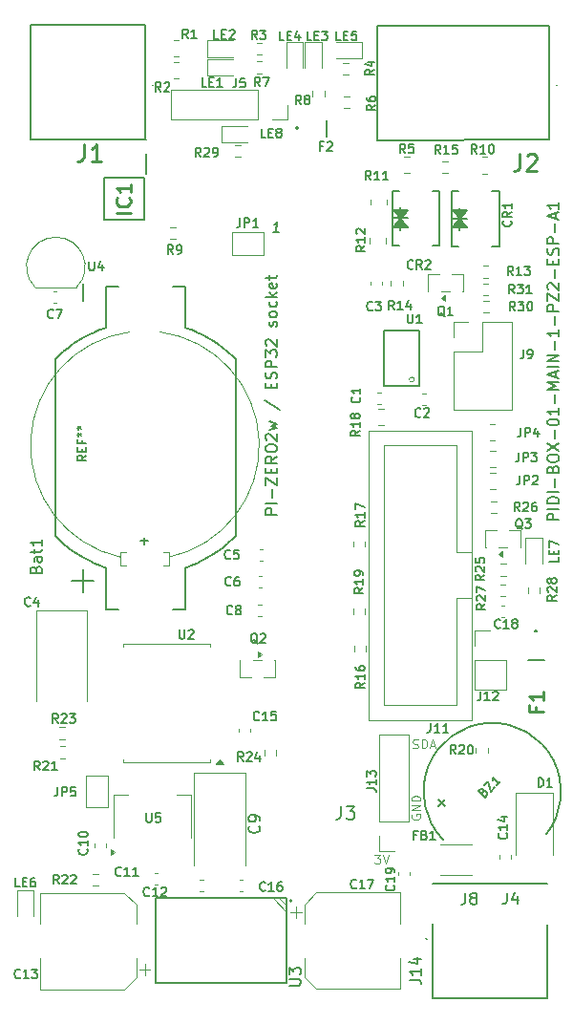
<source format=gbr>
%TF.GenerationSoftware,KiCad,Pcbnew,9.0.6*%
%TF.CreationDate,2025-12-26T20:19:53+00:00*%
%TF.ProjectId,PIDI-BOX-01-MAIN-1-PZ2_ESP-A1,50494449-2d42-44f5-982d-30312d4d4149,01*%
%TF.SameCoordinates,Original*%
%TF.FileFunction,Legend,Top*%
%TF.FilePolarity,Positive*%
%FSLAX46Y46*%
G04 Gerber Fmt 4.6, Leading zero omitted, Abs format (unit mm)*
G04 Created by KiCad (PCBNEW 9.0.6) date 2025-12-26 20:19:53*
%MOMM*%
%LPD*%
G01*
G04 APERTURE LIST*
%ADD10C,0.150000*%
%ADD11C,0.100000*%
%ADD12C,0.200000*%
%ADD13C,0.254000*%
%ADD14C,0.250000*%
%ADD15C,0.120000*%
%ADD16C,0.127000*%
%ADD17C,0.152400*%
%ADD18C,0.050000*%
G04 APERTURE END LIST*
D10*
X64128641Y-78191657D02*
X63614355Y-78191657D01*
X63871498Y-78191657D02*
X63983998Y-77291657D01*
X63983998Y-77291657D02*
X63882212Y-77420228D01*
X63882212Y-77420228D02*
X63785784Y-77505942D01*
X63785784Y-77505942D02*
X63694712Y-77548800D01*
D11*
X76000169Y-123917200D02*
X76114455Y-123955295D01*
X76114455Y-123955295D02*
X76304931Y-123955295D01*
X76304931Y-123955295D02*
X76381122Y-123917200D01*
X76381122Y-123917200D02*
X76419217Y-123879104D01*
X76419217Y-123879104D02*
X76457312Y-123802914D01*
X76457312Y-123802914D02*
X76457312Y-123726723D01*
X76457312Y-123726723D02*
X76419217Y-123650533D01*
X76419217Y-123650533D02*
X76381122Y-123612438D01*
X76381122Y-123612438D02*
X76304931Y-123574342D01*
X76304931Y-123574342D02*
X76152550Y-123536247D01*
X76152550Y-123536247D02*
X76076360Y-123498152D01*
X76076360Y-123498152D02*
X76038265Y-123460057D01*
X76038265Y-123460057D02*
X76000169Y-123383866D01*
X76000169Y-123383866D02*
X76000169Y-123307676D01*
X76000169Y-123307676D02*
X76038265Y-123231485D01*
X76038265Y-123231485D02*
X76076360Y-123193390D01*
X76076360Y-123193390D02*
X76152550Y-123155295D01*
X76152550Y-123155295D02*
X76343027Y-123155295D01*
X76343027Y-123155295D02*
X76457312Y-123193390D01*
X76800170Y-123955295D02*
X76800170Y-123155295D01*
X76800170Y-123155295D02*
X76990646Y-123155295D01*
X76990646Y-123155295D02*
X77104932Y-123193390D01*
X77104932Y-123193390D02*
X77181122Y-123269580D01*
X77181122Y-123269580D02*
X77219217Y-123345771D01*
X77219217Y-123345771D02*
X77257313Y-123498152D01*
X77257313Y-123498152D02*
X77257313Y-123612438D01*
X77257313Y-123612438D02*
X77219217Y-123764819D01*
X77219217Y-123764819D02*
X77181122Y-123841009D01*
X77181122Y-123841009D02*
X77104932Y-123917200D01*
X77104932Y-123917200D02*
X76990646Y-123955295D01*
X76990646Y-123955295D02*
X76800170Y-123955295D01*
X77562074Y-123726723D02*
X77943027Y-123726723D01*
X77485884Y-123955295D02*
X77752551Y-123155295D01*
X77752551Y-123155295D02*
X78019217Y-123955295D01*
D12*
X88941819Y-103714926D02*
X87941819Y-103714926D01*
X87941819Y-103714926D02*
X87941819Y-103333974D01*
X87941819Y-103333974D02*
X87989438Y-103238736D01*
X87989438Y-103238736D02*
X88037057Y-103191117D01*
X88037057Y-103191117D02*
X88132295Y-103143498D01*
X88132295Y-103143498D02*
X88275152Y-103143498D01*
X88275152Y-103143498D02*
X88370390Y-103191117D01*
X88370390Y-103191117D02*
X88418009Y-103238736D01*
X88418009Y-103238736D02*
X88465628Y-103333974D01*
X88465628Y-103333974D02*
X88465628Y-103714926D01*
X88941819Y-102714926D02*
X87941819Y-102714926D01*
X88941819Y-102238736D02*
X87941819Y-102238736D01*
X87941819Y-102238736D02*
X87941819Y-102000641D01*
X87941819Y-102000641D02*
X87989438Y-101857784D01*
X87989438Y-101857784D02*
X88084676Y-101762546D01*
X88084676Y-101762546D02*
X88179914Y-101714927D01*
X88179914Y-101714927D02*
X88370390Y-101667308D01*
X88370390Y-101667308D02*
X88513247Y-101667308D01*
X88513247Y-101667308D02*
X88703723Y-101714927D01*
X88703723Y-101714927D02*
X88798961Y-101762546D01*
X88798961Y-101762546D02*
X88894200Y-101857784D01*
X88894200Y-101857784D02*
X88941819Y-102000641D01*
X88941819Y-102000641D02*
X88941819Y-102238736D01*
X88941819Y-101238736D02*
X87941819Y-101238736D01*
X88560866Y-100762546D02*
X88560866Y-100000642D01*
X88418009Y-99191118D02*
X88465628Y-99048261D01*
X88465628Y-99048261D02*
X88513247Y-99000642D01*
X88513247Y-99000642D02*
X88608485Y-98953023D01*
X88608485Y-98953023D02*
X88751342Y-98953023D01*
X88751342Y-98953023D02*
X88846580Y-99000642D01*
X88846580Y-99000642D02*
X88894200Y-99048261D01*
X88894200Y-99048261D02*
X88941819Y-99143499D01*
X88941819Y-99143499D02*
X88941819Y-99524451D01*
X88941819Y-99524451D02*
X87941819Y-99524451D01*
X87941819Y-99524451D02*
X87941819Y-99191118D01*
X87941819Y-99191118D02*
X87989438Y-99095880D01*
X87989438Y-99095880D02*
X88037057Y-99048261D01*
X88037057Y-99048261D02*
X88132295Y-99000642D01*
X88132295Y-99000642D02*
X88227533Y-99000642D01*
X88227533Y-99000642D02*
X88322771Y-99048261D01*
X88322771Y-99048261D02*
X88370390Y-99095880D01*
X88370390Y-99095880D02*
X88418009Y-99191118D01*
X88418009Y-99191118D02*
X88418009Y-99524451D01*
X87941819Y-98333975D02*
X87941819Y-98143499D01*
X87941819Y-98143499D02*
X87989438Y-98048261D01*
X87989438Y-98048261D02*
X88084676Y-97953023D01*
X88084676Y-97953023D02*
X88275152Y-97905404D01*
X88275152Y-97905404D02*
X88608485Y-97905404D01*
X88608485Y-97905404D02*
X88798961Y-97953023D01*
X88798961Y-97953023D02*
X88894200Y-98048261D01*
X88894200Y-98048261D02*
X88941819Y-98143499D01*
X88941819Y-98143499D02*
X88941819Y-98333975D01*
X88941819Y-98333975D02*
X88894200Y-98429213D01*
X88894200Y-98429213D02*
X88798961Y-98524451D01*
X88798961Y-98524451D02*
X88608485Y-98572070D01*
X88608485Y-98572070D02*
X88275152Y-98572070D01*
X88275152Y-98572070D02*
X88084676Y-98524451D01*
X88084676Y-98524451D02*
X87989438Y-98429213D01*
X87989438Y-98429213D02*
X87941819Y-98333975D01*
X87941819Y-97572070D02*
X88941819Y-96905404D01*
X87941819Y-96905404D02*
X88941819Y-97572070D01*
X88560866Y-96524451D02*
X88560866Y-95762547D01*
X87941819Y-95095880D02*
X87941819Y-95000642D01*
X87941819Y-95000642D02*
X87989438Y-94905404D01*
X87989438Y-94905404D02*
X88037057Y-94857785D01*
X88037057Y-94857785D02*
X88132295Y-94810166D01*
X88132295Y-94810166D02*
X88322771Y-94762547D01*
X88322771Y-94762547D02*
X88560866Y-94762547D01*
X88560866Y-94762547D02*
X88751342Y-94810166D01*
X88751342Y-94810166D02*
X88846580Y-94857785D01*
X88846580Y-94857785D02*
X88894200Y-94905404D01*
X88894200Y-94905404D02*
X88941819Y-95000642D01*
X88941819Y-95000642D02*
X88941819Y-95095880D01*
X88941819Y-95095880D02*
X88894200Y-95191118D01*
X88894200Y-95191118D02*
X88846580Y-95238737D01*
X88846580Y-95238737D02*
X88751342Y-95286356D01*
X88751342Y-95286356D02*
X88560866Y-95333975D01*
X88560866Y-95333975D02*
X88322771Y-95333975D01*
X88322771Y-95333975D02*
X88132295Y-95286356D01*
X88132295Y-95286356D02*
X88037057Y-95238737D01*
X88037057Y-95238737D02*
X87989438Y-95191118D01*
X87989438Y-95191118D02*
X87941819Y-95095880D01*
X88941819Y-93810166D02*
X88941819Y-94381594D01*
X88941819Y-94095880D02*
X87941819Y-94095880D01*
X87941819Y-94095880D02*
X88084676Y-94191118D01*
X88084676Y-94191118D02*
X88179914Y-94286356D01*
X88179914Y-94286356D02*
X88227533Y-94381594D01*
X88560866Y-93381594D02*
X88560866Y-92619690D01*
X88941819Y-92143499D02*
X87941819Y-92143499D01*
X87941819Y-92143499D02*
X88656104Y-91810166D01*
X88656104Y-91810166D02*
X87941819Y-91476833D01*
X87941819Y-91476833D02*
X88941819Y-91476833D01*
X88656104Y-91048261D02*
X88656104Y-90572071D01*
X88941819Y-91143499D02*
X87941819Y-90810166D01*
X87941819Y-90810166D02*
X88941819Y-90476833D01*
X88941819Y-90143499D02*
X87941819Y-90143499D01*
X88941819Y-89667309D02*
X87941819Y-89667309D01*
X87941819Y-89667309D02*
X88941819Y-89095881D01*
X88941819Y-89095881D02*
X87941819Y-89095881D01*
X88560866Y-88619690D02*
X88560866Y-87857786D01*
X88941819Y-86857786D02*
X88941819Y-87429214D01*
X88941819Y-87143500D02*
X87941819Y-87143500D01*
X87941819Y-87143500D02*
X88084676Y-87238738D01*
X88084676Y-87238738D02*
X88179914Y-87333976D01*
X88179914Y-87333976D02*
X88227533Y-87429214D01*
X88560866Y-86429214D02*
X88560866Y-85667310D01*
X88941819Y-85191119D02*
X87941819Y-85191119D01*
X87941819Y-85191119D02*
X87941819Y-84810167D01*
X87941819Y-84810167D02*
X87989438Y-84714929D01*
X87989438Y-84714929D02*
X88037057Y-84667310D01*
X88037057Y-84667310D02*
X88132295Y-84619691D01*
X88132295Y-84619691D02*
X88275152Y-84619691D01*
X88275152Y-84619691D02*
X88370390Y-84667310D01*
X88370390Y-84667310D02*
X88418009Y-84714929D01*
X88418009Y-84714929D02*
X88465628Y-84810167D01*
X88465628Y-84810167D02*
X88465628Y-85191119D01*
X87941819Y-84286357D02*
X87941819Y-83619691D01*
X87941819Y-83619691D02*
X88941819Y-84286357D01*
X88941819Y-84286357D02*
X88941819Y-83619691D01*
X88037057Y-83286357D02*
X87989438Y-83238738D01*
X87989438Y-83238738D02*
X87941819Y-83143500D01*
X87941819Y-83143500D02*
X87941819Y-82905405D01*
X87941819Y-82905405D02*
X87989438Y-82810167D01*
X87989438Y-82810167D02*
X88037057Y-82762548D01*
X88037057Y-82762548D02*
X88132295Y-82714929D01*
X88132295Y-82714929D02*
X88227533Y-82714929D01*
X88227533Y-82714929D02*
X88370390Y-82762548D01*
X88370390Y-82762548D02*
X88941819Y-83333976D01*
X88941819Y-83333976D02*
X88941819Y-82714929D01*
X88560866Y-82286357D02*
X88560866Y-81524453D01*
X88418009Y-81048262D02*
X88418009Y-80714929D01*
X88941819Y-80572072D02*
X88941819Y-81048262D01*
X88941819Y-81048262D02*
X87941819Y-81048262D01*
X87941819Y-81048262D02*
X87941819Y-80572072D01*
X88894200Y-80191119D02*
X88941819Y-80048262D01*
X88941819Y-80048262D02*
X88941819Y-79810167D01*
X88941819Y-79810167D02*
X88894200Y-79714929D01*
X88894200Y-79714929D02*
X88846580Y-79667310D01*
X88846580Y-79667310D02*
X88751342Y-79619691D01*
X88751342Y-79619691D02*
X88656104Y-79619691D01*
X88656104Y-79619691D02*
X88560866Y-79667310D01*
X88560866Y-79667310D02*
X88513247Y-79714929D01*
X88513247Y-79714929D02*
X88465628Y-79810167D01*
X88465628Y-79810167D02*
X88418009Y-80000643D01*
X88418009Y-80000643D02*
X88370390Y-80095881D01*
X88370390Y-80095881D02*
X88322771Y-80143500D01*
X88322771Y-80143500D02*
X88227533Y-80191119D01*
X88227533Y-80191119D02*
X88132295Y-80191119D01*
X88132295Y-80191119D02*
X88037057Y-80143500D01*
X88037057Y-80143500D02*
X87989438Y-80095881D01*
X87989438Y-80095881D02*
X87941819Y-80000643D01*
X87941819Y-80000643D02*
X87941819Y-79762548D01*
X87941819Y-79762548D02*
X87989438Y-79619691D01*
X88941819Y-79191119D02*
X87941819Y-79191119D01*
X87941819Y-79191119D02*
X87941819Y-78810167D01*
X87941819Y-78810167D02*
X87989438Y-78714929D01*
X87989438Y-78714929D02*
X88037057Y-78667310D01*
X88037057Y-78667310D02*
X88132295Y-78619691D01*
X88132295Y-78619691D02*
X88275152Y-78619691D01*
X88275152Y-78619691D02*
X88370390Y-78667310D01*
X88370390Y-78667310D02*
X88418009Y-78714929D01*
X88418009Y-78714929D02*
X88465628Y-78810167D01*
X88465628Y-78810167D02*
X88465628Y-79191119D01*
X88560866Y-78191119D02*
X88560866Y-77429215D01*
X88656104Y-77000643D02*
X88656104Y-76524453D01*
X88941819Y-77095881D02*
X87941819Y-76762548D01*
X87941819Y-76762548D02*
X88941819Y-76429215D01*
X88941819Y-75572072D02*
X88941819Y-76143500D01*
X88941819Y-75857786D02*
X87941819Y-75857786D01*
X87941819Y-75857786D02*
X88084676Y-75953024D01*
X88084676Y-75953024D02*
X88179914Y-76048262D01*
X88179914Y-76048262D02*
X88227533Y-76143500D01*
D10*
X63942419Y-103223820D02*
X62942419Y-103223820D01*
X62942419Y-103223820D02*
X62942419Y-102842868D01*
X62942419Y-102842868D02*
X62990038Y-102747630D01*
X62990038Y-102747630D02*
X63037657Y-102700011D01*
X63037657Y-102700011D02*
X63132895Y-102652392D01*
X63132895Y-102652392D02*
X63275752Y-102652392D01*
X63275752Y-102652392D02*
X63370990Y-102700011D01*
X63370990Y-102700011D02*
X63418609Y-102747630D01*
X63418609Y-102747630D02*
X63466228Y-102842868D01*
X63466228Y-102842868D02*
X63466228Y-103223820D01*
X63942419Y-102223820D02*
X62942419Y-102223820D01*
X63561466Y-101747630D02*
X63561466Y-100985726D01*
X62942419Y-100604773D02*
X62942419Y-99938107D01*
X62942419Y-99938107D02*
X63942419Y-100604773D01*
X63942419Y-100604773D02*
X63942419Y-99938107D01*
X63418609Y-99557154D02*
X63418609Y-99223821D01*
X63942419Y-99080964D02*
X63942419Y-99557154D01*
X63942419Y-99557154D02*
X62942419Y-99557154D01*
X62942419Y-99557154D02*
X62942419Y-99080964D01*
X63942419Y-98080964D02*
X63466228Y-98414297D01*
X63942419Y-98652392D02*
X62942419Y-98652392D01*
X62942419Y-98652392D02*
X62942419Y-98271440D01*
X62942419Y-98271440D02*
X62990038Y-98176202D01*
X62990038Y-98176202D02*
X63037657Y-98128583D01*
X63037657Y-98128583D02*
X63132895Y-98080964D01*
X63132895Y-98080964D02*
X63275752Y-98080964D01*
X63275752Y-98080964D02*
X63370990Y-98128583D01*
X63370990Y-98128583D02*
X63418609Y-98176202D01*
X63418609Y-98176202D02*
X63466228Y-98271440D01*
X63466228Y-98271440D02*
X63466228Y-98652392D01*
X62942419Y-97461916D02*
X62942419Y-97271440D01*
X62942419Y-97271440D02*
X62990038Y-97176202D01*
X62990038Y-97176202D02*
X63085276Y-97080964D01*
X63085276Y-97080964D02*
X63275752Y-97033345D01*
X63275752Y-97033345D02*
X63609085Y-97033345D01*
X63609085Y-97033345D02*
X63799561Y-97080964D01*
X63799561Y-97080964D02*
X63894800Y-97176202D01*
X63894800Y-97176202D02*
X63942419Y-97271440D01*
X63942419Y-97271440D02*
X63942419Y-97461916D01*
X63942419Y-97461916D02*
X63894800Y-97557154D01*
X63894800Y-97557154D02*
X63799561Y-97652392D01*
X63799561Y-97652392D02*
X63609085Y-97700011D01*
X63609085Y-97700011D02*
X63275752Y-97700011D01*
X63275752Y-97700011D02*
X63085276Y-97652392D01*
X63085276Y-97652392D02*
X62990038Y-97557154D01*
X62990038Y-97557154D02*
X62942419Y-97461916D01*
X63037657Y-96652392D02*
X62990038Y-96604773D01*
X62990038Y-96604773D02*
X62942419Y-96509535D01*
X62942419Y-96509535D02*
X62942419Y-96271440D01*
X62942419Y-96271440D02*
X62990038Y-96176202D01*
X62990038Y-96176202D02*
X63037657Y-96128583D01*
X63037657Y-96128583D02*
X63132895Y-96080964D01*
X63132895Y-96080964D02*
X63228133Y-96080964D01*
X63228133Y-96080964D02*
X63370990Y-96128583D01*
X63370990Y-96128583D02*
X63942419Y-96700011D01*
X63942419Y-96700011D02*
X63942419Y-96080964D01*
X63275752Y-95747630D02*
X63942419Y-95557154D01*
X63942419Y-95557154D02*
X63466228Y-95366678D01*
X63466228Y-95366678D02*
X63942419Y-95176202D01*
X63942419Y-95176202D02*
X63275752Y-94985726D01*
X62894800Y-93128583D02*
X64180514Y-93985725D01*
X63418609Y-92033344D02*
X63418609Y-91700011D01*
X63942419Y-91557154D02*
X63942419Y-92033344D01*
X63942419Y-92033344D02*
X62942419Y-92033344D01*
X62942419Y-92033344D02*
X62942419Y-91557154D01*
X63894800Y-91176201D02*
X63942419Y-91033344D01*
X63942419Y-91033344D02*
X63942419Y-90795249D01*
X63942419Y-90795249D02*
X63894800Y-90700011D01*
X63894800Y-90700011D02*
X63847180Y-90652392D01*
X63847180Y-90652392D02*
X63751942Y-90604773D01*
X63751942Y-90604773D02*
X63656704Y-90604773D01*
X63656704Y-90604773D02*
X63561466Y-90652392D01*
X63561466Y-90652392D02*
X63513847Y-90700011D01*
X63513847Y-90700011D02*
X63466228Y-90795249D01*
X63466228Y-90795249D02*
X63418609Y-90985725D01*
X63418609Y-90985725D02*
X63370990Y-91080963D01*
X63370990Y-91080963D02*
X63323371Y-91128582D01*
X63323371Y-91128582D02*
X63228133Y-91176201D01*
X63228133Y-91176201D02*
X63132895Y-91176201D01*
X63132895Y-91176201D02*
X63037657Y-91128582D01*
X63037657Y-91128582D02*
X62990038Y-91080963D01*
X62990038Y-91080963D02*
X62942419Y-90985725D01*
X62942419Y-90985725D02*
X62942419Y-90747630D01*
X62942419Y-90747630D02*
X62990038Y-90604773D01*
X63942419Y-90176201D02*
X62942419Y-90176201D01*
X62942419Y-90176201D02*
X62942419Y-89795249D01*
X62942419Y-89795249D02*
X62990038Y-89700011D01*
X62990038Y-89700011D02*
X63037657Y-89652392D01*
X63037657Y-89652392D02*
X63132895Y-89604773D01*
X63132895Y-89604773D02*
X63275752Y-89604773D01*
X63275752Y-89604773D02*
X63370990Y-89652392D01*
X63370990Y-89652392D02*
X63418609Y-89700011D01*
X63418609Y-89700011D02*
X63466228Y-89795249D01*
X63466228Y-89795249D02*
X63466228Y-90176201D01*
X62942419Y-89271439D02*
X62942419Y-88652392D01*
X62942419Y-88652392D02*
X63323371Y-88985725D01*
X63323371Y-88985725D02*
X63323371Y-88842868D01*
X63323371Y-88842868D02*
X63370990Y-88747630D01*
X63370990Y-88747630D02*
X63418609Y-88700011D01*
X63418609Y-88700011D02*
X63513847Y-88652392D01*
X63513847Y-88652392D02*
X63751942Y-88652392D01*
X63751942Y-88652392D02*
X63847180Y-88700011D01*
X63847180Y-88700011D02*
X63894800Y-88747630D01*
X63894800Y-88747630D02*
X63942419Y-88842868D01*
X63942419Y-88842868D02*
X63942419Y-89128582D01*
X63942419Y-89128582D02*
X63894800Y-89223820D01*
X63894800Y-89223820D02*
X63847180Y-89271439D01*
X63037657Y-88271439D02*
X62990038Y-88223820D01*
X62990038Y-88223820D02*
X62942419Y-88128582D01*
X62942419Y-88128582D02*
X62942419Y-87890487D01*
X62942419Y-87890487D02*
X62990038Y-87795249D01*
X62990038Y-87795249D02*
X63037657Y-87747630D01*
X63037657Y-87747630D02*
X63132895Y-87700011D01*
X63132895Y-87700011D02*
X63228133Y-87700011D01*
X63228133Y-87700011D02*
X63370990Y-87747630D01*
X63370990Y-87747630D02*
X63942419Y-88319058D01*
X63942419Y-88319058D02*
X63942419Y-87700011D01*
X63894800Y-86557153D02*
X63942419Y-86461915D01*
X63942419Y-86461915D02*
X63942419Y-86271439D01*
X63942419Y-86271439D02*
X63894800Y-86176201D01*
X63894800Y-86176201D02*
X63799561Y-86128582D01*
X63799561Y-86128582D02*
X63751942Y-86128582D01*
X63751942Y-86128582D02*
X63656704Y-86176201D01*
X63656704Y-86176201D02*
X63609085Y-86271439D01*
X63609085Y-86271439D02*
X63609085Y-86414296D01*
X63609085Y-86414296D02*
X63561466Y-86509534D01*
X63561466Y-86509534D02*
X63466228Y-86557153D01*
X63466228Y-86557153D02*
X63418609Y-86557153D01*
X63418609Y-86557153D02*
X63323371Y-86509534D01*
X63323371Y-86509534D02*
X63275752Y-86414296D01*
X63275752Y-86414296D02*
X63275752Y-86271439D01*
X63275752Y-86271439D02*
X63323371Y-86176201D01*
X63942419Y-85557153D02*
X63894800Y-85652391D01*
X63894800Y-85652391D02*
X63847180Y-85700010D01*
X63847180Y-85700010D02*
X63751942Y-85747629D01*
X63751942Y-85747629D02*
X63466228Y-85747629D01*
X63466228Y-85747629D02*
X63370990Y-85700010D01*
X63370990Y-85700010D02*
X63323371Y-85652391D01*
X63323371Y-85652391D02*
X63275752Y-85557153D01*
X63275752Y-85557153D02*
X63275752Y-85414296D01*
X63275752Y-85414296D02*
X63323371Y-85319058D01*
X63323371Y-85319058D02*
X63370990Y-85271439D01*
X63370990Y-85271439D02*
X63466228Y-85223820D01*
X63466228Y-85223820D02*
X63751942Y-85223820D01*
X63751942Y-85223820D02*
X63847180Y-85271439D01*
X63847180Y-85271439D02*
X63894800Y-85319058D01*
X63894800Y-85319058D02*
X63942419Y-85414296D01*
X63942419Y-85414296D02*
X63942419Y-85557153D01*
X63894800Y-84366677D02*
X63942419Y-84461915D01*
X63942419Y-84461915D02*
X63942419Y-84652391D01*
X63942419Y-84652391D02*
X63894800Y-84747629D01*
X63894800Y-84747629D02*
X63847180Y-84795248D01*
X63847180Y-84795248D02*
X63751942Y-84842867D01*
X63751942Y-84842867D02*
X63466228Y-84842867D01*
X63466228Y-84842867D02*
X63370990Y-84795248D01*
X63370990Y-84795248D02*
X63323371Y-84747629D01*
X63323371Y-84747629D02*
X63275752Y-84652391D01*
X63275752Y-84652391D02*
X63275752Y-84461915D01*
X63275752Y-84461915D02*
X63323371Y-84366677D01*
X63942419Y-83938105D02*
X62942419Y-83938105D01*
X63561466Y-83842867D02*
X63942419Y-83557153D01*
X63275752Y-83557153D02*
X63656704Y-83938105D01*
X63894800Y-82747629D02*
X63942419Y-82842867D01*
X63942419Y-82842867D02*
X63942419Y-83033343D01*
X63942419Y-83033343D02*
X63894800Y-83128581D01*
X63894800Y-83128581D02*
X63799561Y-83176200D01*
X63799561Y-83176200D02*
X63418609Y-83176200D01*
X63418609Y-83176200D02*
X63323371Y-83128581D01*
X63323371Y-83128581D02*
X63275752Y-83033343D01*
X63275752Y-83033343D02*
X63275752Y-82842867D01*
X63275752Y-82842867D02*
X63323371Y-82747629D01*
X63323371Y-82747629D02*
X63418609Y-82700010D01*
X63418609Y-82700010D02*
X63513847Y-82700010D01*
X63513847Y-82700010D02*
X63609085Y-83176200D01*
X63275752Y-82414295D02*
X63275752Y-82033343D01*
X62942419Y-82271438D02*
X63799561Y-82271438D01*
X63799561Y-82271438D02*
X63894800Y-82223819D01*
X63894800Y-82223819D02*
X63942419Y-82128581D01*
X63942419Y-82128581D02*
X63942419Y-82033343D01*
D11*
X75932990Y-129834687D02*
X75894895Y-129910877D01*
X75894895Y-129910877D02*
X75894895Y-130025163D01*
X75894895Y-130025163D02*
X75932990Y-130139449D01*
X75932990Y-130139449D02*
X76009180Y-130215639D01*
X76009180Y-130215639D02*
X76085371Y-130253734D01*
X76085371Y-130253734D02*
X76237752Y-130291830D01*
X76237752Y-130291830D02*
X76352038Y-130291830D01*
X76352038Y-130291830D02*
X76504419Y-130253734D01*
X76504419Y-130253734D02*
X76580609Y-130215639D01*
X76580609Y-130215639D02*
X76656800Y-130139449D01*
X76656800Y-130139449D02*
X76694895Y-130025163D01*
X76694895Y-130025163D02*
X76694895Y-129948972D01*
X76694895Y-129948972D02*
X76656800Y-129834687D01*
X76656800Y-129834687D02*
X76618704Y-129796591D01*
X76618704Y-129796591D02*
X76352038Y-129796591D01*
X76352038Y-129796591D02*
X76352038Y-129948972D01*
X76694895Y-129453734D02*
X75894895Y-129453734D01*
X75894895Y-129453734D02*
X76694895Y-128996591D01*
X76694895Y-128996591D02*
X75894895Y-128996591D01*
X76694895Y-128615639D02*
X75894895Y-128615639D01*
X75894895Y-128615639D02*
X75894895Y-128425163D01*
X75894895Y-128425163D02*
X75932990Y-128310877D01*
X75932990Y-128310877D02*
X76009180Y-128234687D01*
X76009180Y-128234687D02*
X76085371Y-128196592D01*
X76085371Y-128196592D02*
X76237752Y-128158496D01*
X76237752Y-128158496D02*
X76352038Y-128158496D01*
X76352038Y-128158496D02*
X76504419Y-128196592D01*
X76504419Y-128196592D02*
X76580609Y-128234687D01*
X76580609Y-128234687D02*
X76656800Y-128310877D01*
X76656800Y-128310877D02*
X76694895Y-128425163D01*
X76694895Y-128425163D02*
X76694895Y-128615639D01*
X72609274Y-133366095D02*
X73104512Y-133366095D01*
X73104512Y-133366095D02*
X72837846Y-133670857D01*
X72837846Y-133670857D02*
X72952131Y-133670857D01*
X72952131Y-133670857D02*
X73028322Y-133708952D01*
X73028322Y-133708952D02*
X73066417Y-133747047D01*
X73066417Y-133747047D02*
X73104512Y-133823238D01*
X73104512Y-133823238D02*
X73104512Y-134013714D01*
X73104512Y-134013714D02*
X73066417Y-134089904D01*
X73066417Y-134089904D02*
X73028322Y-134128000D01*
X73028322Y-134128000D02*
X72952131Y-134166095D01*
X72952131Y-134166095D02*
X72723560Y-134166095D01*
X72723560Y-134166095D02*
X72647369Y-134128000D01*
X72647369Y-134128000D02*
X72609274Y-134089904D01*
X73333084Y-133366095D02*
X73599751Y-134166095D01*
X73599751Y-134166095D02*
X73866417Y-133366095D01*
D13*
X46850000Y-70430720D02*
X46850000Y-71502149D01*
X46850000Y-71502149D02*
X46778571Y-71716434D01*
X46778571Y-71716434D02*
X46635714Y-71859292D01*
X46635714Y-71859292D02*
X46421428Y-71930720D01*
X46421428Y-71930720D02*
X46278571Y-71930720D01*
X48350000Y-71930720D02*
X47492857Y-71930720D01*
X47921428Y-71930720D02*
X47921428Y-70430720D01*
X47921428Y-70430720D02*
X47778571Y-70645006D01*
X47778571Y-70645006D02*
X47635714Y-70787863D01*
X47635714Y-70787863D02*
X47492857Y-70859292D01*
D10*
X47080304Y-132865285D02*
X47118400Y-132903381D01*
X47118400Y-132903381D02*
X47156495Y-133017666D01*
X47156495Y-133017666D02*
X47156495Y-133093857D01*
X47156495Y-133093857D02*
X47118400Y-133208143D01*
X47118400Y-133208143D02*
X47042209Y-133284333D01*
X47042209Y-133284333D02*
X46966019Y-133322428D01*
X46966019Y-133322428D02*
X46813638Y-133360524D01*
X46813638Y-133360524D02*
X46699352Y-133360524D01*
X46699352Y-133360524D02*
X46546971Y-133322428D01*
X46546971Y-133322428D02*
X46470780Y-133284333D01*
X46470780Y-133284333D02*
X46394590Y-133208143D01*
X46394590Y-133208143D02*
X46356495Y-133093857D01*
X46356495Y-133093857D02*
X46356495Y-133017666D01*
X46356495Y-133017666D02*
X46394590Y-132903381D01*
X46394590Y-132903381D02*
X46432685Y-132865285D01*
X47156495Y-132103381D02*
X47156495Y-132560524D01*
X47156495Y-132331952D02*
X46356495Y-132331952D01*
X46356495Y-132331952D02*
X46470780Y-132408143D01*
X46470780Y-132408143D02*
X46546971Y-132484333D01*
X46546971Y-132484333D02*
X46585066Y-132560524D01*
X46356495Y-131608142D02*
X46356495Y-131531952D01*
X46356495Y-131531952D02*
X46394590Y-131455761D01*
X46394590Y-131455761D02*
X46432685Y-131417666D01*
X46432685Y-131417666D02*
X46508876Y-131379571D01*
X46508876Y-131379571D02*
X46661257Y-131341476D01*
X46661257Y-131341476D02*
X46851733Y-131341476D01*
X46851733Y-131341476D02*
X47004114Y-131379571D01*
X47004114Y-131379571D02*
X47080304Y-131417666D01*
X47080304Y-131417666D02*
X47118400Y-131455761D01*
X47118400Y-131455761D02*
X47156495Y-131531952D01*
X47156495Y-131531952D02*
X47156495Y-131608142D01*
X47156495Y-131608142D02*
X47118400Y-131684333D01*
X47118400Y-131684333D02*
X47080304Y-131722428D01*
X47080304Y-131722428D02*
X47004114Y-131760523D01*
X47004114Y-131760523D02*
X46851733Y-131798619D01*
X46851733Y-131798619D02*
X46661257Y-131798619D01*
X46661257Y-131798619D02*
X46508876Y-131760523D01*
X46508876Y-131760523D02*
X46432685Y-131722428D01*
X46432685Y-131722428D02*
X46394590Y-131684333D01*
X46394590Y-131684333D02*
X46356495Y-131608142D01*
X42580900Y-108094891D02*
X42628604Y-107951779D01*
X42628604Y-107951779D02*
X42676308Y-107904076D01*
X42676308Y-107904076D02*
X42771716Y-107856372D01*
X42771716Y-107856372D02*
X42914827Y-107856372D01*
X42914827Y-107856372D02*
X43010235Y-107904076D01*
X43010235Y-107904076D02*
X43057939Y-107951779D01*
X43057939Y-107951779D02*
X43105642Y-108047187D01*
X43105642Y-108047187D02*
X43105642Y-108428817D01*
X43105642Y-108428817D02*
X42103862Y-108428817D01*
X42103862Y-108428817D02*
X42103862Y-108094891D01*
X42103862Y-108094891D02*
X42151566Y-107999483D01*
X42151566Y-107999483D02*
X42199270Y-107951779D01*
X42199270Y-107951779D02*
X42294678Y-107904076D01*
X42294678Y-107904076D02*
X42390085Y-107904076D01*
X42390085Y-107904076D02*
X42485493Y-107951779D01*
X42485493Y-107951779D02*
X42533197Y-107999483D01*
X42533197Y-107999483D02*
X42580900Y-108094891D01*
X42580900Y-108094891D02*
X42580900Y-108428817D01*
X43105642Y-106997703D02*
X42580900Y-106997703D01*
X42580900Y-106997703D02*
X42485493Y-107045407D01*
X42485493Y-107045407D02*
X42437789Y-107140815D01*
X42437789Y-107140815D02*
X42437789Y-107331630D01*
X42437789Y-107331630D02*
X42485493Y-107427037D01*
X43057939Y-106997703D02*
X43105642Y-107093111D01*
X43105642Y-107093111D02*
X43105642Y-107331630D01*
X43105642Y-107331630D02*
X43057939Y-107427037D01*
X43057939Y-107427037D02*
X42962531Y-107474741D01*
X42962531Y-107474741D02*
X42867123Y-107474741D01*
X42867123Y-107474741D02*
X42771716Y-107427037D01*
X42771716Y-107427037D02*
X42724012Y-107331630D01*
X42724012Y-107331630D02*
X42724012Y-107093111D01*
X42724012Y-107093111D02*
X42676308Y-106997703D01*
X42437789Y-106663777D02*
X42437789Y-106282146D01*
X42103862Y-106520665D02*
X42962531Y-106520665D01*
X42962531Y-106520665D02*
X43057939Y-106472962D01*
X43057939Y-106472962D02*
X43105642Y-106377554D01*
X43105642Y-106377554D02*
X43105642Y-106282146D01*
X43105642Y-105423478D02*
X43105642Y-105995923D01*
X43105642Y-105709700D02*
X42103862Y-105709700D01*
X42103862Y-105709700D02*
X42246974Y-105805108D01*
X42246974Y-105805108D02*
X42342381Y-105900516D01*
X42342381Y-105900516D02*
X42390085Y-105995923D01*
X71612295Y-109723485D02*
X71231342Y-109990152D01*
X71612295Y-110180628D02*
X70812295Y-110180628D01*
X70812295Y-110180628D02*
X70812295Y-109875866D01*
X70812295Y-109875866D02*
X70850390Y-109799676D01*
X70850390Y-109799676D02*
X70888485Y-109761581D01*
X70888485Y-109761581D02*
X70964676Y-109723485D01*
X70964676Y-109723485D02*
X71078961Y-109723485D01*
X71078961Y-109723485D02*
X71155152Y-109761581D01*
X71155152Y-109761581D02*
X71193247Y-109799676D01*
X71193247Y-109799676D02*
X71231342Y-109875866D01*
X71231342Y-109875866D02*
X71231342Y-110180628D01*
X71612295Y-108961581D02*
X71612295Y-109418724D01*
X71612295Y-109190152D02*
X70812295Y-109190152D01*
X70812295Y-109190152D02*
X70926580Y-109266343D01*
X70926580Y-109266343D02*
X71002771Y-109342533D01*
X71002771Y-109342533D02*
X71040866Y-109418724D01*
X71612295Y-108580628D02*
X71612295Y-108428247D01*
X71612295Y-108428247D02*
X71574200Y-108352057D01*
X71574200Y-108352057D02*
X71536104Y-108313961D01*
X71536104Y-108313961D02*
X71421819Y-108237771D01*
X71421819Y-108237771D02*
X71269438Y-108199676D01*
X71269438Y-108199676D02*
X70964676Y-108199676D01*
X70964676Y-108199676D02*
X70888485Y-108237771D01*
X70888485Y-108237771D02*
X70850390Y-108275866D01*
X70850390Y-108275866D02*
X70812295Y-108352057D01*
X70812295Y-108352057D02*
X70812295Y-108504438D01*
X70812295Y-108504438D02*
X70850390Y-108580628D01*
X70850390Y-108580628D02*
X70888485Y-108618723D01*
X70888485Y-108618723D02*
X70964676Y-108656819D01*
X70964676Y-108656819D02*
X71155152Y-108656819D01*
X71155152Y-108656819D02*
X71231342Y-108618723D01*
X71231342Y-108618723D02*
X71269438Y-108580628D01*
X71269438Y-108580628D02*
X71307533Y-108504438D01*
X71307533Y-108504438D02*
X71307533Y-108352057D01*
X71307533Y-108352057D02*
X71269438Y-108275866D01*
X71269438Y-108275866D02*
X71231342Y-108237771D01*
X71231342Y-108237771D02*
X71155152Y-108199676D01*
X44635714Y-135969695D02*
X44369047Y-135588742D01*
X44178571Y-135969695D02*
X44178571Y-135169695D01*
X44178571Y-135169695D02*
X44483333Y-135169695D01*
X44483333Y-135169695D02*
X44559523Y-135207790D01*
X44559523Y-135207790D02*
X44597618Y-135245885D01*
X44597618Y-135245885D02*
X44635714Y-135322076D01*
X44635714Y-135322076D02*
X44635714Y-135436361D01*
X44635714Y-135436361D02*
X44597618Y-135512552D01*
X44597618Y-135512552D02*
X44559523Y-135550647D01*
X44559523Y-135550647D02*
X44483333Y-135588742D01*
X44483333Y-135588742D02*
X44178571Y-135588742D01*
X44940475Y-135245885D02*
X44978571Y-135207790D01*
X44978571Y-135207790D02*
X45054761Y-135169695D01*
X45054761Y-135169695D02*
X45245237Y-135169695D01*
X45245237Y-135169695D02*
X45321428Y-135207790D01*
X45321428Y-135207790D02*
X45359523Y-135245885D01*
X45359523Y-135245885D02*
X45397618Y-135322076D01*
X45397618Y-135322076D02*
X45397618Y-135398266D01*
X45397618Y-135398266D02*
X45359523Y-135512552D01*
X45359523Y-135512552D02*
X44902380Y-135969695D01*
X44902380Y-135969695D02*
X45397618Y-135969695D01*
X45702380Y-135245885D02*
X45740476Y-135207790D01*
X45740476Y-135207790D02*
X45816666Y-135169695D01*
X45816666Y-135169695D02*
X46007142Y-135169695D01*
X46007142Y-135169695D02*
X46083333Y-135207790D01*
X46083333Y-135207790D02*
X46121428Y-135245885D01*
X46121428Y-135245885D02*
X46159523Y-135322076D01*
X46159523Y-135322076D02*
X46159523Y-135398266D01*
X46159523Y-135398266D02*
X46121428Y-135512552D01*
X46121428Y-135512552D02*
X45664285Y-135969695D01*
X45664285Y-135969695D02*
X46159523Y-135969695D01*
X71940695Y-127500019D02*
X72512123Y-127500019D01*
X72512123Y-127500019D02*
X72626409Y-127538114D01*
X72626409Y-127538114D02*
X72702600Y-127614305D01*
X72702600Y-127614305D02*
X72740695Y-127728590D01*
X72740695Y-127728590D02*
X72740695Y-127804781D01*
X72740695Y-126700019D02*
X72740695Y-127157162D01*
X72740695Y-126928590D02*
X71940695Y-126928590D01*
X71940695Y-126928590D02*
X72054980Y-127004781D01*
X72054980Y-127004781D02*
X72131171Y-127080971D01*
X72131171Y-127080971D02*
X72169266Y-127157162D01*
X71940695Y-126433352D02*
X71940695Y-125938114D01*
X71940695Y-125938114D02*
X72245457Y-126204780D01*
X72245457Y-126204780D02*
X72245457Y-126090495D01*
X72245457Y-126090495D02*
X72283552Y-126014304D01*
X72283552Y-126014304D02*
X72321647Y-125976209D01*
X72321647Y-125976209D02*
X72397838Y-125938114D01*
X72397838Y-125938114D02*
X72588314Y-125938114D01*
X72588314Y-125938114D02*
X72664504Y-125976209D01*
X72664504Y-125976209D02*
X72702600Y-126014304D01*
X72702600Y-126014304D02*
X72740695Y-126090495D01*
X72740695Y-126090495D02*
X72740695Y-126319066D01*
X72740695Y-126319066D02*
X72702600Y-126395257D01*
X72702600Y-126395257D02*
X72664504Y-126433352D01*
X62383514Y-121410304D02*
X62345418Y-121448400D01*
X62345418Y-121448400D02*
X62231133Y-121486495D01*
X62231133Y-121486495D02*
X62154942Y-121486495D01*
X62154942Y-121486495D02*
X62040656Y-121448400D01*
X62040656Y-121448400D02*
X61964466Y-121372209D01*
X61964466Y-121372209D02*
X61926371Y-121296019D01*
X61926371Y-121296019D02*
X61888275Y-121143638D01*
X61888275Y-121143638D02*
X61888275Y-121029352D01*
X61888275Y-121029352D02*
X61926371Y-120876971D01*
X61926371Y-120876971D02*
X61964466Y-120800780D01*
X61964466Y-120800780D02*
X62040656Y-120724590D01*
X62040656Y-120724590D02*
X62154942Y-120686495D01*
X62154942Y-120686495D02*
X62231133Y-120686495D01*
X62231133Y-120686495D02*
X62345418Y-120724590D01*
X62345418Y-120724590D02*
X62383514Y-120762685D01*
X63145418Y-121486495D02*
X62688275Y-121486495D01*
X62916847Y-121486495D02*
X62916847Y-120686495D01*
X62916847Y-120686495D02*
X62840656Y-120800780D01*
X62840656Y-120800780D02*
X62764466Y-120876971D01*
X62764466Y-120876971D02*
X62688275Y-120915066D01*
X63869228Y-120686495D02*
X63488276Y-120686495D01*
X63488276Y-120686495D02*
X63450180Y-121067447D01*
X63450180Y-121067447D02*
X63488276Y-121029352D01*
X63488276Y-121029352D02*
X63564466Y-120991257D01*
X63564466Y-120991257D02*
X63754942Y-120991257D01*
X63754942Y-120991257D02*
X63831133Y-121029352D01*
X63831133Y-121029352D02*
X63869228Y-121067447D01*
X63869228Y-121067447D02*
X63907323Y-121143638D01*
X63907323Y-121143638D02*
X63907323Y-121334114D01*
X63907323Y-121334114D02*
X63869228Y-121410304D01*
X63869228Y-121410304D02*
X63831133Y-121448400D01*
X63831133Y-121448400D02*
X63754942Y-121486495D01*
X63754942Y-121486495D02*
X63564466Y-121486495D01*
X63564466Y-121486495D02*
X63488276Y-121448400D01*
X63488276Y-121448400D02*
X63450180Y-121410304D01*
D13*
X86908680Y-120282932D02*
X86908680Y-120706266D01*
X87573918Y-120706266D02*
X86303918Y-120706266D01*
X86303918Y-120706266D02*
X86303918Y-120101504D01*
X87573918Y-118952456D02*
X87573918Y-119678171D01*
X87573918Y-119315314D02*
X86303918Y-119315314D01*
X86303918Y-119315314D02*
X86485346Y-119436266D01*
X86485346Y-119436266D02*
X86606299Y-119557218D01*
X86606299Y-119557218D02*
X86666775Y-119678171D01*
D10*
X83735714Y-113236104D02*
X83697618Y-113274200D01*
X83697618Y-113274200D02*
X83583333Y-113312295D01*
X83583333Y-113312295D02*
X83507142Y-113312295D01*
X83507142Y-113312295D02*
X83392856Y-113274200D01*
X83392856Y-113274200D02*
X83316666Y-113198009D01*
X83316666Y-113198009D02*
X83278571Y-113121819D01*
X83278571Y-113121819D02*
X83240475Y-112969438D01*
X83240475Y-112969438D02*
X83240475Y-112855152D01*
X83240475Y-112855152D02*
X83278571Y-112702771D01*
X83278571Y-112702771D02*
X83316666Y-112626580D01*
X83316666Y-112626580D02*
X83392856Y-112550390D01*
X83392856Y-112550390D02*
X83507142Y-112512295D01*
X83507142Y-112512295D02*
X83583333Y-112512295D01*
X83583333Y-112512295D02*
X83697618Y-112550390D01*
X83697618Y-112550390D02*
X83735714Y-112588485D01*
X84497618Y-113312295D02*
X84040475Y-113312295D01*
X84269047Y-113312295D02*
X84269047Y-112512295D01*
X84269047Y-112512295D02*
X84192856Y-112626580D01*
X84192856Y-112626580D02*
X84116666Y-112702771D01*
X84116666Y-112702771D02*
X84040475Y-112740866D01*
X84954761Y-112855152D02*
X84878571Y-112817057D01*
X84878571Y-112817057D02*
X84840476Y-112778961D01*
X84840476Y-112778961D02*
X84802380Y-112702771D01*
X84802380Y-112702771D02*
X84802380Y-112664676D01*
X84802380Y-112664676D02*
X84840476Y-112588485D01*
X84840476Y-112588485D02*
X84878571Y-112550390D01*
X84878571Y-112550390D02*
X84954761Y-112512295D01*
X84954761Y-112512295D02*
X85107142Y-112512295D01*
X85107142Y-112512295D02*
X85183333Y-112550390D01*
X85183333Y-112550390D02*
X85221428Y-112588485D01*
X85221428Y-112588485D02*
X85259523Y-112664676D01*
X85259523Y-112664676D02*
X85259523Y-112702771D01*
X85259523Y-112702771D02*
X85221428Y-112778961D01*
X85221428Y-112778961D02*
X85183333Y-112817057D01*
X85183333Y-112817057D02*
X85107142Y-112855152D01*
X85107142Y-112855152D02*
X84954761Y-112855152D01*
X84954761Y-112855152D02*
X84878571Y-112893247D01*
X84878571Y-112893247D02*
X84840476Y-112931342D01*
X84840476Y-112931342D02*
X84802380Y-113007533D01*
X84802380Y-113007533D02*
X84802380Y-113159914D01*
X84802380Y-113159914D02*
X84840476Y-113236104D01*
X84840476Y-113236104D02*
X84878571Y-113274200D01*
X84878571Y-113274200D02*
X84954761Y-113312295D01*
X84954761Y-113312295D02*
X85107142Y-113312295D01*
X85107142Y-113312295D02*
X85183333Y-113274200D01*
X85183333Y-113274200D02*
X85221428Y-113236104D01*
X85221428Y-113236104D02*
X85259523Y-113159914D01*
X85259523Y-113159914D02*
X85259523Y-113007533D01*
X85259523Y-113007533D02*
X85221428Y-112931342D01*
X85221428Y-112931342D02*
X85183333Y-112893247D01*
X85183333Y-112893247D02*
X85107142Y-112855152D01*
X82437295Y-111164285D02*
X82056342Y-111430952D01*
X82437295Y-111621428D02*
X81637295Y-111621428D01*
X81637295Y-111621428D02*
X81637295Y-111316666D01*
X81637295Y-111316666D02*
X81675390Y-111240476D01*
X81675390Y-111240476D02*
X81713485Y-111202381D01*
X81713485Y-111202381D02*
X81789676Y-111164285D01*
X81789676Y-111164285D02*
X81903961Y-111164285D01*
X81903961Y-111164285D02*
X81980152Y-111202381D01*
X81980152Y-111202381D02*
X82018247Y-111240476D01*
X82018247Y-111240476D02*
X82056342Y-111316666D01*
X82056342Y-111316666D02*
X82056342Y-111621428D01*
X81713485Y-110859524D02*
X81675390Y-110821428D01*
X81675390Y-110821428D02*
X81637295Y-110745238D01*
X81637295Y-110745238D02*
X81637295Y-110554762D01*
X81637295Y-110554762D02*
X81675390Y-110478571D01*
X81675390Y-110478571D02*
X81713485Y-110440476D01*
X81713485Y-110440476D02*
X81789676Y-110402381D01*
X81789676Y-110402381D02*
X81865866Y-110402381D01*
X81865866Y-110402381D02*
X81980152Y-110440476D01*
X81980152Y-110440476D02*
X82437295Y-110897619D01*
X82437295Y-110897619D02*
X82437295Y-110402381D01*
X81637295Y-110135714D02*
X81637295Y-109602380D01*
X81637295Y-109602380D02*
X82437295Y-109945238D01*
X62205667Y-61093095D02*
X61939000Y-60712142D01*
X61748524Y-61093095D02*
X61748524Y-60293095D01*
X61748524Y-60293095D02*
X62053286Y-60293095D01*
X62053286Y-60293095D02*
X62129476Y-60331190D01*
X62129476Y-60331190D02*
X62167571Y-60369285D01*
X62167571Y-60369285D02*
X62205667Y-60445476D01*
X62205667Y-60445476D02*
X62205667Y-60559761D01*
X62205667Y-60559761D02*
X62167571Y-60635952D01*
X62167571Y-60635952D02*
X62129476Y-60674047D01*
X62129476Y-60674047D02*
X62053286Y-60712142D01*
X62053286Y-60712142D02*
X61748524Y-60712142D01*
X62472333Y-60293095D02*
X62967571Y-60293095D01*
X62967571Y-60293095D02*
X62700905Y-60597857D01*
X62700905Y-60597857D02*
X62815190Y-60597857D01*
X62815190Y-60597857D02*
X62891381Y-60635952D01*
X62891381Y-60635952D02*
X62929476Y-60674047D01*
X62929476Y-60674047D02*
X62967571Y-60750238D01*
X62967571Y-60750238D02*
X62967571Y-60940714D01*
X62967571Y-60940714D02*
X62929476Y-61016904D01*
X62929476Y-61016904D02*
X62891381Y-61055000D01*
X62891381Y-61055000D02*
X62815190Y-61093095D01*
X62815190Y-61093095D02*
X62586619Y-61093095D01*
X62586619Y-61093095D02*
X62510428Y-61055000D01*
X62510428Y-61055000D02*
X62472333Y-61016904D01*
X44120867Y-85748704D02*
X44082771Y-85786800D01*
X44082771Y-85786800D02*
X43968486Y-85824895D01*
X43968486Y-85824895D02*
X43892295Y-85824895D01*
X43892295Y-85824895D02*
X43778009Y-85786800D01*
X43778009Y-85786800D02*
X43701819Y-85710609D01*
X43701819Y-85710609D02*
X43663724Y-85634419D01*
X43663724Y-85634419D02*
X43625628Y-85482038D01*
X43625628Y-85482038D02*
X43625628Y-85367752D01*
X43625628Y-85367752D02*
X43663724Y-85215371D01*
X43663724Y-85215371D02*
X43701819Y-85139180D01*
X43701819Y-85139180D02*
X43778009Y-85062990D01*
X43778009Y-85062990D02*
X43892295Y-85024895D01*
X43892295Y-85024895D02*
X43968486Y-85024895D01*
X43968486Y-85024895D02*
X44082771Y-85062990D01*
X44082771Y-85062990D02*
X44120867Y-85101085D01*
X44387533Y-85024895D02*
X44920867Y-85024895D01*
X44920867Y-85024895D02*
X44578009Y-85824895D01*
X56066667Y-61012295D02*
X55800000Y-60631342D01*
X55609524Y-61012295D02*
X55609524Y-60212295D01*
X55609524Y-60212295D02*
X55914286Y-60212295D01*
X55914286Y-60212295D02*
X55990476Y-60250390D01*
X55990476Y-60250390D02*
X56028571Y-60288485D01*
X56028571Y-60288485D02*
X56066667Y-60364676D01*
X56066667Y-60364676D02*
X56066667Y-60478961D01*
X56066667Y-60478961D02*
X56028571Y-60555152D01*
X56028571Y-60555152D02*
X55990476Y-60593247D01*
X55990476Y-60593247D02*
X55914286Y-60631342D01*
X55914286Y-60631342D02*
X55609524Y-60631342D01*
X56828571Y-61012295D02*
X56371428Y-61012295D01*
X56600000Y-61012295D02*
X56600000Y-60212295D01*
X56600000Y-60212295D02*
X56523809Y-60326580D01*
X56523809Y-60326580D02*
X56447619Y-60402771D01*
X56447619Y-60402771D02*
X56371428Y-60440866D01*
X85002714Y-83640495D02*
X84736047Y-83259542D01*
X84545571Y-83640495D02*
X84545571Y-82840495D01*
X84545571Y-82840495D02*
X84850333Y-82840495D01*
X84850333Y-82840495D02*
X84926523Y-82878590D01*
X84926523Y-82878590D02*
X84964618Y-82916685D01*
X84964618Y-82916685D02*
X85002714Y-82992876D01*
X85002714Y-82992876D02*
X85002714Y-83107161D01*
X85002714Y-83107161D02*
X84964618Y-83183352D01*
X84964618Y-83183352D02*
X84926523Y-83221447D01*
X84926523Y-83221447D02*
X84850333Y-83259542D01*
X84850333Y-83259542D02*
X84545571Y-83259542D01*
X85269380Y-82840495D02*
X85764618Y-82840495D01*
X85764618Y-82840495D02*
X85497952Y-83145257D01*
X85497952Y-83145257D02*
X85612237Y-83145257D01*
X85612237Y-83145257D02*
X85688428Y-83183352D01*
X85688428Y-83183352D02*
X85726523Y-83221447D01*
X85726523Y-83221447D02*
X85764618Y-83297638D01*
X85764618Y-83297638D02*
X85764618Y-83488114D01*
X85764618Y-83488114D02*
X85726523Y-83564304D01*
X85726523Y-83564304D02*
X85688428Y-83602400D01*
X85688428Y-83602400D02*
X85612237Y-83640495D01*
X85612237Y-83640495D02*
X85383666Y-83640495D01*
X85383666Y-83640495D02*
X85307475Y-83602400D01*
X85307475Y-83602400D02*
X85269380Y-83564304D01*
X86526523Y-83640495D02*
X86069380Y-83640495D01*
X86297952Y-83640495D02*
X86297952Y-82840495D01*
X86297952Y-82840495D02*
X86221761Y-82954780D01*
X86221761Y-82954780D02*
X86145571Y-83030971D01*
X86145571Y-83030971D02*
X86069380Y-83069066D01*
X67025361Y-61186895D02*
X66644409Y-61186895D01*
X66644409Y-61186895D02*
X66644409Y-60386895D01*
X67292028Y-60767847D02*
X67558694Y-60767847D01*
X67672980Y-61186895D02*
X67292028Y-61186895D01*
X67292028Y-61186895D02*
X67292028Y-60386895D01*
X67292028Y-60386895D02*
X67672980Y-60386895D01*
X67939647Y-60386895D02*
X68434885Y-60386895D01*
X68434885Y-60386895D02*
X68168219Y-60691657D01*
X68168219Y-60691657D02*
X68282504Y-60691657D01*
X68282504Y-60691657D02*
X68358695Y-60729752D01*
X68358695Y-60729752D02*
X68396790Y-60767847D01*
X68396790Y-60767847D02*
X68434885Y-60844038D01*
X68434885Y-60844038D02*
X68434885Y-61034514D01*
X68434885Y-61034514D02*
X68396790Y-61110704D01*
X68396790Y-61110704D02*
X68358695Y-61148800D01*
X68358695Y-61148800D02*
X68282504Y-61186895D01*
X68282504Y-61186895D02*
X68053933Y-61186895D01*
X68053933Y-61186895D02*
X67977742Y-61148800D01*
X67977742Y-61148800D02*
X67939647Y-61110704D01*
X85811933Y-88580895D02*
X85811933Y-89152323D01*
X85811933Y-89152323D02*
X85773838Y-89266609D01*
X85773838Y-89266609D02*
X85697647Y-89342800D01*
X85697647Y-89342800D02*
X85583362Y-89380895D01*
X85583362Y-89380895D02*
X85507171Y-89380895D01*
X86230981Y-89380895D02*
X86383362Y-89380895D01*
X86383362Y-89380895D02*
X86459552Y-89342800D01*
X86459552Y-89342800D02*
X86497648Y-89304704D01*
X86497648Y-89304704D02*
X86573838Y-89190419D01*
X86573838Y-89190419D02*
X86611933Y-89038038D01*
X86611933Y-89038038D02*
X86611933Y-88733276D01*
X86611933Y-88733276D02*
X86573838Y-88657085D01*
X86573838Y-88657085D02*
X86535743Y-88618990D01*
X86535743Y-88618990D02*
X86459552Y-88580895D01*
X86459552Y-88580895D02*
X86307171Y-88580895D01*
X86307171Y-88580895D02*
X86230981Y-88618990D01*
X86230981Y-88618990D02*
X86192886Y-88657085D01*
X86192886Y-88657085D02*
X86154790Y-88733276D01*
X86154790Y-88733276D02*
X86154790Y-88923752D01*
X86154790Y-88923752D02*
X86192886Y-88999942D01*
X86192886Y-88999942D02*
X86230981Y-89038038D01*
X86230981Y-89038038D02*
X86307171Y-89076133D01*
X86307171Y-89076133D02*
X86459552Y-89076133D01*
X86459552Y-89076133D02*
X86535743Y-89038038D01*
X86535743Y-89038038D02*
X86573838Y-88999942D01*
X86573838Y-88999942D02*
X86611933Y-88923752D01*
X60961114Y-125093295D02*
X60694447Y-124712342D01*
X60503971Y-125093295D02*
X60503971Y-124293295D01*
X60503971Y-124293295D02*
X60808733Y-124293295D01*
X60808733Y-124293295D02*
X60884923Y-124331390D01*
X60884923Y-124331390D02*
X60923018Y-124369485D01*
X60923018Y-124369485D02*
X60961114Y-124445676D01*
X60961114Y-124445676D02*
X60961114Y-124559961D01*
X60961114Y-124559961D02*
X60923018Y-124636152D01*
X60923018Y-124636152D02*
X60884923Y-124674247D01*
X60884923Y-124674247D02*
X60808733Y-124712342D01*
X60808733Y-124712342D02*
X60503971Y-124712342D01*
X61265875Y-124369485D02*
X61303971Y-124331390D01*
X61303971Y-124331390D02*
X61380161Y-124293295D01*
X61380161Y-124293295D02*
X61570637Y-124293295D01*
X61570637Y-124293295D02*
X61646828Y-124331390D01*
X61646828Y-124331390D02*
X61684923Y-124369485D01*
X61684923Y-124369485D02*
X61723018Y-124445676D01*
X61723018Y-124445676D02*
X61723018Y-124521866D01*
X61723018Y-124521866D02*
X61684923Y-124636152D01*
X61684923Y-124636152D02*
X61227780Y-125093295D01*
X61227780Y-125093295D02*
X61723018Y-125093295D01*
X62408733Y-124559961D02*
X62408733Y-125093295D01*
X62218257Y-124255200D02*
X62027780Y-124826628D01*
X62027780Y-124826628D02*
X62523019Y-124826628D01*
X71286104Y-92808332D02*
X71324200Y-92846428D01*
X71324200Y-92846428D02*
X71362295Y-92960713D01*
X71362295Y-92960713D02*
X71362295Y-93036904D01*
X71362295Y-93036904D02*
X71324200Y-93151190D01*
X71324200Y-93151190D02*
X71248009Y-93227380D01*
X71248009Y-93227380D02*
X71171819Y-93265475D01*
X71171819Y-93265475D02*
X71019438Y-93303571D01*
X71019438Y-93303571D02*
X70905152Y-93303571D01*
X70905152Y-93303571D02*
X70752771Y-93265475D01*
X70752771Y-93265475D02*
X70676580Y-93227380D01*
X70676580Y-93227380D02*
X70600390Y-93151190D01*
X70600390Y-93151190D02*
X70562295Y-93036904D01*
X70562295Y-93036904D02*
X70562295Y-92960713D01*
X70562295Y-92960713D02*
X70600390Y-92846428D01*
X70600390Y-92846428D02*
X70638485Y-92808332D01*
X71362295Y-92046428D02*
X71362295Y-92503571D01*
X71362295Y-92274999D02*
X70562295Y-92274999D01*
X70562295Y-92274999D02*
X70676580Y-92351190D01*
X70676580Y-92351190D02*
X70752771Y-92427380D01*
X70752771Y-92427380D02*
X70790866Y-92503571D01*
X78435314Y-71271895D02*
X78168647Y-70890942D01*
X77978171Y-71271895D02*
X77978171Y-70471895D01*
X77978171Y-70471895D02*
X78282933Y-70471895D01*
X78282933Y-70471895D02*
X78359123Y-70509990D01*
X78359123Y-70509990D02*
X78397218Y-70548085D01*
X78397218Y-70548085D02*
X78435314Y-70624276D01*
X78435314Y-70624276D02*
X78435314Y-70738561D01*
X78435314Y-70738561D02*
X78397218Y-70814752D01*
X78397218Y-70814752D02*
X78359123Y-70852847D01*
X78359123Y-70852847D02*
X78282933Y-70890942D01*
X78282933Y-70890942D02*
X77978171Y-70890942D01*
X79197218Y-71271895D02*
X78740075Y-71271895D01*
X78968647Y-71271895D02*
X78968647Y-70471895D01*
X78968647Y-70471895D02*
X78892456Y-70586180D01*
X78892456Y-70586180D02*
X78816266Y-70662371D01*
X78816266Y-70662371D02*
X78740075Y-70700466D01*
X79921028Y-70471895D02*
X79540076Y-70471895D01*
X79540076Y-70471895D02*
X79501980Y-70852847D01*
X79501980Y-70852847D02*
X79540076Y-70814752D01*
X79540076Y-70814752D02*
X79616266Y-70776657D01*
X79616266Y-70776657D02*
X79806742Y-70776657D01*
X79806742Y-70776657D02*
X79882933Y-70814752D01*
X79882933Y-70814752D02*
X79921028Y-70852847D01*
X79921028Y-70852847D02*
X79959123Y-70929038D01*
X79959123Y-70929038D02*
X79959123Y-71119514D01*
X79959123Y-71119514D02*
X79921028Y-71195704D01*
X79921028Y-71195704D02*
X79882933Y-71233800D01*
X79882933Y-71233800D02*
X79806742Y-71271895D01*
X79806742Y-71271895D02*
X79616266Y-71271895D01*
X79616266Y-71271895D02*
X79540076Y-71233800D01*
X79540076Y-71233800D02*
X79501980Y-71195704D01*
X76333333Y-131638847D02*
X76066667Y-131638847D01*
X76066667Y-132057895D02*
X76066667Y-131257895D01*
X76066667Y-131257895D02*
X76447619Y-131257895D01*
X77019047Y-131638847D02*
X77133333Y-131676942D01*
X77133333Y-131676942D02*
X77171428Y-131715038D01*
X77171428Y-131715038D02*
X77209524Y-131791228D01*
X77209524Y-131791228D02*
X77209524Y-131905514D01*
X77209524Y-131905514D02*
X77171428Y-131981704D01*
X77171428Y-131981704D02*
X77133333Y-132019800D01*
X77133333Y-132019800D02*
X77057143Y-132057895D01*
X77057143Y-132057895D02*
X76752381Y-132057895D01*
X76752381Y-132057895D02*
X76752381Y-131257895D01*
X76752381Y-131257895D02*
X77019047Y-131257895D01*
X77019047Y-131257895D02*
X77095238Y-131295990D01*
X77095238Y-131295990D02*
X77133333Y-131334085D01*
X77133333Y-131334085D02*
X77171428Y-131410276D01*
X77171428Y-131410276D02*
X77171428Y-131486466D01*
X77171428Y-131486466D02*
X77133333Y-131562657D01*
X77133333Y-131562657D02*
X77095238Y-131600752D01*
X77095238Y-131600752D02*
X77019047Y-131638847D01*
X77019047Y-131638847D02*
X76752381Y-131638847D01*
X77971428Y-132057895D02*
X77514285Y-132057895D01*
X77742857Y-132057895D02*
X77742857Y-131257895D01*
X77742857Y-131257895D02*
X77666666Y-131372180D01*
X77666666Y-131372180D02*
X77590476Y-131448371D01*
X77590476Y-131448371D02*
X77514285Y-131486466D01*
X84291304Y-131493685D02*
X84329400Y-131531781D01*
X84329400Y-131531781D02*
X84367495Y-131646066D01*
X84367495Y-131646066D02*
X84367495Y-131722257D01*
X84367495Y-131722257D02*
X84329400Y-131836543D01*
X84329400Y-131836543D02*
X84253209Y-131912733D01*
X84253209Y-131912733D02*
X84177019Y-131950828D01*
X84177019Y-131950828D02*
X84024638Y-131988924D01*
X84024638Y-131988924D02*
X83910352Y-131988924D01*
X83910352Y-131988924D02*
X83757971Y-131950828D01*
X83757971Y-131950828D02*
X83681780Y-131912733D01*
X83681780Y-131912733D02*
X83605590Y-131836543D01*
X83605590Y-131836543D02*
X83567495Y-131722257D01*
X83567495Y-131722257D02*
X83567495Y-131646066D01*
X83567495Y-131646066D02*
X83605590Y-131531781D01*
X83605590Y-131531781D02*
X83643685Y-131493685D01*
X84367495Y-130731781D02*
X84367495Y-131188924D01*
X84367495Y-130960352D02*
X83567495Y-130960352D01*
X83567495Y-130960352D02*
X83681780Y-131036543D01*
X83681780Y-131036543D02*
X83757971Y-131112733D01*
X83757971Y-131112733D02*
X83796066Y-131188924D01*
X83834161Y-130046066D02*
X84367495Y-130046066D01*
X83529400Y-130236542D02*
X84100828Y-130427019D01*
X84100828Y-130427019D02*
X84100828Y-129931780D01*
X85713409Y-104507085D02*
X85637219Y-104468990D01*
X85637219Y-104468990D02*
X85561028Y-104392800D01*
X85561028Y-104392800D02*
X85446742Y-104278514D01*
X85446742Y-104278514D02*
X85370552Y-104240419D01*
X85370552Y-104240419D02*
X85294361Y-104240419D01*
X85332457Y-104430895D02*
X85256266Y-104392800D01*
X85256266Y-104392800D02*
X85180076Y-104316609D01*
X85180076Y-104316609D02*
X85141980Y-104164228D01*
X85141980Y-104164228D02*
X85141980Y-103897561D01*
X85141980Y-103897561D02*
X85180076Y-103745180D01*
X85180076Y-103745180D02*
X85256266Y-103668990D01*
X85256266Y-103668990D02*
X85332457Y-103630895D01*
X85332457Y-103630895D02*
X85484838Y-103630895D01*
X85484838Y-103630895D02*
X85561028Y-103668990D01*
X85561028Y-103668990D02*
X85637219Y-103745180D01*
X85637219Y-103745180D02*
X85675314Y-103897561D01*
X85675314Y-103897561D02*
X85675314Y-104164228D01*
X85675314Y-104164228D02*
X85637219Y-104316609D01*
X85637219Y-104316609D02*
X85561028Y-104392800D01*
X85561028Y-104392800D02*
X85484838Y-104430895D01*
X85484838Y-104430895D02*
X85332457Y-104430895D01*
X85941980Y-103630895D02*
X86437218Y-103630895D01*
X86437218Y-103630895D02*
X86170552Y-103935657D01*
X86170552Y-103935657D02*
X86284837Y-103935657D01*
X86284837Y-103935657D02*
X86361028Y-103973752D01*
X86361028Y-103973752D02*
X86399123Y-104011847D01*
X86399123Y-104011847D02*
X86437218Y-104088038D01*
X86437218Y-104088038D02*
X86437218Y-104278514D01*
X86437218Y-104278514D02*
X86399123Y-104354704D01*
X86399123Y-104354704D02*
X86361028Y-104392800D01*
X86361028Y-104392800D02*
X86284837Y-104430895D01*
X86284837Y-104430895D02*
X86056266Y-104430895D01*
X86056266Y-104430895D02*
X85980075Y-104392800D01*
X85980075Y-104392800D02*
X85941980Y-104354704D01*
X65054819Y-144957504D02*
X65864342Y-144957504D01*
X65864342Y-144957504D02*
X65959580Y-144909885D01*
X65959580Y-144909885D02*
X66007200Y-144862266D01*
X66007200Y-144862266D02*
X66054819Y-144767028D01*
X66054819Y-144767028D02*
X66054819Y-144576552D01*
X66054819Y-144576552D02*
X66007200Y-144481314D01*
X66007200Y-144481314D02*
X65959580Y-144433695D01*
X65959580Y-144433695D02*
X65864342Y-144386076D01*
X65864342Y-144386076D02*
X65054819Y-144386076D01*
X65054819Y-144005123D02*
X65054819Y-143386076D01*
X65054819Y-143386076D02*
X65435771Y-143719409D01*
X65435771Y-143719409D02*
X65435771Y-143576552D01*
X65435771Y-143576552D02*
X65483390Y-143481314D01*
X65483390Y-143481314D02*
X65531009Y-143433695D01*
X65531009Y-143433695D02*
X65626247Y-143386076D01*
X65626247Y-143386076D02*
X65864342Y-143386076D01*
X65864342Y-143386076D02*
X65959580Y-143433695D01*
X65959580Y-143433695D02*
X66007200Y-143481314D01*
X66007200Y-143481314D02*
X66054819Y-143576552D01*
X66054819Y-143576552D02*
X66054819Y-143862266D01*
X66054819Y-143862266D02*
X66007200Y-143957504D01*
X66007200Y-143957504D02*
X65959580Y-144005123D01*
X82271122Y-127821039D02*
X82378872Y-127767164D01*
X82378872Y-127767164D02*
X82432747Y-127767164D01*
X82432747Y-127767164D02*
X82513559Y-127794101D01*
X82513559Y-127794101D02*
X82594371Y-127874913D01*
X82594371Y-127874913D02*
X82621309Y-127955726D01*
X82621309Y-127955726D02*
X82621309Y-128009600D01*
X82621309Y-128009600D02*
X82594371Y-128090413D01*
X82594371Y-128090413D02*
X82378872Y-128305912D01*
X82378872Y-128305912D02*
X81813187Y-127740226D01*
X81813187Y-127740226D02*
X82001748Y-127551665D01*
X82001748Y-127551665D02*
X82082561Y-127524727D01*
X82082561Y-127524727D02*
X82136435Y-127524727D01*
X82136435Y-127524727D02*
X82217248Y-127551665D01*
X82217248Y-127551665D02*
X82271122Y-127605539D01*
X82271122Y-127605539D02*
X82298060Y-127686352D01*
X82298060Y-127686352D02*
X82298060Y-127740226D01*
X82298060Y-127740226D02*
X82271122Y-127821039D01*
X82271122Y-127821039D02*
X82082561Y-128009600D01*
X82324997Y-127228416D02*
X82702121Y-126851292D01*
X82702121Y-126851292D02*
X82890683Y-127794101D01*
X82890683Y-127794101D02*
X83267806Y-127416978D01*
X83779617Y-126905167D02*
X83456368Y-127228416D01*
X83617993Y-127066791D02*
X83052307Y-126501106D01*
X83052307Y-126501106D02*
X83079245Y-126635793D01*
X83079245Y-126635793D02*
X83079245Y-126743542D01*
X83079245Y-126743542D02*
X83052307Y-126824355D01*
X78281930Y-129049431D02*
X78820678Y-128510683D01*
X78820678Y-129049431D02*
X78281930Y-128510683D01*
X76016267Y-81395704D02*
X75978171Y-81433800D01*
X75978171Y-81433800D02*
X75863886Y-81471895D01*
X75863886Y-81471895D02*
X75787695Y-81471895D01*
X75787695Y-81471895D02*
X75673409Y-81433800D01*
X75673409Y-81433800D02*
X75597219Y-81357609D01*
X75597219Y-81357609D02*
X75559124Y-81281419D01*
X75559124Y-81281419D02*
X75521028Y-81129038D01*
X75521028Y-81129038D02*
X75521028Y-81014752D01*
X75521028Y-81014752D02*
X75559124Y-80862371D01*
X75559124Y-80862371D02*
X75597219Y-80786180D01*
X75597219Y-80786180D02*
X75673409Y-80709990D01*
X75673409Y-80709990D02*
X75787695Y-80671895D01*
X75787695Y-80671895D02*
X75863886Y-80671895D01*
X75863886Y-80671895D02*
X75978171Y-80709990D01*
X75978171Y-80709990D02*
X76016267Y-80748085D01*
X76816267Y-81471895D02*
X76549600Y-81090942D01*
X76359124Y-81471895D02*
X76359124Y-80671895D01*
X76359124Y-80671895D02*
X76663886Y-80671895D01*
X76663886Y-80671895D02*
X76740076Y-80709990D01*
X76740076Y-80709990D02*
X76778171Y-80748085D01*
X76778171Y-80748085D02*
X76816267Y-80824276D01*
X76816267Y-80824276D02*
X76816267Y-80938561D01*
X76816267Y-80938561D02*
X76778171Y-81014752D01*
X76778171Y-81014752D02*
X76740076Y-81052847D01*
X76740076Y-81052847D02*
X76663886Y-81090942D01*
X76663886Y-81090942D02*
X76359124Y-81090942D01*
X77121028Y-80748085D02*
X77159124Y-80709990D01*
X77159124Y-80709990D02*
X77235314Y-80671895D01*
X77235314Y-80671895D02*
X77425790Y-80671895D01*
X77425790Y-80671895D02*
X77501981Y-80709990D01*
X77501981Y-80709990D02*
X77540076Y-80748085D01*
X77540076Y-80748085D02*
X77578171Y-80824276D01*
X77578171Y-80824276D02*
X77578171Y-80900466D01*
X77578171Y-80900466D02*
X77540076Y-81014752D01*
X77540076Y-81014752D02*
X77082933Y-81471895D01*
X77082933Y-81471895D02*
X77578171Y-81471895D01*
X71738495Y-118128885D02*
X71357542Y-118395552D01*
X71738495Y-118586028D02*
X70938495Y-118586028D01*
X70938495Y-118586028D02*
X70938495Y-118281266D01*
X70938495Y-118281266D02*
X70976590Y-118205076D01*
X70976590Y-118205076D02*
X71014685Y-118166981D01*
X71014685Y-118166981D02*
X71090876Y-118128885D01*
X71090876Y-118128885D02*
X71205161Y-118128885D01*
X71205161Y-118128885D02*
X71281352Y-118166981D01*
X71281352Y-118166981D02*
X71319447Y-118205076D01*
X71319447Y-118205076D02*
X71357542Y-118281266D01*
X71357542Y-118281266D02*
X71357542Y-118586028D01*
X71738495Y-117366981D02*
X71738495Y-117824124D01*
X71738495Y-117595552D02*
X70938495Y-117595552D01*
X70938495Y-117595552D02*
X71052780Y-117671743D01*
X71052780Y-117671743D02*
X71128971Y-117747933D01*
X71128971Y-117747933D02*
X71167066Y-117824124D01*
X70938495Y-116681266D02*
X70938495Y-116833647D01*
X70938495Y-116833647D02*
X70976590Y-116909838D01*
X70976590Y-116909838D02*
X71014685Y-116947933D01*
X71014685Y-116947933D02*
X71128971Y-117024123D01*
X71128971Y-117024123D02*
X71281352Y-117062219D01*
X71281352Y-117062219D02*
X71586114Y-117062219D01*
X71586114Y-117062219D02*
X71662304Y-117024123D01*
X71662304Y-117024123D02*
X71700400Y-116986028D01*
X71700400Y-116986028D02*
X71738495Y-116909838D01*
X71738495Y-116909838D02*
X71738495Y-116757457D01*
X71738495Y-116757457D02*
X71700400Y-116681266D01*
X71700400Y-116681266D02*
X71662304Y-116643171D01*
X71662304Y-116643171D02*
X71586114Y-116605076D01*
X71586114Y-116605076D02*
X71395638Y-116605076D01*
X71395638Y-116605076D02*
X71319447Y-116643171D01*
X71319447Y-116643171D02*
X71281352Y-116681266D01*
X71281352Y-116681266D02*
X71243257Y-116757457D01*
X71243257Y-116757457D02*
X71243257Y-116909838D01*
X71243257Y-116909838D02*
X71281352Y-116986028D01*
X71281352Y-116986028D02*
X71319447Y-117024123D01*
X71319447Y-117024123D02*
X71395638Y-117062219D01*
X52636314Y-136968304D02*
X52598218Y-137006400D01*
X52598218Y-137006400D02*
X52483933Y-137044495D01*
X52483933Y-137044495D02*
X52407742Y-137044495D01*
X52407742Y-137044495D02*
X52293456Y-137006400D01*
X52293456Y-137006400D02*
X52217266Y-136930209D01*
X52217266Y-136930209D02*
X52179171Y-136854019D01*
X52179171Y-136854019D02*
X52141075Y-136701638D01*
X52141075Y-136701638D02*
X52141075Y-136587352D01*
X52141075Y-136587352D02*
X52179171Y-136434971D01*
X52179171Y-136434971D02*
X52217266Y-136358780D01*
X52217266Y-136358780D02*
X52293456Y-136282590D01*
X52293456Y-136282590D02*
X52407742Y-136244495D01*
X52407742Y-136244495D02*
X52483933Y-136244495D01*
X52483933Y-136244495D02*
X52598218Y-136282590D01*
X52598218Y-136282590D02*
X52636314Y-136320685D01*
X53398218Y-137044495D02*
X52941075Y-137044495D01*
X53169647Y-137044495D02*
X53169647Y-136244495D01*
X53169647Y-136244495D02*
X53093456Y-136358780D01*
X53093456Y-136358780D02*
X53017266Y-136434971D01*
X53017266Y-136434971D02*
X52941075Y-136473066D01*
X53702980Y-136320685D02*
X53741076Y-136282590D01*
X53741076Y-136282590D02*
X53817266Y-136244495D01*
X53817266Y-136244495D02*
X54007742Y-136244495D01*
X54007742Y-136244495D02*
X54083933Y-136282590D01*
X54083933Y-136282590D02*
X54122028Y-136320685D01*
X54122028Y-136320685D02*
X54160123Y-136396876D01*
X54160123Y-136396876D02*
X54160123Y-136473066D01*
X54160123Y-136473066D02*
X54122028Y-136587352D01*
X54122028Y-136587352D02*
X53664885Y-137044495D01*
X53664885Y-137044495D02*
X54160123Y-137044495D01*
X72285314Y-73571895D02*
X72018647Y-73190942D01*
X71828171Y-73571895D02*
X71828171Y-72771895D01*
X71828171Y-72771895D02*
X72132933Y-72771895D01*
X72132933Y-72771895D02*
X72209123Y-72809990D01*
X72209123Y-72809990D02*
X72247218Y-72848085D01*
X72247218Y-72848085D02*
X72285314Y-72924276D01*
X72285314Y-72924276D02*
X72285314Y-73038561D01*
X72285314Y-73038561D02*
X72247218Y-73114752D01*
X72247218Y-73114752D02*
X72209123Y-73152847D01*
X72209123Y-73152847D02*
X72132933Y-73190942D01*
X72132933Y-73190942D02*
X71828171Y-73190942D01*
X73047218Y-73571895D02*
X72590075Y-73571895D01*
X72818647Y-73571895D02*
X72818647Y-72771895D01*
X72818647Y-72771895D02*
X72742456Y-72886180D01*
X72742456Y-72886180D02*
X72666266Y-72962371D01*
X72666266Y-72962371D02*
X72590075Y-73000466D01*
X73809123Y-73571895D02*
X73351980Y-73571895D01*
X73580552Y-73571895D02*
X73580552Y-72771895D01*
X73580552Y-72771895D02*
X73504361Y-72886180D01*
X73504361Y-72886180D02*
X73428171Y-72962371D01*
X73428171Y-72962371D02*
X73351980Y-73000466D01*
X62237409Y-114653885D02*
X62161219Y-114615790D01*
X62161219Y-114615790D02*
X62085028Y-114539600D01*
X62085028Y-114539600D02*
X61970742Y-114425314D01*
X61970742Y-114425314D02*
X61894552Y-114387219D01*
X61894552Y-114387219D02*
X61818361Y-114387219D01*
X61856457Y-114577695D02*
X61780266Y-114539600D01*
X61780266Y-114539600D02*
X61704076Y-114463409D01*
X61704076Y-114463409D02*
X61665980Y-114311028D01*
X61665980Y-114311028D02*
X61665980Y-114044361D01*
X61665980Y-114044361D02*
X61704076Y-113891980D01*
X61704076Y-113891980D02*
X61780266Y-113815790D01*
X61780266Y-113815790D02*
X61856457Y-113777695D01*
X61856457Y-113777695D02*
X62008838Y-113777695D01*
X62008838Y-113777695D02*
X62085028Y-113815790D01*
X62085028Y-113815790D02*
X62161219Y-113891980D01*
X62161219Y-113891980D02*
X62199314Y-114044361D01*
X62199314Y-114044361D02*
X62199314Y-114311028D01*
X62199314Y-114311028D02*
X62161219Y-114463409D01*
X62161219Y-114463409D02*
X62085028Y-114539600D01*
X62085028Y-114539600D02*
X62008838Y-114577695D01*
X62008838Y-114577695D02*
X61856457Y-114577695D01*
X62504075Y-113853885D02*
X62542171Y-113815790D01*
X62542171Y-113815790D02*
X62618361Y-113777695D01*
X62618361Y-113777695D02*
X62808837Y-113777695D01*
X62808837Y-113777695D02*
X62885028Y-113815790D01*
X62885028Y-113815790D02*
X62923123Y-113853885D01*
X62923123Y-113853885D02*
X62961218Y-113930076D01*
X62961218Y-113930076D02*
X62961218Y-114006266D01*
X62961218Y-114006266D02*
X62923123Y-114120552D01*
X62923123Y-114120552D02*
X62465980Y-114577695D01*
X62465980Y-114577695D02*
X62961218Y-114577695D01*
X71761895Y-79423885D02*
X71380942Y-79690552D01*
X71761895Y-79881028D02*
X70961895Y-79881028D01*
X70961895Y-79881028D02*
X70961895Y-79576266D01*
X70961895Y-79576266D02*
X70999990Y-79500076D01*
X70999990Y-79500076D02*
X71038085Y-79461981D01*
X71038085Y-79461981D02*
X71114276Y-79423885D01*
X71114276Y-79423885D02*
X71228561Y-79423885D01*
X71228561Y-79423885D02*
X71304752Y-79461981D01*
X71304752Y-79461981D02*
X71342847Y-79500076D01*
X71342847Y-79500076D02*
X71380942Y-79576266D01*
X71380942Y-79576266D02*
X71380942Y-79881028D01*
X71761895Y-78661981D02*
X71761895Y-79119124D01*
X71761895Y-78890552D02*
X70961895Y-78890552D01*
X70961895Y-78890552D02*
X71076180Y-78966743D01*
X71076180Y-78966743D02*
X71152371Y-79042933D01*
X71152371Y-79042933D02*
X71190466Y-79119124D01*
X71038085Y-78357219D02*
X70999990Y-78319123D01*
X70999990Y-78319123D02*
X70961895Y-78242933D01*
X70961895Y-78242933D02*
X70961895Y-78052457D01*
X70961895Y-78052457D02*
X70999990Y-77976266D01*
X70999990Y-77976266D02*
X71038085Y-77938171D01*
X71038085Y-77938171D02*
X71114276Y-77900076D01*
X71114276Y-77900076D02*
X71190466Y-77900076D01*
X71190466Y-77900076D02*
X71304752Y-77938171D01*
X71304752Y-77938171D02*
X71761895Y-78395314D01*
X71761895Y-78395314D02*
X71761895Y-77900076D01*
X76691667Y-94536104D02*
X76653571Y-94574200D01*
X76653571Y-94574200D02*
X76539286Y-94612295D01*
X76539286Y-94612295D02*
X76463095Y-94612295D01*
X76463095Y-94612295D02*
X76348809Y-94574200D01*
X76348809Y-94574200D02*
X76272619Y-94498009D01*
X76272619Y-94498009D02*
X76234524Y-94421819D01*
X76234524Y-94421819D02*
X76196428Y-94269438D01*
X76196428Y-94269438D02*
X76196428Y-94155152D01*
X76196428Y-94155152D02*
X76234524Y-94002771D01*
X76234524Y-94002771D02*
X76272619Y-93926580D01*
X76272619Y-93926580D02*
X76348809Y-93850390D01*
X76348809Y-93850390D02*
X76463095Y-93812295D01*
X76463095Y-93812295D02*
X76539286Y-93812295D01*
X76539286Y-93812295D02*
X76653571Y-93850390D01*
X76653571Y-93850390D02*
X76691667Y-93888485D01*
X76996428Y-93888485D02*
X77034524Y-93850390D01*
X77034524Y-93850390D02*
X77110714Y-93812295D01*
X77110714Y-93812295D02*
X77301190Y-93812295D01*
X77301190Y-93812295D02*
X77377381Y-93850390D01*
X77377381Y-93850390D02*
X77415476Y-93888485D01*
X77415476Y-93888485D02*
X77453571Y-93964676D01*
X77453571Y-93964676D02*
X77453571Y-94040866D01*
X77453571Y-94040866D02*
X77415476Y-94155152D01*
X77415476Y-94155152D02*
X76958333Y-94612295D01*
X76958333Y-94612295D02*
X77453571Y-94612295D01*
X74315504Y-136078885D02*
X74353600Y-136116981D01*
X74353600Y-136116981D02*
X74391695Y-136231266D01*
X74391695Y-136231266D02*
X74391695Y-136307457D01*
X74391695Y-136307457D02*
X74353600Y-136421743D01*
X74353600Y-136421743D02*
X74277409Y-136497933D01*
X74277409Y-136497933D02*
X74201219Y-136536028D01*
X74201219Y-136536028D02*
X74048838Y-136574124D01*
X74048838Y-136574124D02*
X73934552Y-136574124D01*
X73934552Y-136574124D02*
X73782171Y-136536028D01*
X73782171Y-136536028D02*
X73705980Y-136497933D01*
X73705980Y-136497933D02*
X73629790Y-136421743D01*
X73629790Y-136421743D02*
X73591695Y-136307457D01*
X73591695Y-136307457D02*
X73591695Y-136231266D01*
X73591695Y-136231266D02*
X73629790Y-136116981D01*
X73629790Y-136116981D02*
X73667885Y-136078885D01*
X74391695Y-135316981D02*
X74391695Y-135774124D01*
X74391695Y-135545552D02*
X73591695Y-135545552D01*
X73591695Y-135545552D02*
X73705980Y-135621743D01*
X73705980Y-135621743D02*
X73782171Y-135697933D01*
X73782171Y-135697933D02*
X73820266Y-135774124D01*
X74391695Y-134936028D02*
X74391695Y-134783647D01*
X74391695Y-134783647D02*
X74353600Y-134707457D01*
X74353600Y-134707457D02*
X74315504Y-134669361D01*
X74315504Y-134669361D02*
X74201219Y-134593171D01*
X74201219Y-134593171D02*
X74048838Y-134555076D01*
X74048838Y-134555076D02*
X73744076Y-134555076D01*
X73744076Y-134555076D02*
X73667885Y-134593171D01*
X73667885Y-134593171D02*
X73629790Y-134631266D01*
X73629790Y-134631266D02*
X73591695Y-134707457D01*
X73591695Y-134707457D02*
X73591695Y-134859838D01*
X73591695Y-134859838D02*
X73629790Y-134936028D01*
X73629790Y-134936028D02*
X73667885Y-134974123D01*
X73667885Y-134974123D02*
X73744076Y-135012219D01*
X73744076Y-135012219D02*
X73934552Y-135012219D01*
X73934552Y-135012219D02*
X74010742Y-134974123D01*
X74010742Y-134974123D02*
X74048838Y-134936028D01*
X74048838Y-134936028D02*
X74086933Y-134859838D01*
X74086933Y-134859838D02*
X74086933Y-134707457D01*
X74086933Y-134707457D02*
X74048838Y-134631266D01*
X74048838Y-134631266D02*
X74010742Y-134593171D01*
X74010742Y-134593171D02*
X73934552Y-134555076D01*
X72693695Y-66906532D02*
X72312742Y-67173199D01*
X72693695Y-67363675D02*
X71893695Y-67363675D01*
X71893695Y-67363675D02*
X71893695Y-67058913D01*
X71893695Y-67058913D02*
X71931790Y-66982723D01*
X71931790Y-66982723D02*
X71969885Y-66944628D01*
X71969885Y-66944628D02*
X72046076Y-66906532D01*
X72046076Y-66906532D02*
X72160361Y-66906532D01*
X72160361Y-66906532D02*
X72236552Y-66944628D01*
X72236552Y-66944628D02*
X72274647Y-66982723D01*
X72274647Y-66982723D02*
X72312742Y-67058913D01*
X72312742Y-67058913D02*
X72312742Y-67363675D01*
X71893695Y-66220818D02*
X71893695Y-66373199D01*
X71893695Y-66373199D02*
X71931790Y-66449390D01*
X71931790Y-66449390D02*
X71969885Y-66487485D01*
X71969885Y-66487485D02*
X72084171Y-66563675D01*
X72084171Y-66563675D02*
X72236552Y-66601771D01*
X72236552Y-66601771D02*
X72541314Y-66601771D01*
X72541314Y-66601771D02*
X72617504Y-66563675D01*
X72617504Y-66563675D02*
X72655600Y-66525580D01*
X72655600Y-66525580D02*
X72693695Y-66449390D01*
X72693695Y-66449390D02*
X72693695Y-66297009D01*
X72693695Y-66297009D02*
X72655600Y-66220818D01*
X72655600Y-66220818D02*
X72617504Y-66182723D01*
X72617504Y-66182723D02*
X72541314Y-66144628D01*
X72541314Y-66144628D02*
X72350838Y-66144628D01*
X72350838Y-66144628D02*
X72274647Y-66182723D01*
X72274647Y-66182723D02*
X72236552Y-66220818D01*
X72236552Y-66220818D02*
X72198457Y-66297009D01*
X72198457Y-66297009D02*
X72198457Y-66449390D01*
X72198457Y-66449390D02*
X72236552Y-66525580D01*
X72236552Y-66525580D02*
X72274647Y-66563675D01*
X72274647Y-66563675D02*
X72350838Y-66601771D01*
X62350580Y-130828666D02*
X62398200Y-130876285D01*
X62398200Y-130876285D02*
X62445819Y-131019142D01*
X62445819Y-131019142D02*
X62445819Y-131114380D01*
X62445819Y-131114380D02*
X62398200Y-131257237D01*
X62398200Y-131257237D02*
X62302961Y-131352475D01*
X62302961Y-131352475D02*
X62207723Y-131400094D01*
X62207723Y-131400094D02*
X62017247Y-131447713D01*
X62017247Y-131447713D02*
X61874390Y-131447713D01*
X61874390Y-131447713D02*
X61683914Y-131400094D01*
X61683914Y-131400094D02*
X61588676Y-131352475D01*
X61588676Y-131352475D02*
X61493438Y-131257237D01*
X61493438Y-131257237D02*
X61445819Y-131114380D01*
X61445819Y-131114380D02*
X61445819Y-131019142D01*
X61445819Y-131019142D02*
X61493438Y-130876285D01*
X61493438Y-130876285D02*
X61541057Y-130828666D01*
X62445819Y-130352475D02*
X62445819Y-130161999D01*
X62445819Y-130161999D02*
X62398200Y-130066761D01*
X62398200Y-130066761D02*
X62350580Y-130019142D01*
X62350580Y-130019142D02*
X62207723Y-129923904D01*
X62207723Y-129923904D02*
X62017247Y-129876285D01*
X62017247Y-129876285D02*
X61636295Y-129876285D01*
X61636295Y-129876285D02*
X61541057Y-129923904D01*
X61541057Y-129923904D02*
X61493438Y-129971523D01*
X61493438Y-129971523D02*
X61445819Y-130066761D01*
X61445819Y-130066761D02*
X61445819Y-130257237D01*
X61445819Y-130257237D02*
X61493438Y-130352475D01*
X61493438Y-130352475D02*
X61541057Y-130400094D01*
X61541057Y-130400094D02*
X61636295Y-130447713D01*
X61636295Y-130447713D02*
X61874390Y-130447713D01*
X61874390Y-130447713D02*
X61969628Y-130400094D01*
X61969628Y-130400094D02*
X62017247Y-130352475D01*
X62017247Y-130352475D02*
X62064866Y-130257237D01*
X62064866Y-130257237D02*
X62064866Y-130066761D01*
X62064866Y-130066761D02*
X62017247Y-129971523D01*
X62017247Y-129971523D02*
X61969628Y-129923904D01*
X61969628Y-129923904D02*
X61874390Y-129876285D01*
X60333333Y-64562295D02*
X60333333Y-65133723D01*
X60333333Y-65133723D02*
X60295238Y-65248009D01*
X60295238Y-65248009D02*
X60219047Y-65324200D01*
X60219047Y-65324200D02*
X60104762Y-65362295D01*
X60104762Y-65362295D02*
X60028571Y-65362295D01*
X61095238Y-64562295D02*
X60714286Y-64562295D01*
X60714286Y-64562295D02*
X60676190Y-64943247D01*
X60676190Y-64943247D02*
X60714286Y-64905152D01*
X60714286Y-64905152D02*
X60790476Y-64867057D01*
X60790476Y-64867057D02*
X60980952Y-64867057D01*
X60980952Y-64867057D02*
X61057143Y-64905152D01*
X61057143Y-64905152D02*
X61095238Y-64943247D01*
X61095238Y-64943247D02*
X61133333Y-65019438D01*
X61133333Y-65019438D02*
X61133333Y-65209914D01*
X61133333Y-65209914D02*
X61095238Y-65286104D01*
X61095238Y-65286104D02*
X61057143Y-65324200D01*
X61057143Y-65324200D02*
X60980952Y-65362295D01*
X60980952Y-65362295D02*
X60790476Y-65362295D01*
X60790476Y-65362295D02*
X60714286Y-65324200D01*
X60714286Y-65324200D02*
X60676190Y-65286104D01*
X62459667Y-65258695D02*
X62193000Y-64877742D01*
X62002524Y-65258695D02*
X62002524Y-64458695D01*
X62002524Y-64458695D02*
X62307286Y-64458695D01*
X62307286Y-64458695D02*
X62383476Y-64496790D01*
X62383476Y-64496790D02*
X62421571Y-64534885D01*
X62421571Y-64534885D02*
X62459667Y-64611076D01*
X62459667Y-64611076D02*
X62459667Y-64725361D01*
X62459667Y-64725361D02*
X62421571Y-64801552D01*
X62421571Y-64801552D02*
X62383476Y-64839647D01*
X62383476Y-64839647D02*
X62307286Y-64877742D01*
X62307286Y-64877742D02*
X62002524Y-64877742D01*
X62726333Y-64458695D02*
X63259667Y-64458695D01*
X63259667Y-64458695D02*
X62916809Y-65258695D01*
X74346914Y-85062895D02*
X74080247Y-84681942D01*
X73889771Y-85062895D02*
X73889771Y-84262895D01*
X73889771Y-84262895D02*
X74194533Y-84262895D01*
X74194533Y-84262895D02*
X74270723Y-84300990D01*
X74270723Y-84300990D02*
X74308818Y-84339085D01*
X74308818Y-84339085D02*
X74346914Y-84415276D01*
X74346914Y-84415276D02*
X74346914Y-84529561D01*
X74346914Y-84529561D02*
X74308818Y-84605752D01*
X74308818Y-84605752D02*
X74270723Y-84643847D01*
X74270723Y-84643847D02*
X74194533Y-84681942D01*
X74194533Y-84681942D02*
X73889771Y-84681942D01*
X75108818Y-85062895D02*
X74651675Y-85062895D01*
X74880247Y-85062895D02*
X74880247Y-84262895D01*
X74880247Y-84262895D02*
X74804056Y-84377180D01*
X74804056Y-84377180D02*
X74727866Y-84453371D01*
X74727866Y-84453371D02*
X74651675Y-84491466D01*
X75794533Y-84529561D02*
X75794533Y-85062895D01*
X75604057Y-84224800D02*
X75413580Y-84796228D01*
X75413580Y-84796228D02*
X75908819Y-84796228D01*
X77577380Y-121737295D02*
X77577380Y-122308723D01*
X77577380Y-122308723D02*
X77539285Y-122423009D01*
X77539285Y-122423009D02*
X77463094Y-122499200D01*
X77463094Y-122499200D02*
X77348809Y-122537295D01*
X77348809Y-122537295D02*
X77272618Y-122537295D01*
X78377380Y-122537295D02*
X77920237Y-122537295D01*
X78148809Y-122537295D02*
X78148809Y-121737295D01*
X78148809Y-121737295D02*
X78072618Y-121851580D01*
X78072618Y-121851580D02*
X77996428Y-121927771D01*
X77996428Y-121927771D02*
X77920237Y-121965866D01*
X79139285Y-122537295D02*
X78682142Y-122537295D01*
X78910714Y-122537295D02*
X78910714Y-121737295D01*
X78910714Y-121737295D02*
X78834523Y-121851580D01*
X78834523Y-121851580D02*
X78758333Y-121927771D01*
X78758333Y-121927771D02*
X78682142Y-121965866D01*
D12*
X69641600Y-129041942D02*
X69641600Y-129899085D01*
X69641600Y-129899085D02*
X69584457Y-130070514D01*
X69584457Y-130070514D02*
X69470171Y-130184800D01*
X69470171Y-130184800D02*
X69298743Y-130241942D01*
X69298743Y-130241942D02*
X69184457Y-130241942D01*
X70098743Y-129041942D02*
X70841600Y-129041942D01*
X70841600Y-129041942D02*
X70441600Y-129499085D01*
X70441600Y-129499085D02*
X70613029Y-129499085D01*
X70613029Y-129499085D02*
X70727315Y-129556228D01*
X70727315Y-129556228D02*
X70784457Y-129613371D01*
X70784457Y-129613371D02*
X70841600Y-129727657D01*
X70841600Y-129727657D02*
X70841600Y-130013371D01*
X70841600Y-130013371D02*
X70784457Y-130127657D01*
X70784457Y-130127657D02*
X70727315Y-130184800D01*
X70727315Y-130184800D02*
X70613029Y-130241942D01*
X70613029Y-130241942D02*
X70270172Y-130241942D01*
X70270172Y-130241942D02*
X70155886Y-130184800D01*
X70155886Y-130184800D02*
X70098743Y-130127657D01*
D10*
X66102067Y-66856095D02*
X65835400Y-66475142D01*
X65644924Y-66856095D02*
X65644924Y-66056095D01*
X65644924Y-66056095D02*
X65949686Y-66056095D01*
X65949686Y-66056095D02*
X66025876Y-66094190D01*
X66025876Y-66094190D02*
X66063971Y-66132285D01*
X66063971Y-66132285D02*
X66102067Y-66208476D01*
X66102067Y-66208476D02*
X66102067Y-66322761D01*
X66102067Y-66322761D02*
X66063971Y-66398952D01*
X66063971Y-66398952D02*
X66025876Y-66437047D01*
X66025876Y-66437047D02*
X65949686Y-66475142D01*
X65949686Y-66475142D02*
X65644924Y-66475142D01*
X66559209Y-66398952D02*
X66483019Y-66360857D01*
X66483019Y-66360857D02*
X66444924Y-66322761D01*
X66444924Y-66322761D02*
X66406828Y-66246571D01*
X66406828Y-66246571D02*
X66406828Y-66208476D01*
X66406828Y-66208476D02*
X66444924Y-66132285D01*
X66444924Y-66132285D02*
X66483019Y-66094190D01*
X66483019Y-66094190D02*
X66559209Y-66056095D01*
X66559209Y-66056095D02*
X66711590Y-66056095D01*
X66711590Y-66056095D02*
X66787781Y-66094190D01*
X66787781Y-66094190D02*
X66825876Y-66132285D01*
X66825876Y-66132285D02*
X66863971Y-66208476D01*
X66863971Y-66208476D02*
X66863971Y-66246571D01*
X66863971Y-66246571D02*
X66825876Y-66322761D01*
X66825876Y-66322761D02*
X66787781Y-66360857D01*
X66787781Y-66360857D02*
X66711590Y-66398952D01*
X66711590Y-66398952D02*
X66559209Y-66398952D01*
X66559209Y-66398952D02*
X66483019Y-66437047D01*
X66483019Y-66437047D02*
X66444924Y-66475142D01*
X66444924Y-66475142D02*
X66406828Y-66551333D01*
X66406828Y-66551333D02*
X66406828Y-66703714D01*
X66406828Y-66703714D02*
X66444924Y-66779904D01*
X66444924Y-66779904D02*
X66483019Y-66818000D01*
X66483019Y-66818000D02*
X66559209Y-66856095D01*
X66559209Y-66856095D02*
X66711590Y-66856095D01*
X66711590Y-66856095D02*
X66787781Y-66818000D01*
X66787781Y-66818000D02*
X66825876Y-66779904D01*
X66825876Y-66779904D02*
X66863971Y-66703714D01*
X66863971Y-66703714D02*
X66863971Y-66551333D01*
X66863971Y-66551333D02*
X66825876Y-66475142D01*
X66825876Y-66475142D02*
X66787781Y-66437047D01*
X66787781Y-66437047D02*
X66711590Y-66398952D01*
X50135714Y-135186104D02*
X50097618Y-135224200D01*
X50097618Y-135224200D02*
X49983333Y-135262295D01*
X49983333Y-135262295D02*
X49907142Y-135262295D01*
X49907142Y-135262295D02*
X49792856Y-135224200D01*
X49792856Y-135224200D02*
X49716666Y-135148009D01*
X49716666Y-135148009D02*
X49678571Y-135071819D01*
X49678571Y-135071819D02*
X49640475Y-134919438D01*
X49640475Y-134919438D02*
X49640475Y-134805152D01*
X49640475Y-134805152D02*
X49678571Y-134652771D01*
X49678571Y-134652771D02*
X49716666Y-134576580D01*
X49716666Y-134576580D02*
X49792856Y-134500390D01*
X49792856Y-134500390D02*
X49907142Y-134462295D01*
X49907142Y-134462295D02*
X49983333Y-134462295D01*
X49983333Y-134462295D02*
X50097618Y-134500390D01*
X50097618Y-134500390D02*
X50135714Y-134538485D01*
X50897618Y-135262295D02*
X50440475Y-135262295D01*
X50669047Y-135262295D02*
X50669047Y-134462295D01*
X50669047Y-134462295D02*
X50592856Y-134576580D01*
X50592856Y-134576580D02*
X50516666Y-134652771D01*
X50516666Y-134652771D02*
X50440475Y-134690866D01*
X51659523Y-135262295D02*
X51202380Y-135262295D01*
X51430952Y-135262295D02*
X51430952Y-134462295D01*
X51430952Y-134462295D02*
X51354761Y-134576580D01*
X51354761Y-134576580D02*
X51278571Y-134652771D01*
X51278571Y-134652771D02*
X51202380Y-134690866D01*
X53666667Y-65712295D02*
X53400000Y-65331342D01*
X53209524Y-65712295D02*
X53209524Y-64912295D01*
X53209524Y-64912295D02*
X53514286Y-64912295D01*
X53514286Y-64912295D02*
X53590476Y-64950390D01*
X53590476Y-64950390D02*
X53628571Y-64988485D01*
X53628571Y-64988485D02*
X53666667Y-65064676D01*
X53666667Y-65064676D02*
X53666667Y-65178961D01*
X53666667Y-65178961D02*
X53628571Y-65255152D01*
X53628571Y-65255152D02*
X53590476Y-65293247D01*
X53590476Y-65293247D02*
X53514286Y-65331342D01*
X53514286Y-65331342D02*
X53209524Y-65331342D01*
X53971428Y-64988485D02*
X54009524Y-64950390D01*
X54009524Y-64950390D02*
X54085714Y-64912295D01*
X54085714Y-64912295D02*
X54276190Y-64912295D01*
X54276190Y-64912295D02*
X54352381Y-64950390D01*
X54352381Y-64950390D02*
X54390476Y-64988485D01*
X54390476Y-64988485D02*
X54428571Y-65064676D01*
X54428571Y-65064676D02*
X54428571Y-65140866D01*
X54428571Y-65140866D02*
X54390476Y-65255152D01*
X54390476Y-65255152D02*
X53933333Y-65712295D01*
X53933333Y-65712295D02*
X54428571Y-65712295D01*
X85482314Y-102949495D02*
X85215647Y-102568542D01*
X85025171Y-102949495D02*
X85025171Y-102149495D01*
X85025171Y-102149495D02*
X85329933Y-102149495D01*
X85329933Y-102149495D02*
X85406123Y-102187590D01*
X85406123Y-102187590D02*
X85444218Y-102225685D01*
X85444218Y-102225685D02*
X85482314Y-102301876D01*
X85482314Y-102301876D02*
X85482314Y-102416161D01*
X85482314Y-102416161D02*
X85444218Y-102492352D01*
X85444218Y-102492352D02*
X85406123Y-102530447D01*
X85406123Y-102530447D02*
X85329933Y-102568542D01*
X85329933Y-102568542D02*
X85025171Y-102568542D01*
X85787075Y-102225685D02*
X85825171Y-102187590D01*
X85825171Y-102187590D02*
X85901361Y-102149495D01*
X85901361Y-102149495D02*
X86091837Y-102149495D01*
X86091837Y-102149495D02*
X86168028Y-102187590D01*
X86168028Y-102187590D02*
X86206123Y-102225685D01*
X86206123Y-102225685D02*
X86244218Y-102301876D01*
X86244218Y-102301876D02*
X86244218Y-102378066D01*
X86244218Y-102378066D02*
X86206123Y-102492352D01*
X86206123Y-102492352D02*
X85748980Y-102949495D01*
X85748980Y-102949495D02*
X86244218Y-102949495D01*
X86929933Y-102149495D02*
X86777552Y-102149495D01*
X86777552Y-102149495D02*
X86701361Y-102187590D01*
X86701361Y-102187590D02*
X86663266Y-102225685D01*
X86663266Y-102225685D02*
X86587076Y-102339971D01*
X86587076Y-102339971D02*
X86548980Y-102492352D01*
X86548980Y-102492352D02*
X86548980Y-102797114D01*
X86548980Y-102797114D02*
X86587076Y-102873304D01*
X86587076Y-102873304D02*
X86625171Y-102911400D01*
X86625171Y-102911400D02*
X86701361Y-102949495D01*
X86701361Y-102949495D02*
X86853742Y-102949495D01*
X86853742Y-102949495D02*
X86929933Y-102911400D01*
X86929933Y-102911400D02*
X86968028Y-102873304D01*
X86968028Y-102873304D02*
X87006123Y-102797114D01*
X87006123Y-102797114D02*
X87006123Y-102606638D01*
X87006123Y-102606638D02*
X86968028Y-102530447D01*
X86968028Y-102530447D02*
X86929933Y-102492352D01*
X86929933Y-102492352D02*
X86853742Y-102454257D01*
X86853742Y-102454257D02*
X86701361Y-102454257D01*
X86701361Y-102454257D02*
X86625171Y-102492352D01*
X86625171Y-102492352D02*
X86587076Y-102530447D01*
X86587076Y-102530447D02*
X86548980Y-102606638D01*
X64586961Y-61186895D02*
X64206009Y-61186895D01*
X64206009Y-61186895D02*
X64206009Y-60386895D01*
X64853628Y-60767847D02*
X65120294Y-60767847D01*
X65234580Y-61186895D02*
X64853628Y-61186895D01*
X64853628Y-61186895D02*
X64853628Y-60386895D01*
X64853628Y-60386895D02*
X65234580Y-60386895D01*
X65920295Y-60653561D02*
X65920295Y-61186895D01*
X65729819Y-60348800D02*
X65539342Y-60920228D01*
X65539342Y-60920228D02*
X66034581Y-60920228D01*
X82011380Y-118903495D02*
X82011380Y-119474923D01*
X82011380Y-119474923D02*
X81973285Y-119589209D01*
X81973285Y-119589209D02*
X81897094Y-119665400D01*
X81897094Y-119665400D02*
X81782809Y-119703495D01*
X81782809Y-119703495D02*
X81706618Y-119703495D01*
X82811380Y-119703495D02*
X82354237Y-119703495D01*
X82582809Y-119703495D02*
X82582809Y-118903495D01*
X82582809Y-118903495D02*
X82506618Y-119017780D01*
X82506618Y-119017780D02*
X82430428Y-119093971D01*
X82430428Y-119093971D02*
X82354237Y-119132066D01*
X83116142Y-118979685D02*
X83154238Y-118941590D01*
X83154238Y-118941590D02*
X83230428Y-118903495D01*
X83230428Y-118903495D02*
X83420904Y-118903495D01*
X83420904Y-118903495D02*
X83497095Y-118941590D01*
X83497095Y-118941590D02*
X83535190Y-118979685D01*
X83535190Y-118979685D02*
X83573285Y-119055876D01*
X83573285Y-119055876D02*
X83573285Y-119132066D01*
X83573285Y-119132066D02*
X83535190Y-119246352D01*
X83535190Y-119246352D02*
X83078047Y-119703495D01*
X83078047Y-119703495D02*
X83573285Y-119703495D01*
X78823409Y-85648085D02*
X78747219Y-85609990D01*
X78747219Y-85609990D02*
X78671028Y-85533800D01*
X78671028Y-85533800D02*
X78556742Y-85419514D01*
X78556742Y-85419514D02*
X78480552Y-85381419D01*
X78480552Y-85381419D02*
X78404361Y-85381419D01*
X78442457Y-85571895D02*
X78366266Y-85533800D01*
X78366266Y-85533800D02*
X78290076Y-85457609D01*
X78290076Y-85457609D02*
X78251980Y-85305228D01*
X78251980Y-85305228D02*
X78251980Y-85038561D01*
X78251980Y-85038561D02*
X78290076Y-84886180D01*
X78290076Y-84886180D02*
X78366266Y-84809990D01*
X78366266Y-84809990D02*
X78442457Y-84771895D01*
X78442457Y-84771895D02*
X78594838Y-84771895D01*
X78594838Y-84771895D02*
X78671028Y-84809990D01*
X78671028Y-84809990D02*
X78747219Y-84886180D01*
X78747219Y-84886180D02*
X78785314Y-85038561D01*
X78785314Y-85038561D02*
X78785314Y-85305228D01*
X78785314Y-85305228D02*
X78747219Y-85457609D01*
X78747219Y-85457609D02*
X78671028Y-85533800D01*
X78671028Y-85533800D02*
X78594838Y-85571895D01*
X78594838Y-85571895D02*
X78442457Y-85571895D01*
X79547218Y-85571895D02*
X79090075Y-85571895D01*
X79318647Y-85571895D02*
X79318647Y-84771895D01*
X79318647Y-84771895D02*
X79242456Y-84886180D01*
X79242456Y-84886180D02*
X79166266Y-84962371D01*
X79166266Y-84962371D02*
X79090075Y-85000466D01*
X60008867Y-112029504D02*
X59970771Y-112067600D01*
X59970771Y-112067600D02*
X59856486Y-112105695D01*
X59856486Y-112105695D02*
X59780295Y-112105695D01*
X59780295Y-112105695D02*
X59666009Y-112067600D01*
X59666009Y-112067600D02*
X59589819Y-111991409D01*
X59589819Y-111991409D02*
X59551724Y-111915219D01*
X59551724Y-111915219D02*
X59513628Y-111762838D01*
X59513628Y-111762838D02*
X59513628Y-111648552D01*
X59513628Y-111648552D02*
X59551724Y-111496171D01*
X59551724Y-111496171D02*
X59589819Y-111419980D01*
X59589819Y-111419980D02*
X59666009Y-111343790D01*
X59666009Y-111343790D02*
X59780295Y-111305695D01*
X59780295Y-111305695D02*
X59856486Y-111305695D01*
X59856486Y-111305695D02*
X59970771Y-111343790D01*
X59970771Y-111343790D02*
X60008867Y-111381885D01*
X60466009Y-111648552D02*
X60389819Y-111610457D01*
X60389819Y-111610457D02*
X60351724Y-111572361D01*
X60351724Y-111572361D02*
X60313628Y-111496171D01*
X60313628Y-111496171D02*
X60313628Y-111458076D01*
X60313628Y-111458076D02*
X60351724Y-111381885D01*
X60351724Y-111381885D02*
X60389819Y-111343790D01*
X60389819Y-111343790D02*
X60466009Y-111305695D01*
X60466009Y-111305695D02*
X60618390Y-111305695D01*
X60618390Y-111305695D02*
X60694581Y-111343790D01*
X60694581Y-111343790D02*
X60732676Y-111381885D01*
X60732676Y-111381885D02*
X60770771Y-111458076D01*
X60770771Y-111458076D02*
X60770771Y-111496171D01*
X60770771Y-111496171D02*
X60732676Y-111572361D01*
X60732676Y-111572361D02*
X60694581Y-111610457D01*
X60694581Y-111610457D02*
X60618390Y-111648552D01*
X60618390Y-111648552D02*
X60466009Y-111648552D01*
X60466009Y-111648552D02*
X60389819Y-111686647D01*
X60389819Y-111686647D02*
X60351724Y-111724742D01*
X60351724Y-111724742D02*
X60313628Y-111800933D01*
X60313628Y-111800933D02*
X60313628Y-111953314D01*
X60313628Y-111953314D02*
X60351724Y-112029504D01*
X60351724Y-112029504D02*
X60389819Y-112067600D01*
X60389819Y-112067600D02*
X60466009Y-112105695D01*
X60466009Y-112105695D02*
X60618390Y-112105695D01*
X60618390Y-112105695D02*
X60694581Y-112067600D01*
X60694581Y-112067600D02*
X60732676Y-112029504D01*
X60732676Y-112029504D02*
X60770771Y-111953314D01*
X60770771Y-111953314D02*
X60770771Y-111800933D01*
X60770771Y-111800933D02*
X60732676Y-111724742D01*
X60732676Y-111724742D02*
X60694581Y-111686647D01*
X60694581Y-111686647D02*
X60618390Y-111648552D01*
X58789061Y-61071695D02*
X58408109Y-61071695D01*
X58408109Y-61071695D02*
X58408109Y-60271695D01*
X59055728Y-60652647D02*
X59322394Y-60652647D01*
X59436680Y-61071695D02*
X59055728Y-61071695D01*
X59055728Y-61071695D02*
X59055728Y-60271695D01*
X59055728Y-60271695D02*
X59436680Y-60271695D01*
X59741442Y-60347885D02*
X59779538Y-60309790D01*
X59779538Y-60309790D02*
X59855728Y-60271695D01*
X59855728Y-60271695D02*
X60046204Y-60271695D01*
X60046204Y-60271695D02*
X60122395Y-60309790D01*
X60122395Y-60309790D02*
X60160490Y-60347885D01*
X60160490Y-60347885D02*
X60198585Y-60424076D01*
X60198585Y-60424076D02*
X60198585Y-60500266D01*
X60198585Y-60500266D02*
X60160490Y-60614552D01*
X60160490Y-60614552D02*
X59703347Y-61071695D01*
X59703347Y-61071695D02*
X60198585Y-61071695D01*
X60683333Y-76962295D02*
X60683333Y-77533723D01*
X60683333Y-77533723D02*
X60645238Y-77648009D01*
X60645238Y-77648009D02*
X60569047Y-77724200D01*
X60569047Y-77724200D02*
X60454762Y-77762295D01*
X60454762Y-77762295D02*
X60378571Y-77762295D01*
X61064286Y-77762295D02*
X61064286Y-76962295D01*
X61064286Y-76962295D02*
X61369048Y-76962295D01*
X61369048Y-76962295D02*
X61445238Y-77000390D01*
X61445238Y-77000390D02*
X61483333Y-77038485D01*
X61483333Y-77038485D02*
X61521429Y-77114676D01*
X61521429Y-77114676D02*
X61521429Y-77228961D01*
X61521429Y-77228961D02*
X61483333Y-77305152D01*
X61483333Y-77305152D02*
X61445238Y-77343247D01*
X61445238Y-77343247D02*
X61369048Y-77381342D01*
X61369048Y-77381342D02*
X61064286Y-77381342D01*
X62283333Y-77762295D02*
X61826190Y-77762295D01*
X62054762Y-77762295D02*
X62054762Y-76962295D01*
X62054762Y-76962295D02*
X61978571Y-77076580D01*
X61978571Y-77076580D02*
X61902381Y-77152771D01*
X61902381Y-77152771D02*
X61826190Y-77190866D01*
X75337467Y-71171895D02*
X75070800Y-70790942D01*
X74880324Y-71171895D02*
X74880324Y-70371895D01*
X74880324Y-70371895D02*
X75185086Y-70371895D01*
X75185086Y-70371895D02*
X75261276Y-70409990D01*
X75261276Y-70409990D02*
X75299371Y-70448085D01*
X75299371Y-70448085D02*
X75337467Y-70524276D01*
X75337467Y-70524276D02*
X75337467Y-70638561D01*
X75337467Y-70638561D02*
X75299371Y-70714752D01*
X75299371Y-70714752D02*
X75261276Y-70752847D01*
X75261276Y-70752847D02*
X75185086Y-70790942D01*
X75185086Y-70790942D02*
X74880324Y-70790942D01*
X76061276Y-70371895D02*
X75680324Y-70371895D01*
X75680324Y-70371895D02*
X75642228Y-70752847D01*
X75642228Y-70752847D02*
X75680324Y-70714752D01*
X75680324Y-70714752D02*
X75756514Y-70676657D01*
X75756514Y-70676657D02*
X75946990Y-70676657D01*
X75946990Y-70676657D02*
X76023181Y-70714752D01*
X76023181Y-70714752D02*
X76061276Y-70752847D01*
X76061276Y-70752847D02*
X76099371Y-70829038D01*
X76099371Y-70829038D02*
X76099371Y-71019514D01*
X76099371Y-71019514D02*
X76061276Y-71095704D01*
X76061276Y-71095704D02*
X76023181Y-71133800D01*
X76023181Y-71133800D02*
X75946990Y-71171895D01*
X75946990Y-71171895D02*
X75756514Y-71171895D01*
X75756514Y-71171895D02*
X75680324Y-71133800D01*
X75680324Y-71133800D02*
X75642228Y-71095704D01*
X59858867Y-109479504D02*
X59820771Y-109517600D01*
X59820771Y-109517600D02*
X59706486Y-109555695D01*
X59706486Y-109555695D02*
X59630295Y-109555695D01*
X59630295Y-109555695D02*
X59516009Y-109517600D01*
X59516009Y-109517600D02*
X59439819Y-109441409D01*
X59439819Y-109441409D02*
X59401724Y-109365219D01*
X59401724Y-109365219D02*
X59363628Y-109212838D01*
X59363628Y-109212838D02*
X59363628Y-109098552D01*
X59363628Y-109098552D02*
X59401724Y-108946171D01*
X59401724Y-108946171D02*
X59439819Y-108869980D01*
X59439819Y-108869980D02*
X59516009Y-108793790D01*
X59516009Y-108793790D02*
X59630295Y-108755695D01*
X59630295Y-108755695D02*
X59706486Y-108755695D01*
X59706486Y-108755695D02*
X59820771Y-108793790D01*
X59820771Y-108793790D02*
X59858867Y-108831885D01*
X60544581Y-108755695D02*
X60392200Y-108755695D01*
X60392200Y-108755695D02*
X60316009Y-108793790D01*
X60316009Y-108793790D02*
X60277914Y-108831885D01*
X60277914Y-108831885D02*
X60201724Y-108946171D01*
X60201724Y-108946171D02*
X60163628Y-109098552D01*
X60163628Y-109098552D02*
X60163628Y-109403314D01*
X60163628Y-109403314D02*
X60201724Y-109479504D01*
X60201724Y-109479504D02*
X60239819Y-109517600D01*
X60239819Y-109517600D02*
X60316009Y-109555695D01*
X60316009Y-109555695D02*
X60468390Y-109555695D01*
X60468390Y-109555695D02*
X60544581Y-109517600D01*
X60544581Y-109517600D02*
X60582676Y-109479504D01*
X60582676Y-109479504D02*
X60620771Y-109403314D01*
X60620771Y-109403314D02*
X60620771Y-109212838D01*
X60620771Y-109212838D02*
X60582676Y-109136647D01*
X60582676Y-109136647D02*
X60544581Y-109098552D01*
X60544581Y-109098552D02*
X60468390Y-109060457D01*
X60468390Y-109060457D02*
X60316009Y-109060457D01*
X60316009Y-109060457D02*
X60239819Y-109098552D01*
X60239819Y-109098552D02*
X60201724Y-109136647D01*
X60201724Y-109136647D02*
X60163628Y-109212838D01*
X69616161Y-61186895D02*
X69235209Y-61186895D01*
X69235209Y-61186895D02*
X69235209Y-60386895D01*
X69882828Y-60767847D02*
X70149494Y-60767847D01*
X70263780Y-61186895D02*
X69882828Y-61186895D01*
X69882828Y-61186895D02*
X69882828Y-60386895D01*
X69882828Y-60386895D02*
X70263780Y-60386895D01*
X70987590Y-60386895D02*
X70606638Y-60386895D01*
X70606638Y-60386895D02*
X70568542Y-60767847D01*
X70568542Y-60767847D02*
X70606638Y-60729752D01*
X70606638Y-60729752D02*
X70682828Y-60691657D01*
X70682828Y-60691657D02*
X70873304Y-60691657D01*
X70873304Y-60691657D02*
X70949495Y-60729752D01*
X70949495Y-60729752D02*
X70987590Y-60767847D01*
X70987590Y-60767847D02*
X71025685Y-60844038D01*
X71025685Y-60844038D02*
X71025685Y-61034514D01*
X71025685Y-61034514D02*
X70987590Y-61110704D01*
X70987590Y-61110704D02*
X70949495Y-61148800D01*
X70949495Y-61148800D02*
X70873304Y-61186895D01*
X70873304Y-61186895D02*
X70682828Y-61186895D01*
X70682828Y-61186895D02*
X70606638Y-61148800D01*
X70606638Y-61148800D02*
X70568542Y-61110704D01*
X41185314Y-144245704D02*
X41147218Y-144283800D01*
X41147218Y-144283800D02*
X41032933Y-144321895D01*
X41032933Y-144321895D02*
X40956742Y-144321895D01*
X40956742Y-144321895D02*
X40842456Y-144283800D01*
X40842456Y-144283800D02*
X40766266Y-144207609D01*
X40766266Y-144207609D02*
X40728171Y-144131419D01*
X40728171Y-144131419D02*
X40690075Y-143979038D01*
X40690075Y-143979038D02*
X40690075Y-143864752D01*
X40690075Y-143864752D02*
X40728171Y-143712371D01*
X40728171Y-143712371D02*
X40766266Y-143636180D01*
X40766266Y-143636180D02*
X40842456Y-143559990D01*
X40842456Y-143559990D02*
X40956742Y-143521895D01*
X40956742Y-143521895D02*
X41032933Y-143521895D01*
X41032933Y-143521895D02*
X41147218Y-143559990D01*
X41147218Y-143559990D02*
X41185314Y-143598085D01*
X41947218Y-144321895D02*
X41490075Y-144321895D01*
X41718647Y-144321895D02*
X41718647Y-143521895D01*
X41718647Y-143521895D02*
X41642456Y-143636180D01*
X41642456Y-143636180D02*
X41566266Y-143712371D01*
X41566266Y-143712371D02*
X41490075Y-143750466D01*
X42213885Y-143521895D02*
X42709123Y-143521895D01*
X42709123Y-143521895D02*
X42442457Y-143826657D01*
X42442457Y-143826657D02*
X42556742Y-143826657D01*
X42556742Y-143826657D02*
X42632933Y-143864752D01*
X42632933Y-143864752D02*
X42671028Y-143902847D01*
X42671028Y-143902847D02*
X42709123Y-143979038D01*
X42709123Y-143979038D02*
X42709123Y-144169514D01*
X42709123Y-144169514D02*
X42671028Y-144245704D01*
X42671028Y-144245704D02*
X42632933Y-144283800D01*
X42632933Y-144283800D02*
X42556742Y-144321895D01*
X42556742Y-144321895D02*
X42328171Y-144321895D01*
X42328171Y-144321895D02*
X42251980Y-144283800D01*
X42251980Y-144283800D02*
X42213885Y-144245704D01*
X85401033Y-97727295D02*
X85401033Y-98298723D01*
X85401033Y-98298723D02*
X85362938Y-98413009D01*
X85362938Y-98413009D02*
X85286747Y-98489200D01*
X85286747Y-98489200D02*
X85172462Y-98527295D01*
X85172462Y-98527295D02*
X85096271Y-98527295D01*
X85781986Y-98527295D02*
X85781986Y-97727295D01*
X85781986Y-97727295D02*
X86086748Y-97727295D01*
X86086748Y-97727295D02*
X86162938Y-97765390D01*
X86162938Y-97765390D02*
X86201033Y-97803485D01*
X86201033Y-97803485D02*
X86239129Y-97879676D01*
X86239129Y-97879676D02*
X86239129Y-97993961D01*
X86239129Y-97993961D02*
X86201033Y-98070152D01*
X86201033Y-98070152D02*
X86162938Y-98108247D01*
X86162938Y-98108247D02*
X86086748Y-98146342D01*
X86086748Y-98146342D02*
X85781986Y-98146342D01*
X86505795Y-97727295D02*
X87001033Y-97727295D01*
X87001033Y-97727295D02*
X86734367Y-98032057D01*
X86734367Y-98032057D02*
X86848652Y-98032057D01*
X86848652Y-98032057D02*
X86924843Y-98070152D01*
X86924843Y-98070152D02*
X86962938Y-98108247D01*
X86962938Y-98108247D02*
X87001033Y-98184438D01*
X87001033Y-98184438D02*
X87001033Y-98374914D01*
X87001033Y-98374914D02*
X86962938Y-98451104D01*
X86962938Y-98451104D02*
X86924843Y-98489200D01*
X86924843Y-98489200D02*
X86848652Y-98527295D01*
X86848652Y-98527295D02*
X86620081Y-98527295D01*
X86620081Y-98527295D02*
X86543890Y-98489200D01*
X86543890Y-98489200D02*
X86505795Y-98451104D01*
X57185714Y-71512295D02*
X56919047Y-71131342D01*
X56728571Y-71512295D02*
X56728571Y-70712295D01*
X56728571Y-70712295D02*
X57033333Y-70712295D01*
X57033333Y-70712295D02*
X57109523Y-70750390D01*
X57109523Y-70750390D02*
X57147618Y-70788485D01*
X57147618Y-70788485D02*
X57185714Y-70864676D01*
X57185714Y-70864676D02*
X57185714Y-70978961D01*
X57185714Y-70978961D02*
X57147618Y-71055152D01*
X57147618Y-71055152D02*
X57109523Y-71093247D01*
X57109523Y-71093247D02*
X57033333Y-71131342D01*
X57033333Y-71131342D02*
X56728571Y-71131342D01*
X57490475Y-70788485D02*
X57528571Y-70750390D01*
X57528571Y-70750390D02*
X57604761Y-70712295D01*
X57604761Y-70712295D02*
X57795237Y-70712295D01*
X57795237Y-70712295D02*
X57871428Y-70750390D01*
X57871428Y-70750390D02*
X57909523Y-70788485D01*
X57909523Y-70788485D02*
X57947618Y-70864676D01*
X57947618Y-70864676D02*
X57947618Y-70940866D01*
X57947618Y-70940866D02*
X57909523Y-71055152D01*
X57909523Y-71055152D02*
X57452380Y-71512295D01*
X57452380Y-71512295D02*
X57947618Y-71512295D01*
X58328571Y-71512295D02*
X58480952Y-71512295D01*
X58480952Y-71512295D02*
X58557142Y-71474200D01*
X58557142Y-71474200D02*
X58595238Y-71436104D01*
X58595238Y-71436104D02*
X58671428Y-71321819D01*
X58671428Y-71321819D02*
X58709523Y-71169438D01*
X58709523Y-71169438D02*
X58709523Y-70864676D01*
X58709523Y-70864676D02*
X58671428Y-70788485D01*
X58671428Y-70788485D02*
X58633333Y-70750390D01*
X58633333Y-70750390D02*
X58557142Y-70712295D01*
X58557142Y-70712295D02*
X58404761Y-70712295D01*
X58404761Y-70712295D02*
X58328571Y-70750390D01*
X58328571Y-70750390D02*
X58290476Y-70788485D01*
X58290476Y-70788485D02*
X58252380Y-70864676D01*
X58252380Y-70864676D02*
X58252380Y-71055152D01*
X58252380Y-71055152D02*
X58290476Y-71131342D01*
X58290476Y-71131342D02*
X58328571Y-71169438D01*
X58328571Y-71169438D02*
X58404761Y-71207533D01*
X58404761Y-71207533D02*
X58557142Y-71207533D01*
X58557142Y-71207533D02*
X58633333Y-71169438D01*
X58633333Y-71169438D02*
X58671428Y-71131342D01*
X58671428Y-71131342D02*
X58709523Y-71055152D01*
X84885314Y-82021895D02*
X84618647Y-81640942D01*
X84428171Y-82021895D02*
X84428171Y-81221895D01*
X84428171Y-81221895D02*
X84732933Y-81221895D01*
X84732933Y-81221895D02*
X84809123Y-81259990D01*
X84809123Y-81259990D02*
X84847218Y-81298085D01*
X84847218Y-81298085D02*
X84885314Y-81374276D01*
X84885314Y-81374276D02*
X84885314Y-81488561D01*
X84885314Y-81488561D02*
X84847218Y-81564752D01*
X84847218Y-81564752D02*
X84809123Y-81602847D01*
X84809123Y-81602847D02*
X84732933Y-81640942D01*
X84732933Y-81640942D02*
X84428171Y-81640942D01*
X85647218Y-82021895D02*
X85190075Y-82021895D01*
X85418647Y-82021895D02*
X85418647Y-81221895D01*
X85418647Y-81221895D02*
X85342456Y-81336180D01*
X85342456Y-81336180D02*
X85266266Y-81412371D01*
X85266266Y-81412371D02*
X85190075Y-81450466D01*
X85913885Y-81221895D02*
X86409123Y-81221895D01*
X86409123Y-81221895D02*
X86142457Y-81526657D01*
X86142457Y-81526657D02*
X86256742Y-81526657D01*
X86256742Y-81526657D02*
X86332933Y-81564752D01*
X86332933Y-81564752D02*
X86371028Y-81602847D01*
X86371028Y-81602847D02*
X86409123Y-81679038D01*
X86409123Y-81679038D02*
X86409123Y-81869514D01*
X86409123Y-81869514D02*
X86371028Y-81945704D01*
X86371028Y-81945704D02*
X86332933Y-81983800D01*
X86332933Y-81983800D02*
X86256742Y-82021895D01*
X86256742Y-82021895D02*
X86028171Y-82021895D01*
X86028171Y-82021895D02*
X85951980Y-81983800D01*
X85951980Y-81983800D02*
X85913885Y-81945704D01*
X79807914Y-124458295D02*
X79541247Y-124077342D01*
X79350771Y-124458295D02*
X79350771Y-123658295D01*
X79350771Y-123658295D02*
X79655533Y-123658295D01*
X79655533Y-123658295D02*
X79731723Y-123696390D01*
X79731723Y-123696390D02*
X79769818Y-123734485D01*
X79769818Y-123734485D02*
X79807914Y-123810676D01*
X79807914Y-123810676D02*
X79807914Y-123924961D01*
X79807914Y-123924961D02*
X79769818Y-124001152D01*
X79769818Y-124001152D02*
X79731723Y-124039247D01*
X79731723Y-124039247D02*
X79655533Y-124077342D01*
X79655533Y-124077342D02*
X79350771Y-124077342D01*
X80112675Y-123734485D02*
X80150771Y-123696390D01*
X80150771Y-123696390D02*
X80226961Y-123658295D01*
X80226961Y-123658295D02*
X80417437Y-123658295D01*
X80417437Y-123658295D02*
X80493628Y-123696390D01*
X80493628Y-123696390D02*
X80531723Y-123734485D01*
X80531723Y-123734485D02*
X80569818Y-123810676D01*
X80569818Y-123810676D02*
X80569818Y-123886866D01*
X80569818Y-123886866D02*
X80531723Y-124001152D01*
X80531723Y-124001152D02*
X80074580Y-124458295D01*
X80074580Y-124458295D02*
X80569818Y-124458295D01*
X81065057Y-123658295D02*
X81141247Y-123658295D01*
X81141247Y-123658295D02*
X81217438Y-123696390D01*
X81217438Y-123696390D02*
X81255533Y-123734485D01*
X81255533Y-123734485D02*
X81293628Y-123810676D01*
X81293628Y-123810676D02*
X81331723Y-123963057D01*
X81331723Y-123963057D02*
X81331723Y-124153533D01*
X81331723Y-124153533D02*
X81293628Y-124305914D01*
X81293628Y-124305914D02*
X81255533Y-124382104D01*
X81255533Y-124382104D02*
X81217438Y-124420200D01*
X81217438Y-124420200D02*
X81141247Y-124458295D01*
X81141247Y-124458295D02*
X81065057Y-124458295D01*
X81065057Y-124458295D02*
X80988866Y-124420200D01*
X80988866Y-124420200D02*
X80950771Y-124382104D01*
X80950771Y-124382104D02*
X80912676Y-124305914D01*
X80912676Y-124305914D02*
X80874580Y-124153533D01*
X80874580Y-124153533D02*
X80874580Y-123963057D01*
X80874580Y-123963057D02*
X80912676Y-123810676D01*
X80912676Y-123810676D02*
X80950771Y-123734485D01*
X80950771Y-123734485D02*
X80988866Y-123696390D01*
X80988866Y-123696390D02*
X81065057Y-123658295D01*
X52382676Y-129705695D02*
X52382676Y-130353314D01*
X52382676Y-130353314D02*
X52420771Y-130429504D01*
X52420771Y-130429504D02*
X52458866Y-130467600D01*
X52458866Y-130467600D02*
X52535057Y-130505695D01*
X52535057Y-130505695D02*
X52687438Y-130505695D01*
X52687438Y-130505695D02*
X52763628Y-130467600D01*
X52763628Y-130467600D02*
X52801723Y-130429504D01*
X52801723Y-130429504D02*
X52839819Y-130353314D01*
X52839819Y-130353314D02*
X52839819Y-129705695D01*
X53601723Y-129705695D02*
X53220771Y-129705695D01*
X53220771Y-129705695D02*
X53182675Y-130086647D01*
X53182675Y-130086647D02*
X53220771Y-130048552D01*
X53220771Y-130048552D02*
X53296961Y-130010457D01*
X53296961Y-130010457D02*
X53487437Y-130010457D01*
X53487437Y-130010457D02*
X53563628Y-130048552D01*
X53563628Y-130048552D02*
X53601723Y-130086647D01*
X53601723Y-130086647D02*
X53639818Y-130162838D01*
X53639818Y-130162838D02*
X53639818Y-130353314D01*
X53639818Y-130353314D02*
X53601723Y-130429504D01*
X53601723Y-130429504D02*
X53563628Y-130467600D01*
X53563628Y-130467600D02*
X53487437Y-130505695D01*
X53487437Y-130505695D02*
X53296961Y-130505695D01*
X53296961Y-130505695D02*
X53220771Y-130467600D01*
X53220771Y-130467600D02*
X53182675Y-130429504D01*
X72566695Y-63807732D02*
X72185742Y-64074399D01*
X72566695Y-64264875D02*
X71766695Y-64264875D01*
X71766695Y-64264875D02*
X71766695Y-63960113D01*
X71766695Y-63960113D02*
X71804790Y-63883923D01*
X71804790Y-63883923D02*
X71842885Y-63845828D01*
X71842885Y-63845828D02*
X71919076Y-63807732D01*
X71919076Y-63807732D02*
X72033361Y-63807732D01*
X72033361Y-63807732D02*
X72109552Y-63845828D01*
X72109552Y-63845828D02*
X72147647Y-63883923D01*
X72147647Y-63883923D02*
X72185742Y-63960113D01*
X72185742Y-63960113D02*
X72185742Y-64264875D01*
X72033361Y-63122018D02*
X72566695Y-63122018D01*
X71728600Y-63312494D02*
X72300028Y-63502971D01*
X72300028Y-63502971D02*
X72300028Y-63007732D01*
X68032933Y-70552847D02*
X67766267Y-70552847D01*
X67766267Y-70971895D02*
X67766267Y-70171895D01*
X67766267Y-70171895D02*
X68147219Y-70171895D01*
X68413885Y-70248085D02*
X68451981Y-70209990D01*
X68451981Y-70209990D02*
X68528171Y-70171895D01*
X68528171Y-70171895D02*
X68718647Y-70171895D01*
X68718647Y-70171895D02*
X68794838Y-70209990D01*
X68794838Y-70209990D02*
X68832933Y-70248085D01*
X68832933Y-70248085D02*
X68871028Y-70324276D01*
X68871028Y-70324276D02*
X68871028Y-70400466D01*
X68871028Y-70400466D02*
X68832933Y-70514752D01*
X68832933Y-70514752D02*
X68375790Y-70971895D01*
X68375790Y-70971895D02*
X68871028Y-70971895D01*
X85576833Y-95552495D02*
X85576833Y-96123923D01*
X85576833Y-96123923D02*
X85538738Y-96238209D01*
X85538738Y-96238209D02*
X85462547Y-96314400D01*
X85462547Y-96314400D02*
X85348262Y-96352495D01*
X85348262Y-96352495D02*
X85272071Y-96352495D01*
X85957786Y-96352495D02*
X85957786Y-95552495D01*
X85957786Y-95552495D02*
X86262548Y-95552495D01*
X86262548Y-95552495D02*
X86338738Y-95590590D01*
X86338738Y-95590590D02*
X86376833Y-95628685D01*
X86376833Y-95628685D02*
X86414929Y-95704876D01*
X86414929Y-95704876D02*
X86414929Y-95819161D01*
X86414929Y-95819161D02*
X86376833Y-95895352D01*
X86376833Y-95895352D02*
X86338738Y-95933447D01*
X86338738Y-95933447D02*
X86262548Y-95971542D01*
X86262548Y-95971542D02*
X85957786Y-95971542D01*
X87100643Y-95819161D02*
X87100643Y-96352495D01*
X86910167Y-95514400D02*
X86719690Y-96085828D01*
X86719690Y-96085828D02*
X87214929Y-96085828D01*
X42927114Y-125880695D02*
X42660447Y-125499742D01*
X42469971Y-125880695D02*
X42469971Y-125080695D01*
X42469971Y-125080695D02*
X42774733Y-125080695D01*
X42774733Y-125080695D02*
X42850923Y-125118790D01*
X42850923Y-125118790D02*
X42889018Y-125156885D01*
X42889018Y-125156885D02*
X42927114Y-125233076D01*
X42927114Y-125233076D02*
X42927114Y-125347361D01*
X42927114Y-125347361D02*
X42889018Y-125423552D01*
X42889018Y-125423552D02*
X42850923Y-125461647D01*
X42850923Y-125461647D02*
X42774733Y-125499742D01*
X42774733Y-125499742D02*
X42469971Y-125499742D01*
X43231875Y-125156885D02*
X43269971Y-125118790D01*
X43269971Y-125118790D02*
X43346161Y-125080695D01*
X43346161Y-125080695D02*
X43536637Y-125080695D01*
X43536637Y-125080695D02*
X43612828Y-125118790D01*
X43612828Y-125118790D02*
X43650923Y-125156885D01*
X43650923Y-125156885D02*
X43689018Y-125233076D01*
X43689018Y-125233076D02*
X43689018Y-125309266D01*
X43689018Y-125309266D02*
X43650923Y-125423552D01*
X43650923Y-125423552D02*
X43193780Y-125880695D01*
X43193780Y-125880695D02*
X43689018Y-125880695D01*
X44450923Y-125880695D02*
X43993780Y-125880695D01*
X44222352Y-125880695D02*
X44222352Y-125080695D01*
X44222352Y-125080695D02*
X44146161Y-125194980D01*
X44146161Y-125194980D02*
X44069971Y-125271171D01*
X44069971Y-125271171D02*
X43993780Y-125309266D01*
X62915449Y-136509504D02*
X62877353Y-136547600D01*
X62877353Y-136547600D02*
X62763068Y-136585695D01*
X62763068Y-136585695D02*
X62686877Y-136585695D01*
X62686877Y-136585695D02*
X62572591Y-136547600D01*
X62572591Y-136547600D02*
X62496401Y-136471409D01*
X62496401Y-136471409D02*
X62458306Y-136395219D01*
X62458306Y-136395219D02*
X62420210Y-136242838D01*
X62420210Y-136242838D02*
X62420210Y-136128552D01*
X62420210Y-136128552D02*
X62458306Y-135976171D01*
X62458306Y-135976171D02*
X62496401Y-135899980D01*
X62496401Y-135899980D02*
X62572591Y-135823790D01*
X62572591Y-135823790D02*
X62686877Y-135785695D01*
X62686877Y-135785695D02*
X62763068Y-135785695D01*
X62763068Y-135785695D02*
X62877353Y-135823790D01*
X62877353Y-135823790D02*
X62915449Y-135861885D01*
X63677353Y-136585695D02*
X63220210Y-136585695D01*
X63448782Y-136585695D02*
X63448782Y-135785695D01*
X63448782Y-135785695D02*
X63372591Y-135899980D01*
X63372591Y-135899980D02*
X63296401Y-135976171D01*
X63296401Y-135976171D02*
X63220210Y-136014266D01*
X64363068Y-135785695D02*
X64210687Y-135785695D01*
X64210687Y-135785695D02*
X64134496Y-135823790D01*
X64134496Y-135823790D02*
X64096401Y-135861885D01*
X64096401Y-135861885D02*
X64020211Y-135976171D01*
X64020211Y-135976171D02*
X63982115Y-136128552D01*
X63982115Y-136128552D02*
X63982115Y-136433314D01*
X63982115Y-136433314D02*
X64020211Y-136509504D01*
X64020211Y-136509504D02*
X64058306Y-136547600D01*
X64058306Y-136547600D02*
X64134496Y-136585695D01*
X64134496Y-136585695D02*
X64286877Y-136585695D01*
X64286877Y-136585695D02*
X64363068Y-136547600D01*
X64363068Y-136547600D02*
X64401163Y-136509504D01*
X64401163Y-136509504D02*
X64439258Y-136433314D01*
X64439258Y-136433314D02*
X64439258Y-136242838D01*
X64439258Y-136242838D02*
X64401163Y-136166647D01*
X64401163Y-136166647D02*
X64363068Y-136128552D01*
X64363068Y-136128552D02*
X64286877Y-136090457D01*
X64286877Y-136090457D02*
X64134496Y-136090457D01*
X64134496Y-136090457D02*
X64058306Y-136128552D01*
X64058306Y-136128552D02*
X64020211Y-136166647D01*
X64020211Y-136166647D02*
X63982115Y-136242838D01*
X42088867Y-111275704D02*
X42050771Y-111313800D01*
X42050771Y-111313800D02*
X41936486Y-111351895D01*
X41936486Y-111351895D02*
X41860295Y-111351895D01*
X41860295Y-111351895D02*
X41746009Y-111313800D01*
X41746009Y-111313800D02*
X41669819Y-111237609D01*
X41669819Y-111237609D02*
X41631724Y-111161419D01*
X41631724Y-111161419D02*
X41593628Y-111009038D01*
X41593628Y-111009038D02*
X41593628Y-110894752D01*
X41593628Y-110894752D02*
X41631724Y-110742371D01*
X41631724Y-110742371D02*
X41669819Y-110666180D01*
X41669819Y-110666180D02*
X41746009Y-110589990D01*
X41746009Y-110589990D02*
X41860295Y-110551895D01*
X41860295Y-110551895D02*
X41936486Y-110551895D01*
X41936486Y-110551895D02*
X42050771Y-110589990D01*
X42050771Y-110589990D02*
X42088867Y-110628085D01*
X42774581Y-110818561D02*
X42774581Y-111351895D01*
X42584105Y-110513800D02*
X42393628Y-111085228D01*
X42393628Y-111085228D02*
X42888867Y-111085228D01*
X75704419Y-144469123D02*
X76418704Y-144469123D01*
X76418704Y-144469123D02*
X76561561Y-144516742D01*
X76561561Y-144516742D02*
X76656800Y-144611980D01*
X76656800Y-144611980D02*
X76704419Y-144754837D01*
X76704419Y-144754837D02*
X76704419Y-144850075D01*
X76704419Y-143469123D02*
X76704419Y-144040551D01*
X76704419Y-143754837D02*
X75704419Y-143754837D01*
X75704419Y-143754837D02*
X75847276Y-143850075D01*
X75847276Y-143850075D02*
X75942514Y-143945313D01*
X75942514Y-143945313D02*
X75990133Y-144040551D01*
X76037752Y-142611980D02*
X76704419Y-142611980D01*
X75656800Y-142850075D02*
X76371085Y-143088170D01*
X76371085Y-143088170D02*
X76371085Y-142469123D01*
X84352466Y-136746219D02*
X84352466Y-137460504D01*
X84352466Y-137460504D02*
X84304847Y-137603361D01*
X84304847Y-137603361D02*
X84209609Y-137698600D01*
X84209609Y-137698600D02*
X84066752Y-137746219D01*
X84066752Y-137746219D02*
X83971514Y-137746219D01*
X85257228Y-137079552D02*
X85257228Y-137746219D01*
X85019133Y-136698600D02*
X84781038Y-137412885D01*
X84781038Y-137412885D02*
X85400085Y-137412885D01*
X81685314Y-71221895D02*
X81418647Y-70840942D01*
X81228171Y-71221895D02*
X81228171Y-70421895D01*
X81228171Y-70421895D02*
X81532933Y-70421895D01*
X81532933Y-70421895D02*
X81609123Y-70459990D01*
X81609123Y-70459990D02*
X81647218Y-70498085D01*
X81647218Y-70498085D02*
X81685314Y-70574276D01*
X81685314Y-70574276D02*
X81685314Y-70688561D01*
X81685314Y-70688561D02*
X81647218Y-70764752D01*
X81647218Y-70764752D02*
X81609123Y-70802847D01*
X81609123Y-70802847D02*
X81532933Y-70840942D01*
X81532933Y-70840942D02*
X81228171Y-70840942D01*
X82447218Y-71221895D02*
X81990075Y-71221895D01*
X82218647Y-71221895D02*
X82218647Y-70421895D01*
X82218647Y-70421895D02*
X82142456Y-70536180D01*
X82142456Y-70536180D02*
X82066266Y-70612371D01*
X82066266Y-70612371D02*
X81990075Y-70650466D01*
X82942457Y-70421895D02*
X83018647Y-70421895D01*
X83018647Y-70421895D02*
X83094838Y-70459990D01*
X83094838Y-70459990D02*
X83132933Y-70498085D01*
X83132933Y-70498085D02*
X83171028Y-70574276D01*
X83171028Y-70574276D02*
X83209123Y-70726657D01*
X83209123Y-70726657D02*
X83209123Y-70917133D01*
X83209123Y-70917133D02*
X83171028Y-71069514D01*
X83171028Y-71069514D02*
X83132933Y-71145704D01*
X83132933Y-71145704D02*
X83094838Y-71183800D01*
X83094838Y-71183800D02*
X83018647Y-71221895D01*
X83018647Y-71221895D02*
X82942457Y-71221895D01*
X82942457Y-71221895D02*
X82866266Y-71183800D01*
X82866266Y-71183800D02*
X82828171Y-71145704D01*
X82828171Y-71145704D02*
X82790076Y-71069514D01*
X82790076Y-71069514D02*
X82751980Y-70917133D01*
X82751980Y-70917133D02*
X82751980Y-70726657D01*
X82751980Y-70726657D02*
X82790076Y-70574276D01*
X82790076Y-70574276D02*
X82828171Y-70498085D01*
X82828171Y-70498085D02*
X82866266Y-70459990D01*
X82866266Y-70459990D02*
X82942457Y-70421895D01*
X88736295Y-110386285D02*
X88355342Y-110652952D01*
X88736295Y-110843428D02*
X87936295Y-110843428D01*
X87936295Y-110843428D02*
X87936295Y-110538666D01*
X87936295Y-110538666D02*
X87974390Y-110462476D01*
X87974390Y-110462476D02*
X88012485Y-110424381D01*
X88012485Y-110424381D02*
X88088676Y-110386285D01*
X88088676Y-110386285D02*
X88202961Y-110386285D01*
X88202961Y-110386285D02*
X88279152Y-110424381D01*
X88279152Y-110424381D02*
X88317247Y-110462476D01*
X88317247Y-110462476D02*
X88355342Y-110538666D01*
X88355342Y-110538666D02*
X88355342Y-110843428D01*
X88012485Y-110081524D02*
X87974390Y-110043428D01*
X87974390Y-110043428D02*
X87936295Y-109967238D01*
X87936295Y-109967238D02*
X87936295Y-109776762D01*
X87936295Y-109776762D02*
X87974390Y-109700571D01*
X87974390Y-109700571D02*
X88012485Y-109662476D01*
X88012485Y-109662476D02*
X88088676Y-109624381D01*
X88088676Y-109624381D02*
X88164866Y-109624381D01*
X88164866Y-109624381D02*
X88279152Y-109662476D01*
X88279152Y-109662476D02*
X88736295Y-110119619D01*
X88736295Y-110119619D02*
X88736295Y-109624381D01*
X88279152Y-109167238D02*
X88241057Y-109243428D01*
X88241057Y-109243428D02*
X88202961Y-109281523D01*
X88202961Y-109281523D02*
X88126771Y-109319619D01*
X88126771Y-109319619D02*
X88088676Y-109319619D01*
X88088676Y-109319619D02*
X88012485Y-109281523D01*
X88012485Y-109281523D02*
X87974390Y-109243428D01*
X87974390Y-109243428D02*
X87936295Y-109167238D01*
X87936295Y-109167238D02*
X87936295Y-109014857D01*
X87936295Y-109014857D02*
X87974390Y-108938666D01*
X87974390Y-108938666D02*
X88012485Y-108900571D01*
X88012485Y-108900571D02*
X88088676Y-108862476D01*
X88088676Y-108862476D02*
X88126771Y-108862476D01*
X88126771Y-108862476D02*
X88202961Y-108900571D01*
X88202961Y-108900571D02*
X88241057Y-108938666D01*
X88241057Y-108938666D02*
X88279152Y-109014857D01*
X88279152Y-109014857D02*
X88279152Y-109167238D01*
X88279152Y-109167238D02*
X88317247Y-109243428D01*
X88317247Y-109243428D02*
X88355342Y-109281523D01*
X88355342Y-109281523D02*
X88431533Y-109319619D01*
X88431533Y-109319619D02*
X88583914Y-109319619D01*
X88583914Y-109319619D02*
X88660104Y-109281523D01*
X88660104Y-109281523D02*
X88698200Y-109243428D01*
X88698200Y-109243428D02*
X88736295Y-109167238D01*
X88736295Y-109167238D02*
X88736295Y-109014857D01*
X88736295Y-109014857D02*
X88698200Y-108938666D01*
X88698200Y-108938666D02*
X88660104Y-108900571D01*
X88660104Y-108900571D02*
X88583914Y-108862476D01*
X88583914Y-108862476D02*
X88431533Y-108862476D01*
X88431533Y-108862476D02*
X88355342Y-108900571D01*
X88355342Y-108900571D02*
X88317247Y-108938666D01*
X88317247Y-108938666D02*
X88279152Y-109014857D01*
X80666866Y-136772819D02*
X80666866Y-137487104D01*
X80666866Y-137487104D02*
X80619247Y-137629961D01*
X80619247Y-137629961D02*
X80524009Y-137725200D01*
X80524009Y-137725200D02*
X80381152Y-137772819D01*
X80381152Y-137772819D02*
X80285914Y-137772819D01*
X81285914Y-137201390D02*
X81190676Y-137153771D01*
X81190676Y-137153771D02*
X81143057Y-137106152D01*
X81143057Y-137106152D02*
X81095438Y-137010914D01*
X81095438Y-137010914D02*
X81095438Y-136963295D01*
X81095438Y-136963295D02*
X81143057Y-136868057D01*
X81143057Y-136868057D02*
X81190676Y-136820438D01*
X81190676Y-136820438D02*
X81285914Y-136772819D01*
X81285914Y-136772819D02*
X81476390Y-136772819D01*
X81476390Y-136772819D02*
X81571628Y-136820438D01*
X81571628Y-136820438D02*
X81619247Y-136868057D01*
X81619247Y-136868057D02*
X81666866Y-136963295D01*
X81666866Y-136963295D02*
X81666866Y-137010914D01*
X81666866Y-137010914D02*
X81619247Y-137106152D01*
X81619247Y-137106152D02*
X81571628Y-137153771D01*
X81571628Y-137153771D02*
X81476390Y-137201390D01*
X81476390Y-137201390D02*
X81285914Y-137201390D01*
X81285914Y-137201390D02*
X81190676Y-137249009D01*
X81190676Y-137249009D02*
X81143057Y-137296628D01*
X81143057Y-137296628D02*
X81095438Y-137391866D01*
X81095438Y-137391866D02*
X81095438Y-137582342D01*
X81095438Y-137582342D02*
X81143057Y-137677580D01*
X81143057Y-137677580D02*
X81190676Y-137725200D01*
X81190676Y-137725200D02*
X81285914Y-137772819D01*
X81285914Y-137772819D02*
X81476390Y-137772819D01*
X81476390Y-137772819D02*
X81571628Y-137725200D01*
X81571628Y-137725200D02*
X81619247Y-137677580D01*
X81619247Y-137677580D02*
X81666866Y-137582342D01*
X81666866Y-137582342D02*
X81666866Y-137391866D01*
X81666866Y-137391866D02*
X81619247Y-137296628D01*
X81619247Y-137296628D02*
X81571628Y-137249009D01*
X81571628Y-137249009D02*
X81476390Y-137201390D01*
X85475233Y-99768895D02*
X85475233Y-100340323D01*
X85475233Y-100340323D02*
X85437138Y-100454609D01*
X85437138Y-100454609D02*
X85360947Y-100530800D01*
X85360947Y-100530800D02*
X85246662Y-100568895D01*
X85246662Y-100568895D02*
X85170471Y-100568895D01*
X85856186Y-100568895D02*
X85856186Y-99768895D01*
X85856186Y-99768895D02*
X86160948Y-99768895D01*
X86160948Y-99768895D02*
X86237138Y-99806990D01*
X86237138Y-99806990D02*
X86275233Y-99845085D01*
X86275233Y-99845085D02*
X86313329Y-99921276D01*
X86313329Y-99921276D02*
X86313329Y-100035561D01*
X86313329Y-100035561D02*
X86275233Y-100111752D01*
X86275233Y-100111752D02*
X86237138Y-100149847D01*
X86237138Y-100149847D02*
X86160948Y-100187942D01*
X86160948Y-100187942D02*
X85856186Y-100187942D01*
X86618090Y-99845085D02*
X86656186Y-99806990D01*
X86656186Y-99806990D02*
X86732376Y-99768895D01*
X86732376Y-99768895D02*
X86922852Y-99768895D01*
X86922852Y-99768895D02*
X86999043Y-99806990D01*
X86999043Y-99806990D02*
X87037138Y-99845085D01*
X87037138Y-99845085D02*
X87075233Y-99921276D01*
X87075233Y-99921276D02*
X87075233Y-99997466D01*
X87075233Y-99997466D02*
X87037138Y-100111752D01*
X87037138Y-100111752D02*
X86579995Y-100568895D01*
X86579995Y-100568895D02*
X87075233Y-100568895D01*
X47062173Y-98011666D02*
X46681220Y-98278333D01*
X47062173Y-98468809D02*
X46262173Y-98468809D01*
X46262173Y-98468809D02*
X46262173Y-98164047D01*
X46262173Y-98164047D02*
X46300268Y-98087857D01*
X46300268Y-98087857D02*
X46338363Y-98049762D01*
X46338363Y-98049762D02*
X46414554Y-98011666D01*
X46414554Y-98011666D02*
X46528839Y-98011666D01*
X46528839Y-98011666D02*
X46605030Y-98049762D01*
X46605030Y-98049762D02*
X46643125Y-98087857D01*
X46643125Y-98087857D02*
X46681220Y-98164047D01*
X46681220Y-98164047D02*
X46681220Y-98468809D01*
X46643125Y-97668809D02*
X46643125Y-97402143D01*
X47062173Y-97287857D02*
X47062173Y-97668809D01*
X47062173Y-97668809D02*
X46262173Y-97668809D01*
X46262173Y-97668809D02*
X46262173Y-97287857D01*
X46643125Y-96678333D02*
X46643125Y-96944999D01*
X47062173Y-96944999D02*
X46262173Y-96944999D01*
X46262173Y-96944999D02*
X46262173Y-96564047D01*
X46262173Y-96145000D02*
X46452649Y-96145000D01*
X46376458Y-96335476D02*
X46452649Y-96145000D01*
X46452649Y-96145000D02*
X46376458Y-95954523D01*
X46605030Y-96259285D02*
X46452649Y-96145000D01*
X46452649Y-96145000D02*
X46605030Y-96030714D01*
X46262173Y-95535476D02*
X46452649Y-95535476D01*
X46376458Y-95725952D02*
X46452649Y-95535476D01*
X46452649Y-95535476D02*
X46376458Y-95344999D01*
X46605030Y-95649761D02*
X46452649Y-95535476D01*
X46452649Y-95535476D02*
X46605030Y-95421190D01*
X52180411Y-105867761D02*
X52180411Y-105258238D01*
X52485173Y-105562999D02*
X51875649Y-105562999D01*
X82362295Y-108564285D02*
X81981342Y-108830952D01*
X82362295Y-109021428D02*
X81562295Y-109021428D01*
X81562295Y-109021428D02*
X81562295Y-108716666D01*
X81562295Y-108716666D02*
X81600390Y-108640476D01*
X81600390Y-108640476D02*
X81638485Y-108602381D01*
X81638485Y-108602381D02*
X81714676Y-108564285D01*
X81714676Y-108564285D02*
X81828961Y-108564285D01*
X81828961Y-108564285D02*
X81905152Y-108602381D01*
X81905152Y-108602381D02*
X81943247Y-108640476D01*
X81943247Y-108640476D02*
X81981342Y-108716666D01*
X81981342Y-108716666D02*
X81981342Y-109021428D01*
X81638485Y-108259524D02*
X81600390Y-108221428D01*
X81600390Y-108221428D02*
X81562295Y-108145238D01*
X81562295Y-108145238D02*
X81562295Y-107954762D01*
X81562295Y-107954762D02*
X81600390Y-107878571D01*
X81600390Y-107878571D02*
X81638485Y-107840476D01*
X81638485Y-107840476D02*
X81714676Y-107802381D01*
X81714676Y-107802381D02*
X81790866Y-107802381D01*
X81790866Y-107802381D02*
X81905152Y-107840476D01*
X81905152Y-107840476D02*
X82362295Y-108297619D01*
X82362295Y-108297619D02*
X82362295Y-107802381D01*
X81562295Y-107078571D02*
X81562295Y-107459523D01*
X81562295Y-107459523D02*
X81943247Y-107497619D01*
X81943247Y-107497619D02*
X81905152Y-107459523D01*
X81905152Y-107459523D02*
X81867057Y-107383333D01*
X81867057Y-107383333D02*
X81867057Y-107192857D01*
X81867057Y-107192857D02*
X81905152Y-107116666D01*
X81905152Y-107116666D02*
X81943247Y-107078571D01*
X81943247Y-107078571D02*
X82019438Y-107040476D01*
X82019438Y-107040476D02*
X82209914Y-107040476D01*
X82209914Y-107040476D02*
X82286104Y-107078571D01*
X82286104Y-107078571D02*
X82324200Y-107116666D01*
X82324200Y-107116666D02*
X82362295Y-107192857D01*
X82362295Y-107192857D02*
X82362295Y-107383333D01*
X82362295Y-107383333D02*
X82324200Y-107459523D01*
X82324200Y-107459523D02*
X82286104Y-107497619D01*
X57704761Y-65321695D02*
X57323809Y-65321695D01*
X57323809Y-65321695D02*
X57323809Y-64521695D01*
X57971428Y-64902647D02*
X58238094Y-64902647D01*
X58352380Y-65321695D02*
X57971428Y-65321695D01*
X57971428Y-65321695D02*
X57971428Y-64521695D01*
X57971428Y-64521695D02*
X58352380Y-64521695D01*
X59114285Y-65321695D02*
X58657142Y-65321695D01*
X58885714Y-65321695D02*
X58885714Y-64521695D01*
X58885714Y-64521695D02*
X58809523Y-64635980D01*
X58809523Y-64635980D02*
X58733333Y-64712171D01*
X58733333Y-64712171D02*
X58657142Y-64750266D01*
X55303276Y-113447495D02*
X55303276Y-114095114D01*
X55303276Y-114095114D02*
X55341371Y-114171304D01*
X55341371Y-114171304D02*
X55379466Y-114209400D01*
X55379466Y-114209400D02*
X55455657Y-114247495D01*
X55455657Y-114247495D02*
X55608038Y-114247495D01*
X55608038Y-114247495D02*
X55684228Y-114209400D01*
X55684228Y-114209400D02*
X55722323Y-114171304D01*
X55722323Y-114171304D02*
X55760419Y-114095114D01*
X55760419Y-114095114D02*
X55760419Y-113447495D01*
X56103275Y-113523685D02*
X56141371Y-113485590D01*
X56141371Y-113485590D02*
X56217561Y-113447495D01*
X56217561Y-113447495D02*
X56408037Y-113447495D01*
X56408037Y-113447495D02*
X56484228Y-113485590D01*
X56484228Y-113485590D02*
X56522323Y-113523685D01*
X56522323Y-113523685D02*
X56560418Y-113599876D01*
X56560418Y-113599876D02*
X56560418Y-113676066D01*
X56560418Y-113676066D02*
X56522323Y-113790352D01*
X56522323Y-113790352D02*
X56065180Y-114247495D01*
X56065180Y-114247495D02*
X56560418Y-114247495D01*
X71312295Y-95789285D02*
X70931342Y-96055952D01*
X71312295Y-96246428D02*
X70512295Y-96246428D01*
X70512295Y-96246428D02*
X70512295Y-95941666D01*
X70512295Y-95941666D02*
X70550390Y-95865476D01*
X70550390Y-95865476D02*
X70588485Y-95827381D01*
X70588485Y-95827381D02*
X70664676Y-95789285D01*
X70664676Y-95789285D02*
X70778961Y-95789285D01*
X70778961Y-95789285D02*
X70855152Y-95827381D01*
X70855152Y-95827381D02*
X70893247Y-95865476D01*
X70893247Y-95865476D02*
X70931342Y-95941666D01*
X70931342Y-95941666D02*
X70931342Y-96246428D01*
X71312295Y-95027381D02*
X71312295Y-95484524D01*
X71312295Y-95255952D02*
X70512295Y-95255952D01*
X70512295Y-95255952D02*
X70626580Y-95332143D01*
X70626580Y-95332143D02*
X70702771Y-95408333D01*
X70702771Y-95408333D02*
X70740866Y-95484524D01*
X70855152Y-94570238D02*
X70817057Y-94646428D01*
X70817057Y-94646428D02*
X70778961Y-94684523D01*
X70778961Y-94684523D02*
X70702771Y-94722619D01*
X70702771Y-94722619D02*
X70664676Y-94722619D01*
X70664676Y-94722619D02*
X70588485Y-94684523D01*
X70588485Y-94684523D02*
X70550390Y-94646428D01*
X70550390Y-94646428D02*
X70512295Y-94570238D01*
X70512295Y-94570238D02*
X70512295Y-94417857D01*
X70512295Y-94417857D02*
X70550390Y-94341666D01*
X70550390Y-94341666D02*
X70588485Y-94303571D01*
X70588485Y-94303571D02*
X70664676Y-94265476D01*
X70664676Y-94265476D02*
X70702771Y-94265476D01*
X70702771Y-94265476D02*
X70778961Y-94303571D01*
X70778961Y-94303571D02*
X70817057Y-94341666D01*
X70817057Y-94341666D02*
X70855152Y-94417857D01*
X70855152Y-94417857D02*
X70855152Y-94570238D01*
X70855152Y-94570238D02*
X70893247Y-94646428D01*
X70893247Y-94646428D02*
X70931342Y-94684523D01*
X70931342Y-94684523D02*
X71007533Y-94722619D01*
X71007533Y-94722619D02*
X71159914Y-94722619D01*
X71159914Y-94722619D02*
X71236104Y-94684523D01*
X71236104Y-94684523D02*
X71274200Y-94646428D01*
X71274200Y-94646428D02*
X71312295Y-94570238D01*
X71312295Y-94570238D02*
X71312295Y-94417857D01*
X71312295Y-94417857D02*
X71274200Y-94341666D01*
X71274200Y-94341666D02*
X71236104Y-94303571D01*
X71236104Y-94303571D02*
X71159914Y-94265476D01*
X71159914Y-94265476D02*
X71007533Y-94265476D01*
X71007533Y-94265476D02*
X70931342Y-94303571D01*
X70931342Y-94303571D02*
X70893247Y-94341666D01*
X70893247Y-94341666D02*
X70855152Y-94417857D01*
X72441867Y-85062904D02*
X72403771Y-85101000D01*
X72403771Y-85101000D02*
X72289486Y-85139095D01*
X72289486Y-85139095D02*
X72213295Y-85139095D01*
X72213295Y-85139095D02*
X72099009Y-85101000D01*
X72099009Y-85101000D02*
X72022819Y-85024809D01*
X72022819Y-85024809D02*
X71984724Y-84948619D01*
X71984724Y-84948619D02*
X71946628Y-84796238D01*
X71946628Y-84796238D02*
X71946628Y-84681952D01*
X71946628Y-84681952D02*
X71984724Y-84529571D01*
X71984724Y-84529571D02*
X72022819Y-84453380D01*
X72022819Y-84453380D02*
X72099009Y-84377190D01*
X72099009Y-84377190D02*
X72213295Y-84339095D01*
X72213295Y-84339095D02*
X72289486Y-84339095D01*
X72289486Y-84339095D02*
X72403771Y-84377190D01*
X72403771Y-84377190D02*
X72441867Y-84415285D01*
X72708533Y-84339095D02*
X73203771Y-84339095D01*
X73203771Y-84339095D02*
X72937105Y-84643857D01*
X72937105Y-84643857D02*
X73051390Y-84643857D01*
X73051390Y-84643857D02*
X73127581Y-84681952D01*
X73127581Y-84681952D02*
X73165676Y-84720047D01*
X73165676Y-84720047D02*
X73203771Y-84796238D01*
X73203771Y-84796238D02*
X73203771Y-84986714D01*
X73203771Y-84986714D02*
X73165676Y-85062904D01*
X73165676Y-85062904D02*
X73127581Y-85101000D01*
X73127581Y-85101000D02*
X73051390Y-85139095D01*
X73051390Y-85139095D02*
X72822819Y-85139095D01*
X72822819Y-85139095D02*
X72746628Y-85101000D01*
X72746628Y-85101000D02*
X72708533Y-85062904D01*
X59808867Y-107079504D02*
X59770771Y-107117600D01*
X59770771Y-107117600D02*
X59656486Y-107155695D01*
X59656486Y-107155695D02*
X59580295Y-107155695D01*
X59580295Y-107155695D02*
X59466009Y-107117600D01*
X59466009Y-107117600D02*
X59389819Y-107041409D01*
X59389819Y-107041409D02*
X59351724Y-106965219D01*
X59351724Y-106965219D02*
X59313628Y-106812838D01*
X59313628Y-106812838D02*
X59313628Y-106698552D01*
X59313628Y-106698552D02*
X59351724Y-106546171D01*
X59351724Y-106546171D02*
X59389819Y-106469980D01*
X59389819Y-106469980D02*
X59466009Y-106393790D01*
X59466009Y-106393790D02*
X59580295Y-106355695D01*
X59580295Y-106355695D02*
X59656486Y-106355695D01*
X59656486Y-106355695D02*
X59770771Y-106393790D01*
X59770771Y-106393790D02*
X59808867Y-106431885D01*
X60532676Y-106355695D02*
X60151724Y-106355695D01*
X60151724Y-106355695D02*
X60113628Y-106736647D01*
X60113628Y-106736647D02*
X60151724Y-106698552D01*
X60151724Y-106698552D02*
X60227914Y-106660457D01*
X60227914Y-106660457D02*
X60418390Y-106660457D01*
X60418390Y-106660457D02*
X60494581Y-106698552D01*
X60494581Y-106698552D02*
X60532676Y-106736647D01*
X60532676Y-106736647D02*
X60570771Y-106812838D01*
X60570771Y-106812838D02*
X60570771Y-107003314D01*
X60570771Y-107003314D02*
X60532676Y-107079504D01*
X60532676Y-107079504D02*
X60494581Y-107117600D01*
X60494581Y-107117600D02*
X60418390Y-107155695D01*
X60418390Y-107155695D02*
X60227914Y-107155695D01*
X60227914Y-107155695D02*
X60151724Y-107117600D01*
X60151724Y-107117600D02*
X60113628Y-107079504D01*
X70985714Y-136286104D02*
X70947618Y-136324200D01*
X70947618Y-136324200D02*
X70833333Y-136362295D01*
X70833333Y-136362295D02*
X70757142Y-136362295D01*
X70757142Y-136362295D02*
X70642856Y-136324200D01*
X70642856Y-136324200D02*
X70566666Y-136248009D01*
X70566666Y-136248009D02*
X70528571Y-136171819D01*
X70528571Y-136171819D02*
X70490475Y-136019438D01*
X70490475Y-136019438D02*
X70490475Y-135905152D01*
X70490475Y-135905152D02*
X70528571Y-135752771D01*
X70528571Y-135752771D02*
X70566666Y-135676580D01*
X70566666Y-135676580D02*
X70642856Y-135600390D01*
X70642856Y-135600390D02*
X70757142Y-135562295D01*
X70757142Y-135562295D02*
X70833333Y-135562295D01*
X70833333Y-135562295D02*
X70947618Y-135600390D01*
X70947618Y-135600390D02*
X70985714Y-135638485D01*
X71747618Y-136362295D02*
X71290475Y-136362295D01*
X71519047Y-136362295D02*
X71519047Y-135562295D01*
X71519047Y-135562295D02*
X71442856Y-135676580D01*
X71442856Y-135676580D02*
X71366666Y-135752771D01*
X71366666Y-135752771D02*
X71290475Y-135790866D01*
X72014285Y-135562295D02*
X72547619Y-135562295D01*
X72547619Y-135562295D02*
X72204761Y-136362295D01*
X85078914Y-85164495D02*
X84812247Y-84783542D01*
X84621771Y-85164495D02*
X84621771Y-84364495D01*
X84621771Y-84364495D02*
X84926533Y-84364495D01*
X84926533Y-84364495D02*
X85002723Y-84402590D01*
X85002723Y-84402590D02*
X85040818Y-84440685D01*
X85040818Y-84440685D02*
X85078914Y-84516876D01*
X85078914Y-84516876D02*
X85078914Y-84631161D01*
X85078914Y-84631161D02*
X85040818Y-84707352D01*
X85040818Y-84707352D02*
X85002723Y-84745447D01*
X85002723Y-84745447D02*
X84926533Y-84783542D01*
X84926533Y-84783542D02*
X84621771Y-84783542D01*
X85345580Y-84364495D02*
X85840818Y-84364495D01*
X85840818Y-84364495D02*
X85574152Y-84669257D01*
X85574152Y-84669257D02*
X85688437Y-84669257D01*
X85688437Y-84669257D02*
X85764628Y-84707352D01*
X85764628Y-84707352D02*
X85802723Y-84745447D01*
X85802723Y-84745447D02*
X85840818Y-84821638D01*
X85840818Y-84821638D02*
X85840818Y-85012114D01*
X85840818Y-85012114D02*
X85802723Y-85088304D01*
X85802723Y-85088304D02*
X85764628Y-85126400D01*
X85764628Y-85126400D02*
X85688437Y-85164495D01*
X85688437Y-85164495D02*
X85459866Y-85164495D01*
X85459866Y-85164495D02*
X85383675Y-85126400D01*
X85383675Y-85126400D02*
X85345580Y-85088304D01*
X86336057Y-84364495D02*
X86412247Y-84364495D01*
X86412247Y-84364495D02*
X86488438Y-84402590D01*
X86488438Y-84402590D02*
X86526533Y-84440685D01*
X86526533Y-84440685D02*
X86564628Y-84516876D01*
X86564628Y-84516876D02*
X86602723Y-84669257D01*
X86602723Y-84669257D02*
X86602723Y-84859733D01*
X86602723Y-84859733D02*
X86564628Y-85012114D01*
X86564628Y-85012114D02*
X86526533Y-85088304D01*
X86526533Y-85088304D02*
X86488438Y-85126400D01*
X86488438Y-85126400D02*
X86412247Y-85164495D01*
X86412247Y-85164495D02*
X86336057Y-85164495D01*
X86336057Y-85164495D02*
X86259866Y-85126400D01*
X86259866Y-85126400D02*
X86221771Y-85088304D01*
X86221771Y-85088304D02*
X86183676Y-85012114D01*
X86183676Y-85012114D02*
X86145580Y-84859733D01*
X86145580Y-84859733D02*
X86145580Y-84669257D01*
X86145580Y-84669257D02*
X86183676Y-84516876D01*
X86183676Y-84516876D02*
X86221771Y-84440685D01*
X86221771Y-84440685D02*
X86259866Y-84402590D01*
X86259866Y-84402590D02*
X86336057Y-84364495D01*
X84685704Y-77192932D02*
X84723800Y-77231028D01*
X84723800Y-77231028D02*
X84761895Y-77345313D01*
X84761895Y-77345313D02*
X84761895Y-77421504D01*
X84761895Y-77421504D02*
X84723800Y-77535790D01*
X84723800Y-77535790D02*
X84647609Y-77611980D01*
X84647609Y-77611980D02*
X84571419Y-77650075D01*
X84571419Y-77650075D02*
X84419038Y-77688171D01*
X84419038Y-77688171D02*
X84304752Y-77688171D01*
X84304752Y-77688171D02*
X84152371Y-77650075D01*
X84152371Y-77650075D02*
X84076180Y-77611980D01*
X84076180Y-77611980D02*
X83999990Y-77535790D01*
X83999990Y-77535790D02*
X83961895Y-77421504D01*
X83961895Y-77421504D02*
X83961895Y-77345313D01*
X83961895Y-77345313D02*
X83999990Y-77231028D01*
X83999990Y-77231028D02*
X84038085Y-77192932D01*
X84761895Y-76392932D02*
X84380942Y-76659599D01*
X84761895Y-76850075D02*
X83961895Y-76850075D01*
X83961895Y-76850075D02*
X83961895Y-76545313D01*
X83961895Y-76545313D02*
X83999990Y-76469123D01*
X83999990Y-76469123D02*
X84038085Y-76431028D01*
X84038085Y-76431028D02*
X84114276Y-76392932D01*
X84114276Y-76392932D02*
X84228561Y-76392932D01*
X84228561Y-76392932D02*
X84304752Y-76431028D01*
X84304752Y-76431028D02*
X84342847Y-76469123D01*
X84342847Y-76469123D02*
X84380942Y-76545313D01*
X84380942Y-76545313D02*
X84380942Y-76850075D01*
X84761895Y-75631028D02*
X84761895Y-76088171D01*
X84761895Y-75859599D02*
X83961895Y-75859599D01*
X83961895Y-75859599D02*
X84076180Y-75935790D01*
X84076180Y-75935790D02*
X84152371Y-76011980D01*
X84152371Y-76011980D02*
X84190466Y-76088171D01*
X47302276Y-80808495D02*
X47302276Y-81456114D01*
X47302276Y-81456114D02*
X47340371Y-81532304D01*
X47340371Y-81532304D02*
X47378466Y-81570400D01*
X47378466Y-81570400D02*
X47454657Y-81608495D01*
X47454657Y-81608495D02*
X47607038Y-81608495D01*
X47607038Y-81608495D02*
X47683228Y-81570400D01*
X47683228Y-81570400D02*
X47721323Y-81532304D01*
X47721323Y-81532304D02*
X47759419Y-81456114D01*
X47759419Y-81456114D02*
X47759419Y-80808495D01*
X48483228Y-81075161D02*
X48483228Y-81608495D01*
X48292752Y-80770400D02*
X48102275Y-81341828D01*
X48102275Y-81341828D02*
X48597514Y-81341828D01*
X71713895Y-103782285D02*
X71332942Y-104048952D01*
X71713895Y-104239428D02*
X70913895Y-104239428D01*
X70913895Y-104239428D02*
X70913895Y-103934666D01*
X70913895Y-103934666D02*
X70951990Y-103858476D01*
X70951990Y-103858476D02*
X70990085Y-103820381D01*
X70990085Y-103820381D02*
X71066276Y-103782285D01*
X71066276Y-103782285D02*
X71180561Y-103782285D01*
X71180561Y-103782285D02*
X71256752Y-103820381D01*
X71256752Y-103820381D02*
X71294847Y-103858476D01*
X71294847Y-103858476D02*
X71332942Y-103934666D01*
X71332942Y-103934666D02*
X71332942Y-104239428D01*
X71713895Y-103020381D02*
X71713895Y-103477524D01*
X71713895Y-103248952D02*
X70913895Y-103248952D01*
X70913895Y-103248952D02*
X71028180Y-103325143D01*
X71028180Y-103325143D02*
X71104371Y-103401333D01*
X71104371Y-103401333D02*
X71142466Y-103477524D01*
X70913895Y-102753714D02*
X70913895Y-102220380D01*
X70913895Y-102220380D02*
X71713895Y-102563238D01*
X88914095Y-107014438D02*
X88914095Y-107395390D01*
X88914095Y-107395390D02*
X88114095Y-107395390D01*
X88495047Y-106747771D02*
X88495047Y-106481105D01*
X88914095Y-106366819D02*
X88914095Y-106747771D01*
X88914095Y-106747771D02*
X88114095Y-106747771D01*
X88114095Y-106747771D02*
X88114095Y-106366819D01*
X88114095Y-106100152D02*
X88114095Y-105566818D01*
X88114095Y-105566818D02*
X88914095Y-105909676D01*
X62954761Y-69812295D02*
X62573809Y-69812295D01*
X62573809Y-69812295D02*
X62573809Y-69012295D01*
X63221428Y-69393247D02*
X63488094Y-69393247D01*
X63602380Y-69812295D02*
X63221428Y-69812295D01*
X63221428Y-69812295D02*
X63221428Y-69012295D01*
X63221428Y-69012295D02*
X63602380Y-69012295D01*
X64059523Y-69355152D02*
X63983333Y-69317057D01*
X63983333Y-69317057D02*
X63945238Y-69278961D01*
X63945238Y-69278961D02*
X63907142Y-69202771D01*
X63907142Y-69202771D02*
X63907142Y-69164676D01*
X63907142Y-69164676D02*
X63945238Y-69088485D01*
X63945238Y-69088485D02*
X63983333Y-69050390D01*
X63983333Y-69050390D02*
X64059523Y-69012295D01*
X64059523Y-69012295D02*
X64211904Y-69012295D01*
X64211904Y-69012295D02*
X64288095Y-69050390D01*
X64288095Y-69050390D02*
X64326190Y-69088485D01*
X64326190Y-69088485D02*
X64364285Y-69164676D01*
X64364285Y-69164676D02*
X64364285Y-69202771D01*
X64364285Y-69202771D02*
X64326190Y-69278961D01*
X64326190Y-69278961D02*
X64288095Y-69317057D01*
X64288095Y-69317057D02*
X64211904Y-69355152D01*
X64211904Y-69355152D02*
X64059523Y-69355152D01*
X64059523Y-69355152D02*
X63983333Y-69393247D01*
X63983333Y-69393247D02*
X63945238Y-69431342D01*
X63945238Y-69431342D02*
X63907142Y-69507533D01*
X63907142Y-69507533D02*
X63907142Y-69659914D01*
X63907142Y-69659914D02*
X63945238Y-69736104D01*
X63945238Y-69736104D02*
X63983333Y-69774200D01*
X63983333Y-69774200D02*
X64059523Y-69812295D01*
X64059523Y-69812295D02*
X64211904Y-69812295D01*
X64211904Y-69812295D02*
X64288095Y-69774200D01*
X64288095Y-69774200D02*
X64326190Y-69736104D01*
X64326190Y-69736104D02*
X64364285Y-69659914D01*
X64364285Y-69659914D02*
X64364285Y-69507533D01*
X64364285Y-69507533D02*
X64326190Y-69431342D01*
X64326190Y-69431342D02*
X64288095Y-69393247D01*
X64288095Y-69393247D02*
X64211904Y-69355152D01*
X87123924Y-127368495D02*
X87123924Y-126568495D01*
X87123924Y-126568495D02*
X87314400Y-126568495D01*
X87314400Y-126568495D02*
X87428686Y-126606590D01*
X87428686Y-126606590D02*
X87504876Y-126682780D01*
X87504876Y-126682780D02*
X87542971Y-126758971D01*
X87542971Y-126758971D02*
X87581067Y-126911352D01*
X87581067Y-126911352D02*
X87581067Y-127025638D01*
X87581067Y-127025638D02*
X87542971Y-127178019D01*
X87542971Y-127178019D02*
X87504876Y-127254209D01*
X87504876Y-127254209D02*
X87428686Y-127330400D01*
X87428686Y-127330400D02*
X87314400Y-127368495D01*
X87314400Y-127368495D02*
X87123924Y-127368495D01*
X88342971Y-127368495D02*
X87885828Y-127368495D01*
X88114400Y-127368495D02*
X88114400Y-126568495D01*
X88114400Y-126568495D02*
X88038209Y-126682780D01*
X88038209Y-126682780D02*
X87962019Y-126758971D01*
X87962019Y-126758971D02*
X87885828Y-126797066D01*
X75540076Y-85471895D02*
X75540076Y-86119514D01*
X75540076Y-86119514D02*
X75578171Y-86195704D01*
X75578171Y-86195704D02*
X75616266Y-86233800D01*
X75616266Y-86233800D02*
X75692457Y-86271895D01*
X75692457Y-86271895D02*
X75844838Y-86271895D01*
X75844838Y-86271895D02*
X75921028Y-86233800D01*
X75921028Y-86233800D02*
X75959123Y-86195704D01*
X75959123Y-86195704D02*
X75997219Y-86119514D01*
X75997219Y-86119514D02*
X75997219Y-85471895D01*
X76797218Y-86271895D02*
X76340075Y-86271895D01*
X76568647Y-86271895D02*
X76568647Y-85471895D01*
X76568647Y-85471895D02*
X76492456Y-85586180D01*
X76492456Y-85586180D02*
X76416266Y-85662371D01*
X76416266Y-85662371D02*
X76340075Y-85700466D01*
X54738067Y-80135295D02*
X54471400Y-79754342D01*
X54280924Y-80135295D02*
X54280924Y-79335295D01*
X54280924Y-79335295D02*
X54585686Y-79335295D01*
X54585686Y-79335295D02*
X54661876Y-79373390D01*
X54661876Y-79373390D02*
X54699971Y-79411485D01*
X54699971Y-79411485D02*
X54738067Y-79487676D01*
X54738067Y-79487676D02*
X54738067Y-79601961D01*
X54738067Y-79601961D02*
X54699971Y-79678152D01*
X54699971Y-79678152D02*
X54661876Y-79716247D01*
X54661876Y-79716247D02*
X54585686Y-79754342D01*
X54585686Y-79754342D02*
X54280924Y-79754342D01*
X55119019Y-80135295D02*
X55271400Y-80135295D01*
X55271400Y-80135295D02*
X55347590Y-80097200D01*
X55347590Y-80097200D02*
X55385686Y-80059104D01*
X55385686Y-80059104D02*
X55461876Y-79944819D01*
X55461876Y-79944819D02*
X55499971Y-79792438D01*
X55499971Y-79792438D02*
X55499971Y-79487676D01*
X55499971Y-79487676D02*
X55461876Y-79411485D01*
X55461876Y-79411485D02*
X55423781Y-79373390D01*
X55423781Y-79373390D02*
X55347590Y-79335295D01*
X55347590Y-79335295D02*
X55195209Y-79335295D01*
X55195209Y-79335295D02*
X55119019Y-79373390D01*
X55119019Y-79373390D02*
X55080924Y-79411485D01*
X55080924Y-79411485D02*
X55042828Y-79487676D01*
X55042828Y-79487676D02*
X55042828Y-79678152D01*
X55042828Y-79678152D02*
X55080924Y-79754342D01*
X55080924Y-79754342D02*
X55119019Y-79792438D01*
X55119019Y-79792438D02*
X55195209Y-79830533D01*
X55195209Y-79830533D02*
X55347590Y-79830533D01*
X55347590Y-79830533D02*
X55423781Y-79792438D01*
X55423781Y-79792438D02*
X55461876Y-79754342D01*
X55461876Y-79754342D02*
X55499971Y-79678152D01*
D13*
X50966518Y-76483162D02*
X49696518Y-76483162D01*
X50845565Y-75152685D02*
X50906042Y-75213161D01*
X50906042Y-75213161D02*
X50966518Y-75394590D01*
X50966518Y-75394590D02*
X50966518Y-75515542D01*
X50966518Y-75515542D02*
X50906042Y-75696971D01*
X50906042Y-75696971D02*
X50785089Y-75817923D01*
X50785089Y-75817923D02*
X50664137Y-75878400D01*
X50664137Y-75878400D02*
X50422232Y-75938876D01*
X50422232Y-75938876D02*
X50240803Y-75938876D01*
X50240803Y-75938876D02*
X49998899Y-75878400D01*
X49998899Y-75878400D02*
X49877946Y-75817923D01*
X49877946Y-75817923D02*
X49756994Y-75696971D01*
X49756994Y-75696971D02*
X49696518Y-75515542D01*
X49696518Y-75515542D02*
X49696518Y-75394590D01*
X49696518Y-75394590D02*
X49756994Y-75213161D01*
X49756994Y-75213161D02*
X49817470Y-75152685D01*
X50966518Y-73943161D02*
X50966518Y-74668876D01*
X50966518Y-74306019D02*
X49696518Y-74306019D01*
X49696518Y-74306019D02*
X49877946Y-74426971D01*
X49877946Y-74426971D02*
X49998899Y-74547923D01*
X49998899Y-74547923D02*
X50059375Y-74668876D01*
D10*
X41154761Y-136228495D02*
X40773809Y-136228495D01*
X40773809Y-136228495D02*
X40773809Y-135428495D01*
X41421428Y-135809447D02*
X41688094Y-135809447D01*
X41802380Y-136228495D02*
X41421428Y-136228495D01*
X41421428Y-136228495D02*
X41421428Y-135428495D01*
X41421428Y-135428495D02*
X41802380Y-135428495D01*
X42488095Y-135428495D02*
X42335714Y-135428495D01*
X42335714Y-135428495D02*
X42259523Y-135466590D01*
X42259523Y-135466590D02*
X42221428Y-135504685D01*
X42221428Y-135504685D02*
X42145238Y-135618971D01*
X42145238Y-135618971D02*
X42107142Y-135771352D01*
X42107142Y-135771352D02*
X42107142Y-136076114D01*
X42107142Y-136076114D02*
X42145238Y-136152304D01*
X42145238Y-136152304D02*
X42183333Y-136190400D01*
X42183333Y-136190400D02*
X42259523Y-136228495D01*
X42259523Y-136228495D02*
X42411904Y-136228495D01*
X42411904Y-136228495D02*
X42488095Y-136190400D01*
X42488095Y-136190400D02*
X42526190Y-136152304D01*
X42526190Y-136152304D02*
X42564285Y-136076114D01*
X42564285Y-136076114D02*
X42564285Y-135885638D01*
X42564285Y-135885638D02*
X42526190Y-135809447D01*
X42526190Y-135809447D02*
X42488095Y-135771352D01*
X42488095Y-135771352D02*
X42411904Y-135733257D01*
X42411904Y-135733257D02*
X42259523Y-135733257D01*
X42259523Y-135733257D02*
X42183333Y-135771352D01*
X42183333Y-135771352D02*
X42145238Y-135809447D01*
X42145238Y-135809447D02*
X42107142Y-135885638D01*
X44501933Y-127392095D02*
X44501933Y-127963523D01*
X44501933Y-127963523D02*
X44463838Y-128077809D01*
X44463838Y-128077809D02*
X44387647Y-128154000D01*
X44387647Y-128154000D02*
X44273362Y-128192095D01*
X44273362Y-128192095D02*
X44197171Y-128192095D01*
X44882886Y-128192095D02*
X44882886Y-127392095D01*
X44882886Y-127392095D02*
X45187648Y-127392095D01*
X45187648Y-127392095D02*
X45263838Y-127430190D01*
X45263838Y-127430190D02*
X45301933Y-127468285D01*
X45301933Y-127468285D02*
X45340029Y-127544476D01*
X45340029Y-127544476D02*
X45340029Y-127658761D01*
X45340029Y-127658761D02*
X45301933Y-127734952D01*
X45301933Y-127734952D02*
X45263838Y-127773047D01*
X45263838Y-127773047D02*
X45187648Y-127811142D01*
X45187648Y-127811142D02*
X44882886Y-127811142D01*
X46063838Y-127392095D02*
X45682886Y-127392095D01*
X45682886Y-127392095D02*
X45644790Y-127773047D01*
X45644790Y-127773047D02*
X45682886Y-127734952D01*
X45682886Y-127734952D02*
X45759076Y-127696857D01*
X45759076Y-127696857D02*
X45949552Y-127696857D01*
X45949552Y-127696857D02*
X46025743Y-127734952D01*
X46025743Y-127734952D02*
X46063838Y-127773047D01*
X46063838Y-127773047D02*
X46101933Y-127849238D01*
X46101933Y-127849238D02*
X46101933Y-128039714D01*
X46101933Y-128039714D02*
X46063838Y-128115904D01*
X46063838Y-128115904D02*
X46025743Y-128154000D01*
X46025743Y-128154000D02*
X45949552Y-128192095D01*
X45949552Y-128192095D02*
X45759076Y-128192095D01*
X45759076Y-128192095D02*
X45682886Y-128154000D01*
X45682886Y-128154000D02*
X45644790Y-128115904D01*
X44527914Y-121705695D02*
X44261247Y-121324742D01*
X44070771Y-121705695D02*
X44070771Y-120905695D01*
X44070771Y-120905695D02*
X44375533Y-120905695D01*
X44375533Y-120905695D02*
X44451723Y-120943790D01*
X44451723Y-120943790D02*
X44489818Y-120981885D01*
X44489818Y-120981885D02*
X44527914Y-121058076D01*
X44527914Y-121058076D02*
X44527914Y-121172361D01*
X44527914Y-121172361D02*
X44489818Y-121248552D01*
X44489818Y-121248552D02*
X44451723Y-121286647D01*
X44451723Y-121286647D02*
X44375533Y-121324742D01*
X44375533Y-121324742D02*
X44070771Y-121324742D01*
X44832675Y-120981885D02*
X44870771Y-120943790D01*
X44870771Y-120943790D02*
X44946961Y-120905695D01*
X44946961Y-120905695D02*
X45137437Y-120905695D01*
X45137437Y-120905695D02*
X45213628Y-120943790D01*
X45213628Y-120943790D02*
X45251723Y-120981885D01*
X45251723Y-120981885D02*
X45289818Y-121058076D01*
X45289818Y-121058076D02*
X45289818Y-121134266D01*
X45289818Y-121134266D02*
X45251723Y-121248552D01*
X45251723Y-121248552D02*
X44794580Y-121705695D01*
X44794580Y-121705695D02*
X45289818Y-121705695D01*
X45556485Y-120905695D02*
X46051723Y-120905695D01*
X46051723Y-120905695D02*
X45785057Y-121210457D01*
X45785057Y-121210457D02*
X45899342Y-121210457D01*
X45899342Y-121210457D02*
X45975533Y-121248552D01*
X45975533Y-121248552D02*
X46013628Y-121286647D01*
X46013628Y-121286647D02*
X46051723Y-121362838D01*
X46051723Y-121362838D02*
X46051723Y-121553314D01*
X46051723Y-121553314D02*
X46013628Y-121629504D01*
X46013628Y-121629504D02*
X45975533Y-121667600D01*
X45975533Y-121667600D02*
X45899342Y-121705695D01*
X45899342Y-121705695D02*
X45670771Y-121705695D01*
X45670771Y-121705695D02*
X45594580Y-121667600D01*
X45594580Y-121667600D02*
X45556485Y-121629504D01*
D14*
X85499600Y-71240528D02*
X85499600Y-72311957D01*
X85499600Y-72311957D02*
X85428171Y-72526242D01*
X85428171Y-72526242D02*
X85285314Y-72669100D01*
X85285314Y-72669100D02*
X85071028Y-72740528D01*
X85071028Y-72740528D02*
X84928171Y-72740528D01*
X86142457Y-71383385D02*
X86213885Y-71311957D01*
X86213885Y-71311957D02*
X86356743Y-71240528D01*
X86356743Y-71240528D02*
X86713885Y-71240528D01*
X86713885Y-71240528D02*
X86856743Y-71311957D01*
X86856743Y-71311957D02*
X86928171Y-71383385D01*
X86928171Y-71383385D02*
X86999600Y-71526242D01*
X86999600Y-71526242D02*
X86999600Y-71669100D01*
X86999600Y-71669100D02*
X86928171Y-71883385D01*
X86928171Y-71883385D02*
X86071028Y-72740528D01*
X86071028Y-72740528D02*
X86999600Y-72740528D01*
D12*
%TO.C,J1*%
X42109600Y-59859600D02*
X42109600Y-70019600D01*
X42109600Y-70019600D02*
X52329600Y-70019600D01*
X52269600Y-59859600D02*
X42109600Y-59859600D01*
X52269600Y-70019600D02*
X52269600Y-59859600D01*
D11*
X52829600Y-65159600D02*
X52829600Y-65159600D01*
X52929600Y-65159600D02*
X52929600Y-65159600D01*
X52829600Y-65159600D02*
G75*
G02*
X52929600Y-65159600I50000J0D01*
G01*
X52929600Y-65159600D02*
G75*
G02*
X52829600Y-65159600I-50000J0D01*
G01*
D15*
%TO.C,C10*%
X47782200Y-132402820D02*
X47782200Y-132683980D01*
X48802200Y-132402820D02*
X48802200Y-132683980D01*
D16*
%TO.C,Bat1*%
X44292322Y-105133400D02*
X44292322Y-89463400D01*
X44471962Y-89276220D02*
X44292322Y-89460000D01*
X44471962Y-105320580D02*
X44292322Y-105136800D01*
X45014922Y-88782580D02*
X44471962Y-89276220D01*
X45014922Y-105814220D02*
X44471962Y-105320580D01*
X45483452Y-88401330D02*
X45014922Y-88782580D01*
X45483452Y-106195470D02*
X45014922Y-105814220D01*
X45742322Y-109098400D02*
X47742322Y-109098400D01*
X45856102Y-88130050D02*
X45483452Y-88401330D01*
X45856102Y-106466750D02*
X45483452Y-106195470D01*
X46400662Y-87774490D02*
X45856102Y-88130050D01*
X46400662Y-106822310D02*
X45856102Y-106466750D01*
X46698512Y-87597920D02*
X46400662Y-87774490D01*
X46698512Y-106998880D02*
X46400662Y-106822310D01*
X46742322Y-110098400D02*
X46742322Y-108098400D01*
X46792322Y-84298400D02*
X46792322Y-82798400D01*
X47010512Y-87418580D02*
X46698512Y-87597920D01*
X47010512Y-107178220D02*
X46698512Y-106998880D01*
X47355192Y-87240100D02*
X47010512Y-87418580D01*
X47355192Y-107356700D02*
X47010512Y-107178220D01*
X47754252Y-87056000D02*
X47355192Y-87240100D01*
X47754252Y-107540800D02*
X47355192Y-107356700D01*
X48005782Y-86948300D02*
X47754252Y-87056000D01*
X48005782Y-107648500D02*
X47754252Y-107540800D01*
X48267972Y-86840500D02*
X48005782Y-86948300D01*
X48267972Y-107756300D02*
X48005782Y-107648500D01*
X48611202Y-86717500D02*
X48267972Y-86840500D01*
X48611202Y-107879300D02*
X48267972Y-107756300D01*
X48792322Y-82998400D02*
X48792322Y-86653400D01*
X48792322Y-86653400D02*
X48611202Y-86717500D01*
X48792322Y-107943400D02*
X48611202Y-107879300D01*
X48792322Y-111598400D02*
X48792322Y-107943400D01*
X49872322Y-82998400D02*
X48792322Y-82998400D01*
X49872322Y-111598400D02*
X48792322Y-111598400D01*
X54712322Y-82998400D02*
X55792322Y-82998400D01*
X54712322Y-111598400D02*
X55792322Y-111598400D01*
X55792322Y-82998400D02*
X55792322Y-86653400D01*
X55792322Y-86653400D02*
X55973442Y-86717500D01*
X55792322Y-107943400D02*
X55973442Y-107879300D01*
X55792322Y-111598400D02*
X55792322Y-107943400D01*
X55973442Y-86717500D02*
X56316672Y-86840500D01*
X55973442Y-107879300D02*
X56316672Y-107756300D01*
X56316672Y-86840500D02*
X56578862Y-86948300D01*
X56316672Y-107756300D02*
X56578862Y-107648500D01*
X56578862Y-86948300D02*
X56830392Y-87056000D01*
X56578862Y-107648500D02*
X56830392Y-107540800D01*
X56830392Y-87056000D02*
X57229452Y-87240100D01*
X56830392Y-107540800D02*
X57229452Y-107356700D01*
X57229452Y-87240100D02*
X57574132Y-87418580D01*
X57229452Y-107356700D02*
X57574132Y-107178220D01*
X57574132Y-87418580D02*
X57886132Y-87597920D01*
X57574132Y-107178220D02*
X57886132Y-106998880D01*
X57886132Y-87597920D02*
X58183982Y-87774490D01*
X57886132Y-106998880D02*
X58183982Y-106822310D01*
X58183982Y-87774490D02*
X58728542Y-88130050D01*
X58183982Y-106822310D02*
X58728542Y-106466750D01*
X58728542Y-88130050D02*
X59101192Y-88401330D01*
X58728542Y-106466750D02*
X59101192Y-106195470D01*
X59101192Y-88401330D02*
X59569722Y-88782580D01*
X59101192Y-106195470D02*
X59569722Y-105814220D01*
X59569722Y-88782580D02*
X60112682Y-89276220D01*
X59569722Y-105814220D02*
X60112682Y-105320580D01*
X60112682Y-89276220D02*
X60292322Y-89460000D01*
X60112682Y-105320580D02*
X60292322Y-105136800D01*
X60292322Y-105133400D02*
X60292322Y-89463400D01*
D15*
%TO.C,R19*%
X70727500Y-112037258D02*
X70727500Y-111562742D01*
X71772500Y-112037258D02*
X71772500Y-111562742D01*
%TO.C,R22*%
X47612742Y-135077500D02*
X48087258Y-135077500D01*
X47612742Y-136122500D02*
X48087258Y-136122500D01*
%TO.C,J13*%
X73012200Y-130446000D02*
X73012200Y-122766000D01*
X73012200Y-133046000D02*
X73012200Y-131716000D01*
X74342200Y-133046000D02*
X73012200Y-133046000D01*
X75672200Y-122766000D02*
X73012200Y-122766000D01*
X75672200Y-130446000D02*
X73012200Y-130446000D01*
X75672200Y-130446000D02*
X75672200Y-122766000D01*
%TO.C,C15*%
X60582200Y-122483980D02*
X60582200Y-122202820D01*
X61602200Y-122483980D02*
X61602200Y-122202820D01*
D12*
%TO.C,F1*%
X86826200Y-113547600D02*
X86826200Y-113547600D01*
X87026200Y-113547600D02*
X87026200Y-113547600D01*
X87651200Y-116147600D02*
X86201200Y-116147600D01*
X86826200Y-113547600D02*
G75*
G02*
X87026200Y-113547600I100000J0D01*
G01*
X87026200Y-113547600D02*
G75*
G02*
X86826200Y-113547600I-100000J0D01*
G01*
D15*
%TO.C,C18*%
X83839220Y-111317800D02*
X84120380Y-111317800D01*
X83839220Y-112337800D02*
X84120380Y-112337800D01*
%TO.C,R27*%
X84217058Y-109425700D02*
X83742542Y-109425700D01*
X84217058Y-110470700D02*
X83742542Y-110470700D01*
%TO.C,R3*%
X62152542Y-61427500D02*
X62627058Y-61427500D01*
X62152542Y-62472500D02*
X62627058Y-62472500D01*
%TO.C,C7*%
X44394780Y-83479400D02*
X44113620Y-83479400D01*
X44394780Y-84499400D02*
X44113620Y-84499400D01*
%TO.C,R1*%
X54772936Y-61165000D02*
X55227064Y-61165000D01*
X54772936Y-62635000D02*
X55227064Y-62635000D01*
%TO.C,R31*%
X82706258Y-82730300D02*
X82231742Y-82730300D01*
X82706258Y-83775300D02*
X82231742Y-83775300D01*
%TO.C,LE3*%
X66430000Y-61381000D02*
X66430000Y-63666000D01*
X67900000Y-61381000D02*
X66430000Y-61381000D01*
X67900000Y-63666000D02*
X67900000Y-61381000D01*
%TO.C,J9*%
X79600200Y-86193400D02*
X80930200Y-86193400D01*
X79600200Y-87523400D02*
X79600200Y-86193400D01*
X79600200Y-88793400D02*
X79600200Y-93933400D01*
X79600200Y-88793400D02*
X82200200Y-88793400D01*
X79600200Y-93933400D02*
X84800200Y-93933400D01*
X82200200Y-86193400D02*
X84800200Y-86193400D01*
X82200200Y-88793400D02*
X82200200Y-86193400D01*
X84800200Y-86193400D02*
X84800200Y-93933400D01*
%TO.C,R24*%
X62819700Y-124580658D02*
X62819700Y-124106142D01*
X63864700Y-124580658D02*
X63864700Y-124106142D01*
%TO.C,C1*%
X72866420Y-92415000D02*
X73147580Y-92415000D01*
X72866420Y-93435000D02*
X73147580Y-93435000D01*
%TO.C,R15*%
X79111658Y-71909900D02*
X78637142Y-71909900D01*
X79111658Y-72954900D02*
X78637142Y-72954900D01*
%TO.C,FB1*%
X81216264Y-132438800D02*
X78412136Y-132438800D01*
X81216264Y-135158800D02*
X78412136Y-135158800D01*
%TO.C,C14*%
X83673000Y-133416620D02*
X83673000Y-133697780D01*
X84693000Y-133416620D02*
X84693000Y-133697780D01*
%TO.C,Q3*%
X82435000Y-104643900D02*
X83435000Y-104643900D01*
X82435000Y-106163900D02*
X82435000Y-104643900D01*
X82485000Y-106163900D02*
X82435000Y-106163900D01*
X84385000Y-106163900D02*
X83605000Y-106163900D01*
X84555000Y-104643900D02*
X85555000Y-104643900D01*
X85555000Y-104643900D02*
X85555000Y-106163900D01*
X85555000Y-106163900D02*
X85505000Y-106163900D01*
X83945000Y-106943900D02*
X83615000Y-106703900D01*
X83945000Y-106463900D01*
X83945000Y-106943900D01*
G36*
X83945000Y-106943900D02*
G01*
X83615000Y-106703900D01*
X83945000Y-106463900D01*
X83945000Y-106943900D01*
G37*
D16*
%TO.C,U3*%
X53185600Y-137250000D02*
X64785600Y-137250000D01*
X53185600Y-144750000D02*
X53185600Y-137250000D01*
X64785600Y-137250000D02*
X64785600Y-144750000D01*
D11*
X64785600Y-137875000D02*
X64210600Y-137300000D01*
X64785600Y-138500000D02*
X63635600Y-137250000D01*
X64785600Y-138500000D02*
X64785600Y-137875000D01*
D16*
X64785600Y-144750000D02*
X53185600Y-144750000D01*
D12*
X65285600Y-137450000D02*
G75*
G02*
X65085600Y-137450000I-100000J0D01*
G01*
X65085600Y-137450000D02*
G75*
G02*
X65285600Y-137450000I100000J0D01*
G01*
%TO.C,BZ1*%
X78690246Y-132057611D02*
G75*
G02*
X87815242Y-131595182I4357919J4268114D01*
G01*
D17*
%TO.C,CR2*%
X74175400Y-74527900D02*
X74175400Y-79379300D01*
X74175400Y-79379300D02*
X74820560Y-79379300D01*
X74293850Y-76222600D02*
X75563850Y-76222600D01*
X74312100Y-76934600D02*
X75582100Y-76934600D01*
X74820560Y-74527900D02*
X74175400Y-74527900D01*
X74897100Y-76972600D02*
X74262100Y-77734600D01*
X74897100Y-76972600D02*
X74389100Y-77734600D01*
X74897100Y-76972600D02*
X74516100Y-77734600D01*
X74897100Y-76972600D02*
X74643100Y-77734600D01*
X74897100Y-76972600D02*
X74770100Y-77734600D01*
X74897100Y-76972600D02*
X75060600Y-77734600D01*
X74897100Y-76972600D02*
X75210600Y-77734600D01*
X74897100Y-76972600D02*
X75405100Y-77734600D01*
X74897100Y-76972600D02*
X75532100Y-77734600D01*
X74910600Y-76003600D02*
X74910600Y-77273600D01*
X74910600Y-78003600D02*
X74910600Y-76733600D01*
X74928850Y-76984600D02*
X74293850Y-76222600D01*
X74928850Y-76984600D02*
X74420850Y-76222600D01*
X74928850Y-76984600D02*
X74547850Y-76222600D01*
X74928850Y-76984600D02*
X74674850Y-76222600D01*
X74928850Y-76984600D02*
X74801850Y-76222600D01*
X74928850Y-76984600D02*
X74992350Y-76222600D01*
X74928850Y-76984600D02*
X75142350Y-76222600D01*
X74928850Y-76984600D02*
X75309850Y-76222600D01*
X74928850Y-76984600D02*
X75436850Y-76222600D01*
X74928850Y-76984600D02*
X75563850Y-76222600D01*
X75532100Y-77734600D02*
X74262100Y-77734600D01*
X77746640Y-79379300D02*
X78391800Y-79379300D01*
X78391800Y-74527900D02*
X77746640Y-74527900D01*
X78391800Y-79379300D02*
X78391800Y-74527900D01*
D15*
%TO.C,R16*%
X70777500Y-115337258D02*
X70777500Y-114862742D01*
X71822500Y-115337258D02*
X71822500Y-114862742D01*
%TO.C,C12*%
X57124820Y-135588000D02*
X57405980Y-135588000D01*
X57124820Y-136608000D02*
X57405980Y-136608000D01*
%TO.C,R11*%
X72221200Y-75278736D02*
X72221200Y-75732864D01*
X73691200Y-75278736D02*
X73691200Y-75732864D01*
%TO.C,Q2*%
X60641800Y-116145500D02*
X60691800Y-116145500D01*
X60641800Y-117665500D02*
X60641800Y-116145500D01*
X61641800Y-117665500D02*
X60641800Y-117665500D01*
X61811800Y-116145500D02*
X62591800Y-116145500D01*
X63711800Y-116145500D02*
X63761800Y-116145500D01*
X63761800Y-116145500D02*
X63761800Y-117665500D01*
X63761800Y-117665500D02*
X62761800Y-117665500D01*
X62581800Y-115605500D02*
X62251800Y-115845500D01*
X62251800Y-115365500D01*
X62581800Y-115605500D01*
G36*
X62581800Y-115605500D02*
G01*
X62251800Y-115845500D01*
X62251800Y-115365500D01*
X62581800Y-115605500D01*
G37*
%TO.C,R12*%
X72170400Y-78733136D02*
X72170400Y-79187264D01*
X73640400Y-78733136D02*
X73640400Y-79187264D01*
%TO.C,C2*%
X77135380Y-92471000D02*
X76854220Y-92471000D01*
X77135380Y-93491000D02*
X76854220Y-93491000D01*
%TO.C,C19*%
X74738600Y-134929020D02*
X74738600Y-135210180D01*
X75758600Y-134929020D02*
X75758600Y-135210180D01*
%TO.C,R6*%
X69899542Y-66169500D02*
X70374058Y-66169500D01*
X69899542Y-67214500D02*
X70374058Y-67214500D01*
%TO.C,C9*%
X56631000Y-126077000D02*
X56631000Y-134312000D01*
X61151000Y-126077000D02*
X56631000Y-126077000D01*
X61151000Y-134312000D02*
X61151000Y-126077000D01*
%TO.C,J5*%
X54570000Y-65570000D02*
X54570000Y-68230000D01*
X62250000Y-65570000D02*
X54570000Y-65570000D01*
X62250000Y-65570000D02*
X62250000Y-68230000D01*
X62250000Y-68230000D02*
X54570000Y-68230000D01*
X64850000Y-66900000D02*
X64850000Y-68230000D01*
X64850000Y-68230000D02*
X63520000Y-68230000D01*
%TO.C,R7*%
X62152542Y-63077500D02*
X62627058Y-63077500D01*
X62152542Y-64122500D02*
X62627058Y-64122500D01*
%TO.C,R14*%
X74059300Y-82482142D02*
X74059300Y-82956658D01*
X75104300Y-82482142D02*
X75104300Y-82956658D01*
%TO.C,J11*%
X72104600Y-95772000D02*
X81224600Y-95772000D01*
X72104600Y-121432000D02*
X72104600Y-95772000D01*
X73414600Y-97072000D02*
X79914600Y-97072000D01*
X73414600Y-120132000D02*
X73414600Y-97072000D01*
X79914600Y-97072000D02*
X79914600Y-106552000D01*
X79914600Y-106552000D02*
X79914600Y-106552000D01*
X79914600Y-106552000D02*
X81224600Y-106552000D01*
X79914600Y-110652000D02*
X79914600Y-120132000D01*
X79914600Y-120132000D02*
X73414600Y-120132000D01*
X81224600Y-95772000D02*
X81224600Y-121432000D01*
X81224600Y-110652000D02*
X79914600Y-110652000D01*
X81224600Y-121432000D02*
X72104600Y-121432000D01*
%TO.C,R8*%
X67125100Y-65692742D02*
X67125100Y-66167258D01*
X68170100Y-65692742D02*
X68170100Y-66167258D01*
%TO.C,C11*%
X53390580Y-134990600D02*
X53109420Y-134990600D01*
X53390580Y-136010600D02*
X53109420Y-136010600D01*
%TO.C,R2*%
X54772936Y-63115000D02*
X55227064Y-63115000D01*
X54772936Y-64585000D02*
X55227064Y-64585000D01*
%TO.C,R26*%
X83429658Y-102059700D02*
X82955142Y-102059700D01*
X83429658Y-103104700D02*
X82955142Y-103104700D01*
%TO.C,LE4*%
X64780000Y-61381000D02*
X64780000Y-63666000D01*
X66250000Y-61381000D02*
X64780000Y-61381000D01*
X66250000Y-63666000D02*
X66250000Y-61381000D01*
%TO.C,J12*%
X81482200Y-113465400D02*
X82862200Y-113465400D01*
X81482200Y-114845400D02*
X81482200Y-113465400D01*
X81482200Y-116115400D02*
X81482200Y-118765400D01*
X81482200Y-116115400D02*
X84242200Y-116115400D01*
X81482200Y-118765400D02*
X84242200Y-118765400D01*
X84242200Y-116115400D02*
X84242200Y-118765400D01*
%TO.C,Q1*%
X77314400Y-81957100D02*
X78314400Y-81957100D01*
X77314400Y-83477100D02*
X77314400Y-81957100D01*
X77364400Y-83477100D02*
X77314400Y-83477100D01*
X79264400Y-83477100D02*
X78484400Y-83477100D01*
X79434400Y-81957100D02*
X80434400Y-81957100D01*
X80434400Y-81957100D02*
X80434400Y-83477100D01*
X80434400Y-83477100D02*
X80384400Y-83477100D01*
X78824400Y-84257100D02*
X78494400Y-84017100D01*
X78824400Y-83777100D01*
X78824400Y-84257100D01*
G36*
X78824400Y-84257100D02*
G01*
X78494400Y-84017100D01*
X78824400Y-83777100D01*
X78824400Y-84257100D01*
G37*
%TO.C,C8*%
X62582780Y-111183400D02*
X62301620Y-111183400D01*
X62582780Y-112203400D02*
X62301620Y-112203400D01*
%TO.C,LE2*%
X57777500Y-61215000D02*
X57777500Y-62685000D01*
X57777500Y-62685000D02*
X60062500Y-62685000D01*
X60062500Y-61215000D02*
X57777500Y-61215000D01*
%TO.C,JP1*%
X59950000Y-78200000D02*
X62750000Y-78200000D01*
X59950000Y-80200000D02*
X59950000Y-78200000D01*
X62750000Y-78200000D02*
X62750000Y-80200000D01*
X62750000Y-80200000D02*
X59950000Y-80200000D01*
%TO.C,R5*%
X75697864Y-71494200D02*
X75243736Y-71494200D01*
X75697864Y-72964200D02*
X75243736Y-72964200D01*
%TO.C,C6*%
X62632780Y-108683400D02*
X62351620Y-108683400D01*
X62632780Y-109703400D02*
X62351620Y-109703400D01*
%TO.C,LE5*%
X69192200Y-62828400D02*
X71477200Y-62828400D01*
X71477200Y-61358400D02*
X69192200Y-61358400D01*
X71477200Y-62828400D02*
X71477200Y-61358400D01*
%TO.C,C13*%
X42975900Y-136777800D02*
X42975900Y-139527800D01*
X42975900Y-145297800D02*
X42975900Y-142547800D01*
X50431463Y-136777800D02*
X42975900Y-136777800D01*
X50431463Y-145297800D02*
X42975900Y-145297800D01*
X51495900Y-137842237D02*
X50431463Y-136777800D01*
X51495900Y-137842237D02*
X51495900Y-139527800D01*
X51495900Y-144233363D02*
X50431463Y-145297800D01*
X51495900Y-144233363D02*
X51495900Y-142547800D01*
X52235900Y-144047800D02*
X52235900Y-143047800D01*
X52735900Y-143547800D02*
X51735900Y-143547800D01*
%TO.C,JP3*%
X82865636Y-97580000D02*
X83319764Y-97580000D01*
X82865636Y-99050000D02*
X83319764Y-99050000D01*
%TO.C,R29*%
X60262742Y-70477500D02*
X60737258Y-70477500D01*
X60262742Y-71522500D02*
X60737258Y-71522500D01*
%TO.C,R13*%
X82706258Y-81180900D02*
X82231742Y-81180900D01*
X82706258Y-82225900D02*
X82231742Y-82225900D01*
%TO.C,R20*%
X81603100Y-123897342D02*
X81603100Y-124371858D01*
X82648100Y-123897342D02*
X82648100Y-124371858D01*
%TO.C,U5*%
X49482200Y-128083400D02*
X50742200Y-128083400D01*
X49482200Y-131843400D02*
X49482200Y-128083400D01*
X56302200Y-128083400D02*
X55042200Y-128083400D01*
X56302200Y-131843400D02*
X56302200Y-128083400D01*
X49582200Y-133123400D02*
X49252200Y-133363400D01*
X49252200Y-132883400D01*
X49582200Y-133123400D01*
G36*
X49582200Y-133123400D02*
G01*
X49252200Y-133363400D01*
X49252200Y-132883400D01*
X49582200Y-133123400D01*
G37*
%TO.C,R4*%
X69804942Y-63220900D02*
X70279458Y-63220900D01*
X69804942Y-64265900D02*
X70279458Y-64265900D01*
D12*
%TO.C,F2*%
X65733400Y-68878000D02*
X65733400Y-68878000D01*
X65733400Y-69078000D02*
X65733400Y-69078000D01*
X68333400Y-68253000D02*
X68333400Y-69703000D01*
X65733400Y-68878000D02*
G75*
G02*
X65733400Y-69078000I0J-100000D01*
G01*
X65733400Y-69078000D02*
G75*
G02*
X65733400Y-68878000I0J100000D01*
G01*
D15*
%TO.C,JP4*%
X83295364Y-95172800D02*
X82841236Y-95172800D01*
X83295364Y-96642800D02*
X82841236Y-96642800D01*
%TO.C,R21*%
X45179458Y-123770900D02*
X44704942Y-123770900D01*
X45179458Y-124815900D02*
X44704942Y-124815900D01*
%TO.C,C16*%
X60936580Y-135613400D02*
X60655420Y-135613400D01*
X60936580Y-136633400D02*
X60655420Y-136633400D01*
%TO.C,C4*%
X42582200Y-111728400D02*
X42582200Y-119793400D01*
X47102200Y-111728400D02*
X42582200Y-111728400D01*
X47102200Y-119793400D02*
X47102200Y-111728400D01*
D11*
%TO.C,J14*%
X77132200Y-140823400D02*
X77132200Y-140823400D01*
X77232200Y-140823400D02*
X77232200Y-140823400D01*
D12*
X77782200Y-139523400D02*
X77792200Y-146123400D01*
X77792200Y-146123400D02*
X87952200Y-146123400D01*
X87952200Y-135963400D02*
X77732200Y-135963400D01*
X87952200Y-146123400D02*
X87952200Y-139573400D01*
D11*
X77132200Y-140823400D02*
G75*
G02*
X77232200Y-140823400I50000J0D01*
G01*
X77232200Y-140823400D02*
G75*
G02*
X77132200Y-140823400I-50000J0D01*
G01*
D15*
%TO.C,R10*%
X82581264Y-71545000D02*
X82127136Y-71545000D01*
X82581264Y-73015000D02*
X82127136Y-73015000D01*
%TO.C,R28*%
X86200500Y-109685442D02*
X86200500Y-110159958D01*
X87245500Y-109685442D02*
X87245500Y-110159958D01*
%TO.C,JP2*%
X82868736Y-99522400D02*
X83322864Y-99522400D01*
X82868736Y-100992400D02*
X83322864Y-100992400D01*
%TO.C,REF\u002A\u002A*%
X50099878Y-106595000D02*
X50599878Y-106595000D01*
X50099878Y-107745000D02*
X50099878Y-106595000D01*
X50099878Y-107745000D02*
X50599878Y-107745000D01*
X54399878Y-106595000D02*
X53899878Y-106595000D01*
X54399878Y-107745000D02*
X53899878Y-107745000D01*
X54399878Y-107745000D02*
X54399878Y-106595000D01*
X50099878Y-107005000D02*
G75*
G02*
X50899878Y-87045000I2152544J9909758D01*
G01*
X53599878Y-87045000D02*
G75*
G02*
X54399878Y-107005000I-1352544J-10050242D01*
G01*
%TO.C,R25*%
X83793342Y-107596900D02*
X84267858Y-107596900D01*
X83793342Y-108641900D02*
X84267858Y-108641900D01*
%TO.C,LE1*%
X57777500Y-62865000D02*
X57777500Y-64335000D01*
X57777500Y-64335000D02*
X60062500Y-64335000D01*
X60062500Y-62865000D02*
X57777500Y-62865000D01*
%TO.C,U2*%
X50332200Y-114658400D02*
X58052200Y-114658400D01*
X50332200Y-114913400D02*
X50332200Y-114658400D01*
X50332200Y-125178400D02*
X50332200Y-124923400D01*
X58052200Y-114658400D02*
X58052200Y-114913400D01*
X58052200Y-124923400D02*
X58052200Y-125178400D01*
X58052200Y-125178400D02*
X50332200Y-125178400D01*
X59182200Y-125398400D02*
X58502200Y-125398400D01*
X58842200Y-124928400D01*
X59182200Y-125398400D01*
G36*
X59182200Y-125398400D02*
G01*
X58502200Y-125398400D01*
X58842200Y-124928400D01*
X59182200Y-125398400D01*
G37*
%TO.C,R18*%
X73427064Y-93865000D02*
X72972936Y-93865000D01*
X73427064Y-95335000D02*
X72972936Y-95335000D01*
%TO.C,C3*%
X72243000Y-82859980D02*
X72243000Y-82578820D01*
X73263000Y-82859980D02*
X73263000Y-82578820D01*
%TO.C,C5*%
X62682780Y-106283400D02*
X62401620Y-106283400D01*
X62682780Y-107303400D02*
X62401620Y-107303400D01*
%TO.C,C17*%
X65150000Y-138490000D02*
X66150000Y-138490000D01*
X65650000Y-137990000D02*
X65650000Y-138990000D01*
X66390000Y-137804437D02*
X66390000Y-139490000D01*
X66390000Y-137804437D02*
X67454437Y-136740000D01*
X66390000Y-144195563D02*
X66390000Y-142510000D01*
X66390000Y-144195563D02*
X67454437Y-145260000D01*
X67454437Y-136740000D02*
X74910000Y-136740000D01*
X67454437Y-145260000D02*
X74910000Y-145260000D01*
X74910000Y-136740000D02*
X74910000Y-139490000D01*
X74910000Y-145260000D02*
X74910000Y-142510000D01*
%TO.C,R30*%
X82744858Y-84254300D02*
X82270342Y-84254300D01*
X82744858Y-85299300D02*
X82270342Y-85299300D01*
D17*
%TO.C,CR1*%
X79433200Y-74578700D02*
X79433200Y-79430100D01*
X79433200Y-79430100D02*
X80078360Y-79430100D01*
X79551650Y-76273400D02*
X80821650Y-76273400D01*
X79569900Y-76985400D02*
X80839900Y-76985400D01*
X80078360Y-74578700D02*
X79433200Y-74578700D01*
X80154900Y-77023400D02*
X79519900Y-77785400D01*
X80154900Y-77023400D02*
X79646900Y-77785400D01*
X80154900Y-77023400D02*
X79773900Y-77785400D01*
X80154900Y-77023400D02*
X79900900Y-77785400D01*
X80154900Y-77023400D02*
X80027900Y-77785400D01*
X80154900Y-77023400D02*
X80318400Y-77785400D01*
X80154900Y-77023400D02*
X80468400Y-77785400D01*
X80154900Y-77023400D02*
X80662900Y-77785400D01*
X80154900Y-77023400D02*
X80789900Y-77785400D01*
X80168400Y-76054400D02*
X80168400Y-77324400D01*
X80168400Y-78054400D02*
X80168400Y-76784400D01*
X80186650Y-77035400D02*
X79551650Y-76273400D01*
X80186650Y-77035400D02*
X79678650Y-76273400D01*
X80186650Y-77035400D02*
X79805650Y-76273400D01*
X80186650Y-77035400D02*
X79932650Y-76273400D01*
X80186650Y-77035400D02*
X80059650Y-76273400D01*
X80186650Y-77035400D02*
X80250150Y-76273400D01*
X80186650Y-77035400D02*
X80400150Y-76273400D01*
X80186650Y-77035400D02*
X80567650Y-76273400D01*
X80186650Y-77035400D02*
X80694650Y-76273400D01*
X80186650Y-77035400D02*
X80821650Y-76273400D01*
X80789900Y-77785400D02*
X79519900Y-77785400D01*
X83004440Y-79430100D02*
X83649600Y-79430100D01*
X83649600Y-74578700D02*
X83004440Y-74578700D01*
X83649600Y-79430100D02*
X83649600Y-74578700D01*
D15*
%TO.C,U4*%
X42555800Y-83096200D02*
X46155800Y-83096200D01*
X42517322Y-83084678D02*
G75*
G02*
X44355800Y-78646199I1838478J1838478D01*
G01*
X44355800Y-78646200D02*
G75*
G02*
X46194278Y-83084678I0J-2600000D01*
G01*
%TO.C,R17*%
X70727500Y-105596142D02*
X70727500Y-106070658D01*
X71772500Y-105596142D02*
X71772500Y-106070658D01*
%TO.C,LE7*%
X85988000Y-105313600D02*
X85988000Y-107598600D01*
X87458000Y-105313600D02*
X85988000Y-105313600D01*
X87458000Y-107598600D02*
X87458000Y-105313600D01*
%TO.C,LE8*%
X59015000Y-68765000D02*
X59015000Y-70235000D01*
X59015000Y-70235000D02*
X61300000Y-70235000D01*
X61300000Y-68765000D02*
X59015000Y-68765000D01*
%TO.C,D1*%
X85150000Y-127865000D02*
X85150000Y-133375000D01*
X88450000Y-127865000D02*
X85150000Y-127865000D01*
X88450000Y-127865000D02*
X88450000Y-133375000D01*
D12*
%TO.C,U1*%
X73438600Y-86924200D02*
X76588600Y-86924200D01*
X73438600Y-91824200D02*
X73438600Y-86924200D01*
X76588600Y-86924200D02*
X76588600Y-91824200D01*
X76588600Y-91824200D02*
X73438600Y-91824200D01*
D18*
X76137206Y-91274200D02*
G75*
G02*
X75689994Y-91274200I-223606J0D01*
G01*
X75689994Y-91274200D02*
G75*
G02*
X76137206Y-91274200I223606J0D01*
G01*
D15*
%TO.C,R9*%
X54504942Y-77770900D02*
X54979458Y-77770900D01*
X54504942Y-78815900D02*
X54979458Y-78815900D01*
D12*
%TO.C,IC1*%
X48592200Y-73393400D02*
X52192200Y-73393400D01*
X48592200Y-77093400D02*
X48592200Y-73393400D01*
X52192200Y-73393400D02*
X52192200Y-77093400D01*
X52192200Y-77093400D02*
X48592200Y-77093400D01*
X52337200Y-71293400D02*
X52337200Y-73043400D01*
D15*
%TO.C,LE6*%
X40915000Y-136515000D02*
X40915000Y-138800000D01*
X42385000Y-136515000D02*
X40915000Y-136515000D01*
X42385000Y-138800000D02*
X42385000Y-136515000D01*
%TO.C,JP5*%
X46992200Y-126393400D02*
X48992200Y-126393400D01*
X46992200Y-129193400D02*
X46992200Y-126393400D01*
X48992200Y-126393400D02*
X48992200Y-129193400D01*
X48992200Y-129193400D02*
X46992200Y-129193400D01*
%TO.C,R23*%
X45129458Y-122070900D02*
X44654942Y-122070900D01*
X45129458Y-123115900D02*
X44654942Y-123115900D01*
D12*
%TO.C,J2*%
X72875400Y-59884800D02*
X72875400Y-70044800D01*
X72875400Y-70044800D02*
X88115400Y-69984800D01*
X88115400Y-59884800D02*
X72875400Y-59884800D01*
X88115400Y-69984800D02*
X88115400Y-59884800D01*
D11*
X88675400Y-65184800D02*
X88675400Y-65184800D01*
X88775400Y-65184800D02*
X88775400Y-65184800D01*
X88675400Y-65184800D02*
G75*
G02*
X88775400Y-65184800I50000J0D01*
G01*
X88775400Y-65184800D02*
G75*
G02*
X88675400Y-65184800I-50000J0D01*
G01*
%TD*%
M02*

</source>
